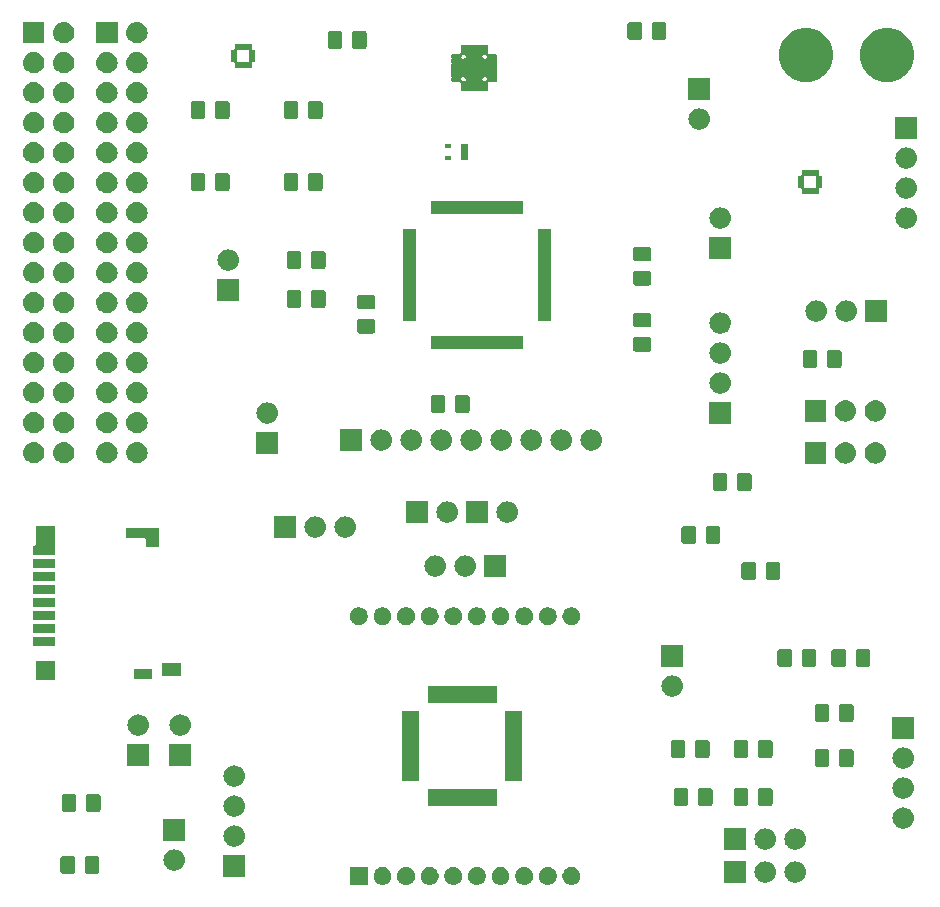
<source format=gbr>
G04 #@! TF.GenerationSoftware,KiCad,Pcbnew,(5.0.1-3-g963ef8bb5)*
G04 #@! TF.CreationDate,2020-02-17T18:14:17-05:00*
G04 #@! TF.ProjectId,v2SLI,7632534C492E6B696361645F70636200,rev?*
G04 #@! TF.SameCoordinates,Original*
G04 #@! TF.FileFunction,Soldermask,Top*
G04 #@! TF.FilePolarity,Negative*
%FSLAX46Y46*%
G04 Gerber Fmt 4.6, Leading zero omitted, Abs format (unit mm)*
G04 Created by KiCad (PCBNEW (5.0.1-3-g963ef8bb5)) date Monday, February 17, 2020 at 06:14:17 PM*
%MOMM*%
%LPD*%
G01*
G04 APERTURE LIST*
%ADD10C,0.100000*%
G04 APERTURE END LIST*
D10*
G36*
X171942004Y-105510544D02*
X172029059Y-105527860D01*
X172165732Y-105584472D01*
X172165733Y-105584473D01*
X172288738Y-105666662D01*
X172393338Y-105771262D01*
X172393340Y-105771265D01*
X172475528Y-105894268D01*
X172532140Y-106030941D01*
X172561000Y-106176033D01*
X172561000Y-106323967D01*
X172532140Y-106469059D01*
X172475528Y-106605732D01*
X172432065Y-106670779D01*
X172393338Y-106728738D01*
X172288738Y-106833338D01*
X172288735Y-106833340D01*
X172165732Y-106915528D01*
X172029059Y-106972140D01*
X171942004Y-106989456D01*
X171883969Y-107001000D01*
X171736031Y-107001000D01*
X171677996Y-106989456D01*
X171590941Y-106972140D01*
X171454268Y-106915528D01*
X171331265Y-106833340D01*
X171331262Y-106833338D01*
X171226662Y-106728738D01*
X171187935Y-106670779D01*
X171144472Y-106605732D01*
X171087860Y-106469059D01*
X171059000Y-106323967D01*
X171059000Y-106176033D01*
X171087860Y-106030941D01*
X171144472Y-105894268D01*
X171226660Y-105771265D01*
X171226662Y-105771262D01*
X171331262Y-105666662D01*
X171454267Y-105584473D01*
X171454268Y-105584472D01*
X171590941Y-105527860D01*
X171677996Y-105510544D01*
X171736031Y-105499000D01*
X171883969Y-105499000D01*
X171942004Y-105510544D01*
X171942004Y-105510544D01*
G37*
G36*
X169942004Y-105510544D02*
X170029059Y-105527860D01*
X170165732Y-105584472D01*
X170165733Y-105584473D01*
X170288738Y-105666662D01*
X170393338Y-105771262D01*
X170393340Y-105771265D01*
X170475528Y-105894268D01*
X170532140Y-106030941D01*
X170561000Y-106176033D01*
X170561000Y-106323967D01*
X170532140Y-106469059D01*
X170475528Y-106605732D01*
X170432065Y-106670779D01*
X170393338Y-106728738D01*
X170288738Y-106833338D01*
X170288735Y-106833340D01*
X170165732Y-106915528D01*
X170029059Y-106972140D01*
X169942004Y-106989456D01*
X169883969Y-107001000D01*
X169736031Y-107001000D01*
X169677996Y-106989456D01*
X169590941Y-106972140D01*
X169454268Y-106915528D01*
X169331265Y-106833340D01*
X169331262Y-106833338D01*
X169226662Y-106728738D01*
X169187935Y-106670779D01*
X169144472Y-106605732D01*
X169087860Y-106469059D01*
X169059000Y-106323967D01*
X169059000Y-106176033D01*
X169087860Y-106030941D01*
X169144472Y-105894268D01*
X169226660Y-105771265D01*
X169226662Y-105771262D01*
X169331262Y-105666662D01*
X169454267Y-105584473D01*
X169454268Y-105584472D01*
X169590941Y-105527860D01*
X169677996Y-105510544D01*
X169736031Y-105499000D01*
X169883969Y-105499000D01*
X169942004Y-105510544D01*
X169942004Y-105510544D01*
G37*
G36*
X167942004Y-105510544D02*
X168029059Y-105527860D01*
X168165732Y-105584472D01*
X168165733Y-105584473D01*
X168288738Y-105666662D01*
X168393338Y-105771262D01*
X168393340Y-105771265D01*
X168475528Y-105894268D01*
X168532140Y-106030941D01*
X168561000Y-106176033D01*
X168561000Y-106323967D01*
X168532140Y-106469059D01*
X168475528Y-106605732D01*
X168432065Y-106670779D01*
X168393338Y-106728738D01*
X168288738Y-106833338D01*
X168288735Y-106833340D01*
X168165732Y-106915528D01*
X168029059Y-106972140D01*
X167942004Y-106989456D01*
X167883969Y-107001000D01*
X167736031Y-107001000D01*
X167677996Y-106989456D01*
X167590941Y-106972140D01*
X167454268Y-106915528D01*
X167331265Y-106833340D01*
X167331262Y-106833338D01*
X167226662Y-106728738D01*
X167187935Y-106670779D01*
X167144472Y-106605732D01*
X167087860Y-106469059D01*
X167059000Y-106323967D01*
X167059000Y-106176033D01*
X167087860Y-106030941D01*
X167144472Y-105894268D01*
X167226660Y-105771265D01*
X167226662Y-105771262D01*
X167331262Y-105666662D01*
X167454267Y-105584473D01*
X167454268Y-105584472D01*
X167590941Y-105527860D01*
X167677996Y-105510544D01*
X167736031Y-105499000D01*
X167883969Y-105499000D01*
X167942004Y-105510544D01*
X167942004Y-105510544D01*
G37*
G36*
X165942004Y-105510544D02*
X166029059Y-105527860D01*
X166165732Y-105584472D01*
X166165733Y-105584473D01*
X166288738Y-105666662D01*
X166393338Y-105771262D01*
X166393340Y-105771265D01*
X166475528Y-105894268D01*
X166532140Y-106030941D01*
X166561000Y-106176033D01*
X166561000Y-106323967D01*
X166532140Y-106469059D01*
X166475528Y-106605732D01*
X166432065Y-106670779D01*
X166393338Y-106728738D01*
X166288738Y-106833338D01*
X166288735Y-106833340D01*
X166165732Y-106915528D01*
X166029059Y-106972140D01*
X165942004Y-106989456D01*
X165883969Y-107001000D01*
X165736031Y-107001000D01*
X165677996Y-106989456D01*
X165590941Y-106972140D01*
X165454268Y-106915528D01*
X165331265Y-106833340D01*
X165331262Y-106833338D01*
X165226662Y-106728738D01*
X165187935Y-106670779D01*
X165144472Y-106605732D01*
X165087860Y-106469059D01*
X165059000Y-106323967D01*
X165059000Y-106176033D01*
X165087860Y-106030941D01*
X165144472Y-105894268D01*
X165226660Y-105771265D01*
X165226662Y-105771262D01*
X165331262Y-105666662D01*
X165454267Y-105584473D01*
X165454268Y-105584472D01*
X165590941Y-105527860D01*
X165677996Y-105510544D01*
X165736031Y-105499000D01*
X165883969Y-105499000D01*
X165942004Y-105510544D01*
X165942004Y-105510544D01*
G37*
G36*
X163942004Y-105510544D02*
X164029059Y-105527860D01*
X164165732Y-105584472D01*
X164165733Y-105584473D01*
X164288738Y-105666662D01*
X164393338Y-105771262D01*
X164393340Y-105771265D01*
X164475528Y-105894268D01*
X164532140Y-106030941D01*
X164561000Y-106176033D01*
X164561000Y-106323967D01*
X164532140Y-106469059D01*
X164475528Y-106605732D01*
X164432065Y-106670779D01*
X164393338Y-106728738D01*
X164288738Y-106833338D01*
X164288735Y-106833340D01*
X164165732Y-106915528D01*
X164029059Y-106972140D01*
X163942004Y-106989456D01*
X163883969Y-107001000D01*
X163736031Y-107001000D01*
X163677996Y-106989456D01*
X163590941Y-106972140D01*
X163454268Y-106915528D01*
X163331265Y-106833340D01*
X163331262Y-106833338D01*
X163226662Y-106728738D01*
X163187935Y-106670779D01*
X163144472Y-106605732D01*
X163087860Y-106469059D01*
X163059000Y-106323967D01*
X163059000Y-106176033D01*
X163087860Y-106030941D01*
X163144472Y-105894268D01*
X163226660Y-105771265D01*
X163226662Y-105771262D01*
X163331262Y-105666662D01*
X163454267Y-105584473D01*
X163454268Y-105584472D01*
X163590941Y-105527860D01*
X163677996Y-105510544D01*
X163736031Y-105499000D01*
X163883969Y-105499000D01*
X163942004Y-105510544D01*
X163942004Y-105510544D01*
G37*
G36*
X161942004Y-105510544D02*
X162029059Y-105527860D01*
X162165732Y-105584472D01*
X162165733Y-105584473D01*
X162288738Y-105666662D01*
X162393338Y-105771262D01*
X162393340Y-105771265D01*
X162475528Y-105894268D01*
X162532140Y-106030941D01*
X162561000Y-106176033D01*
X162561000Y-106323967D01*
X162532140Y-106469059D01*
X162475528Y-106605732D01*
X162432065Y-106670779D01*
X162393338Y-106728738D01*
X162288738Y-106833338D01*
X162288735Y-106833340D01*
X162165732Y-106915528D01*
X162029059Y-106972140D01*
X161942004Y-106989456D01*
X161883969Y-107001000D01*
X161736031Y-107001000D01*
X161677996Y-106989456D01*
X161590941Y-106972140D01*
X161454268Y-106915528D01*
X161331265Y-106833340D01*
X161331262Y-106833338D01*
X161226662Y-106728738D01*
X161187935Y-106670779D01*
X161144472Y-106605732D01*
X161087860Y-106469059D01*
X161059000Y-106323967D01*
X161059000Y-106176033D01*
X161087860Y-106030941D01*
X161144472Y-105894268D01*
X161226660Y-105771265D01*
X161226662Y-105771262D01*
X161331262Y-105666662D01*
X161454267Y-105584473D01*
X161454268Y-105584472D01*
X161590941Y-105527860D01*
X161677996Y-105510544D01*
X161736031Y-105499000D01*
X161883969Y-105499000D01*
X161942004Y-105510544D01*
X161942004Y-105510544D01*
G37*
G36*
X159942004Y-105510544D02*
X160029059Y-105527860D01*
X160165732Y-105584472D01*
X160165733Y-105584473D01*
X160288738Y-105666662D01*
X160393338Y-105771262D01*
X160393340Y-105771265D01*
X160475528Y-105894268D01*
X160532140Y-106030941D01*
X160561000Y-106176033D01*
X160561000Y-106323967D01*
X160532140Y-106469059D01*
X160475528Y-106605732D01*
X160432065Y-106670779D01*
X160393338Y-106728738D01*
X160288738Y-106833338D01*
X160288735Y-106833340D01*
X160165732Y-106915528D01*
X160029059Y-106972140D01*
X159942004Y-106989456D01*
X159883969Y-107001000D01*
X159736031Y-107001000D01*
X159677996Y-106989456D01*
X159590941Y-106972140D01*
X159454268Y-106915528D01*
X159331265Y-106833340D01*
X159331262Y-106833338D01*
X159226662Y-106728738D01*
X159187935Y-106670779D01*
X159144472Y-106605732D01*
X159087860Y-106469059D01*
X159059000Y-106323967D01*
X159059000Y-106176033D01*
X159087860Y-106030941D01*
X159144472Y-105894268D01*
X159226660Y-105771265D01*
X159226662Y-105771262D01*
X159331262Y-105666662D01*
X159454267Y-105584473D01*
X159454268Y-105584472D01*
X159590941Y-105527860D01*
X159677996Y-105510544D01*
X159736031Y-105499000D01*
X159883969Y-105499000D01*
X159942004Y-105510544D01*
X159942004Y-105510544D01*
G37*
G36*
X157942004Y-105510544D02*
X158029059Y-105527860D01*
X158165732Y-105584472D01*
X158165733Y-105584473D01*
X158288738Y-105666662D01*
X158393338Y-105771262D01*
X158393340Y-105771265D01*
X158475528Y-105894268D01*
X158532140Y-106030941D01*
X158561000Y-106176033D01*
X158561000Y-106323967D01*
X158532140Y-106469059D01*
X158475528Y-106605732D01*
X158432065Y-106670779D01*
X158393338Y-106728738D01*
X158288738Y-106833338D01*
X158288735Y-106833340D01*
X158165732Y-106915528D01*
X158029059Y-106972140D01*
X157942004Y-106989456D01*
X157883969Y-107001000D01*
X157736031Y-107001000D01*
X157677996Y-106989456D01*
X157590941Y-106972140D01*
X157454268Y-106915528D01*
X157331265Y-106833340D01*
X157331262Y-106833338D01*
X157226662Y-106728738D01*
X157187935Y-106670779D01*
X157144472Y-106605732D01*
X157087860Y-106469059D01*
X157059000Y-106323967D01*
X157059000Y-106176033D01*
X157087860Y-106030941D01*
X157144472Y-105894268D01*
X157226660Y-105771265D01*
X157226662Y-105771262D01*
X157331262Y-105666662D01*
X157454267Y-105584473D01*
X157454268Y-105584472D01*
X157590941Y-105527860D01*
X157677996Y-105510544D01*
X157736031Y-105499000D01*
X157883969Y-105499000D01*
X157942004Y-105510544D01*
X157942004Y-105510544D01*
G37*
G36*
X155942004Y-105510544D02*
X156029059Y-105527860D01*
X156165732Y-105584472D01*
X156165733Y-105584473D01*
X156288738Y-105666662D01*
X156393338Y-105771262D01*
X156393340Y-105771265D01*
X156475528Y-105894268D01*
X156532140Y-106030941D01*
X156561000Y-106176033D01*
X156561000Y-106323967D01*
X156532140Y-106469059D01*
X156475528Y-106605732D01*
X156432065Y-106670779D01*
X156393338Y-106728738D01*
X156288738Y-106833338D01*
X156288735Y-106833340D01*
X156165732Y-106915528D01*
X156029059Y-106972140D01*
X155942004Y-106989456D01*
X155883969Y-107001000D01*
X155736031Y-107001000D01*
X155677996Y-106989456D01*
X155590941Y-106972140D01*
X155454268Y-106915528D01*
X155331265Y-106833340D01*
X155331262Y-106833338D01*
X155226662Y-106728738D01*
X155187935Y-106670779D01*
X155144472Y-106605732D01*
X155087860Y-106469059D01*
X155059000Y-106323967D01*
X155059000Y-106176033D01*
X155087860Y-106030941D01*
X155144472Y-105894268D01*
X155226660Y-105771265D01*
X155226662Y-105771262D01*
X155331262Y-105666662D01*
X155454267Y-105584473D01*
X155454268Y-105584472D01*
X155590941Y-105527860D01*
X155677996Y-105510544D01*
X155736031Y-105499000D01*
X155883969Y-105499000D01*
X155942004Y-105510544D01*
X155942004Y-105510544D01*
G37*
G36*
X154561000Y-107001000D02*
X153059000Y-107001000D01*
X153059000Y-105499000D01*
X154561000Y-105499000D01*
X154561000Y-107001000D01*
X154561000Y-107001000D01*
G37*
G36*
X186575000Y-106819000D02*
X184773000Y-106819000D01*
X184773000Y-105017000D01*
X186575000Y-105017000D01*
X186575000Y-106819000D01*
X186575000Y-106819000D01*
G37*
G36*
X188324443Y-105023519D02*
X188390627Y-105030037D01*
X188503853Y-105064384D01*
X188560467Y-105081557D01*
X188699087Y-105155652D01*
X188716991Y-105165222D01*
X188752729Y-105194552D01*
X188854186Y-105277814D01*
X188937448Y-105379271D01*
X188966778Y-105415009D01*
X188966779Y-105415011D01*
X189050443Y-105571533D01*
X189050443Y-105571534D01*
X189101963Y-105741373D01*
X189119359Y-105918000D01*
X189101963Y-106094627D01*
X189077269Y-106176031D01*
X189050443Y-106264467D01*
X189025570Y-106311000D01*
X188966778Y-106420991D01*
X188937448Y-106456729D01*
X188854186Y-106558186D01*
X188752729Y-106641448D01*
X188716991Y-106670778D01*
X188716989Y-106670779D01*
X188560467Y-106754443D01*
X188503853Y-106771616D01*
X188390627Y-106805963D01*
X188324443Y-106812481D01*
X188258260Y-106819000D01*
X188169740Y-106819000D01*
X188103557Y-106812481D01*
X188037373Y-106805963D01*
X187924147Y-106771616D01*
X187867533Y-106754443D01*
X187711011Y-106670779D01*
X187711009Y-106670778D01*
X187675271Y-106641448D01*
X187573814Y-106558186D01*
X187490552Y-106456729D01*
X187461222Y-106420991D01*
X187402430Y-106311000D01*
X187377557Y-106264467D01*
X187350731Y-106176031D01*
X187326037Y-106094627D01*
X187308641Y-105918000D01*
X187326037Y-105741373D01*
X187377557Y-105571534D01*
X187377557Y-105571533D01*
X187461221Y-105415011D01*
X187461222Y-105415009D01*
X187490552Y-105379271D01*
X187573814Y-105277814D01*
X187675271Y-105194552D01*
X187711009Y-105165222D01*
X187728913Y-105155652D01*
X187867533Y-105081557D01*
X187924147Y-105064384D01*
X188037373Y-105030037D01*
X188103557Y-105023519D01*
X188169740Y-105017000D01*
X188258260Y-105017000D01*
X188324443Y-105023519D01*
X188324443Y-105023519D01*
G37*
G36*
X190864443Y-105023519D02*
X190930627Y-105030037D01*
X191043853Y-105064384D01*
X191100467Y-105081557D01*
X191239087Y-105155652D01*
X191256991Y-105165222D01*
X191292729Y-105194552D01*
X191394186Y-105277814D01*
X191477448Y-105379271D01*
X191506778Y-105415009D01*
X191506779Y-105415011D01*
X191590443Y-105571533D01*
X191590443Y-105571534D01*
X191641963Y-105741373D01*
X191659359Y-105918000D01*
X191641963Y-106094627D01*
X191617269Y-106176031D01*
X191590443Y-106264467D01*
X191565570Y-106311000D01*
X191506778Y-106420991D01*
X191477448Y-106456729D01*
X191394186Y-106558186D01*
X191292729Y-106641448D01*
X191256991Y-106670778D01*
X191256989Y-106670779D01*
X191100467Y-106754443D01*
X191043853Y-106771616D01*
X190930627Y-106805963D01*
X190864443Y-106812481D01*
X190798260Y-106819000D01*
X190709740Y-106819000D01*
X190643557Y-106812481D01*
X190577373Y-106805963D01*
X190464147Y-106771616D01*
X190407533Y-106754443D01*
X190251011Y-106670779D01*
X190251009Y-106670778D01*
X190215271Y-106641448D01*
X190113814Y-106558186D01*
X190030552Y-106456729D01*
X190001222Y-106420991D01*
X189942430Y-106311000D01*
X189917557Y-106264467D01*
X189890731Y-106176031D01*
X189866037Y-106094627D01*
X189848641Y-105918000D01*
X189866037Y-105741373D01*
X189917557Y-105571534D01*
X189917557Y-105571533D01*
X190001221Y-105415011D01*
X190001222Y-105415009D01*
X190030552Y-105379271D01*
X190113814Y-105277814D01*
X190215271Y-105194552D01*
X190251009Y-105165222D01*
X190268913Y-105155652D01*
X190407533Y-105081557D01*
X190464147Y-105064384D01*
X190577373Y-105030037D01*
X190643557Y-105023519D01*
X190709740Y-105017000D01*
X190798260Y-105017000D01*
X190864443Y-105023519D01*
X190864443Y-105023519D01*
G37*
G36*
X144157000Y-106311000D02*
X142355000Y-106311000D01*
X142355000Y-104509000D01*
X144157000Y-104509000D01*
X144157000Y-106311000D01*
X144157000Y-106311000D01*
G37*
G36*
X129642936Y-104565724D02*
X129680623Y-104577157D01*
X129715362Y-104595725D01*
X129745807Y-104620711D01*
X129770793Y-104651156D01*
X129789361Y-104685895D01*
X129800794Y-104723582D01*
X129805259Y-104768920D01*
X129805259Y-105855598D01*
X129800794Y-105900936D01*
X129789361Y-105938623D01*
X129770793Y-105973362D01*
X129745807Y-106003807D01*
X129715362Y-106028793D01*
X129680623Y-106047361D01*
X129642936Y-106058794D01*
X129597598Y-106063259D01*
X128760920Y-106063259D01*
X128715582Y-106058794D01*
X128677895Y-106047361D01*
X128643156Y-106028793D01*
X128612711Y-106003807D01*
X128587725Y-105973362D01*
X128569157Y-105938623D01*
X128557724Y-105900936D01*
X128553259Y-105855598D01*
X128553259Y-104768920D01*
X128557724Y-104723582D01*
X128569157Y-104685895D01*
X128587725Y-104651156D01*
X128612711Y-104620711D01*
X128643156Y-104595725D01*
X128677895Y-104577157D01*
X128715582Y-104565724D01*
X128760920Y-104561259D01*
X129597598Y-104561259D01*
X129642936Y-104565724D01*
X129642936Y-104565724D01*
G37*
G36*
X131692936Y-104565724D02*
X131730623Y-104577157D01*
X131765362Y-104595725D01*
X131795807Y-104620711D01*
X131820793Y-104651156D01*
X131839361Y-104685895D01*
X131850794Y-104723582D01*
X131855259Y-104768920D01*
X131855259Y-105855598D01*
X131850794Y-105900936D01*
X131839361Y-105938623D01*
X131820793Y-105973362D01*
X131795807Y-106003807D01*
X131765362Y-106028793D01*
X131730623Y-106047361D01*
X131692936Y-106058794D01*
X131647598Y-106063259D01*
X130810920Y-106063259D01*
X130765582Y-106058794D01*
X130727895Y-106047361D01*
X130693156Y-106028793D01*
X130662711Y-106003807D01*
X130637725Y-105973362D01*
X130619157Y-105938623D01*
X130607724Y-105900936D01*
X130603259Y-105855598D01*
X130603259Y-104768920D01*
X130607724Y-104723582D01*
X130619157Y-104685895D01*
X130637725Y-104651156D01*
X130662711Y-104620711D01*
X130693156Y-104595725D01*
X130727895Y-104577157D01*
X130765582Y-104565724D01*
X130810920Y-104561259D01*
X131647598Y-104561259D01*
X131692936Y-104565724D01*
X131692936Y-104565724D01*
G37*
G36*
X138286443Y-104007519D02*
X138352627Y-104014037D01*
X138465853Y-104048384D01*
X138522467Y-104065557D01*
X138661087Y-104139652D01*
X138678991Y-104149222D01*
X138714729Y-104178552D01*
X138816186Y-104261814D01*
X138899448Y-104363271D01*
X138928778Y-104399009D01*
X138928779Y-104399011D01*
X139012443Y-104555533D01*
X139024635Y-104595725D01*
X139063963Y-104725373D01*
X139081359Y-104902000D01*
X139063963Y-105078627D01*
X139063074Y-105081557D01*
X139012443Y-105248467D01*
X138996756Y-105277814D01*
X138928778Y-105404991D01*
X138899448Y-105440729D01*
X138816186Y-105542186D01*
X138714729Y-105625448D01*
X138678991Y-105654778D01*
X138678989Y-105654779D01*
X138522467Y-105738443D01*
X138465853Y-105755616D01*
X138352627Y-105789963D01*
X138286442Y-105796482D01*
X138220260Y-105803000D01*
X138131740Y-105803000D01*
X138065558Y-105796482D01*
X137999373Y-105789963D01*
X137886147Y-105755616D01*
X137829533Y-105738443D01*
X137673011Y-105654779D01*
X137673009Y-105654778D01*
X137637271Y-105625448D01*
X137535814Y-105542186D01*
X137452552Y-105440729D01*
X137423222Y-105404991D01*
X137355244Y-105277814D01*
X137339557Y-105248467D01*
X137288926Y-105081557D01*
X137288037Y-105078627D01*
X137270641Y-104902000D01*
X137288037Y-104725373D01*
X137327365Y-104595725D01*
X137339557Y-104555533D01*
X137423221Y-104399011D01*
X137423222Y-104399009D01*
X137452552Y-104363271D01*
X137535814Y-104261814D01*
X137637271Y-104178552D01*
X137673009Y-104149222D01*
X137690913Y-104139652D01*
X137829533Y-104065557D01*
X137886147Y-104048384D01*
X137999373Y-104014037D01*
X138065558Y-104007518D01*
X138131740Y-104001000D01*
X138220260Y-104001000D01*
X138286443Y-104007519D01*
X138286443Y-104007519D01*
G37*
G36*
X186575000Y-104025000D02*
X184773000Y-104025000D01*
X184773000Y-102223000D01*
X186575000Y-102223000D01*
X186575000Y-104025000D01*
X186575000Y-104025000D01*
G37*
G36*
X188324443Y-102229519D02*
X188390627Y-102236037D01*
X188503853Y-102270384D01*
X188560467Y-102287557D01*
X188699087Y-102361652D01*
X188716991Y-102371222D01*
X188752729Y-102400552D01*
X188854186Y-102483814D01*
X188937448Y-102585271D01*
X188966778Y-102621009D01*
X188966779Y-102621011D01*
X189050443Y-102777533D01*
X189050443Y-102777534D01*
X189101963Y-102947373D01*
X189119359Y-103124000D01*
X189101963Y-103300627D01*
X189067616Y-103413853D01*
X189050443Y-103470467D01*
X189029213Y-103510185D01*
X188966778Y-103626991D01*
X188937448Y-103662729D01*
X188854186Y-103764186D01*
X188752729Y-103847448D01*
X188716991Y-103876778D01*
X188716989Y-103876779D01*
X188560467Y-103960443D01*
X188503853Y-103977616D01*
X188390627Y-104011963D01*
X188324443Y-104018481D01*
X188258260Y-104025000D01*
X188169740Y-104025000D01*
X188103557Y-104018481D01*
X188037373Y-104011963D01*
X187924147Y-103977616D01*
X187867533Y-103960443D01*
X187711011Y-103876779D01*
X187711009Y-103876778D01*
X187675271Y-103847448D01*
X187573814Y-103764186D01*
X187490552Y-103662729D01*
X187461222Y-103626991D01*
X187398787Y-103510185D01*
X187377557Y-103470467D01*
X187360384Y-103413853D01*
X187326037Y-103300627D01*
X187308641Y-103124000D01*
X187326037Y-102947373D01*
X187377557Y-102777534D01*
X187377557Y-102777533D01*
X187461221Y-102621011D01*
X187461222Y-102621009D01*
X187490552Y-102585271D01*
X187573814Y-102483814D01*
X187675271Y-102400552D01*
X187711009Y-102371222D01*
X187728913Y-102361652D01*
X187867533Y-102287557D01*
X187924147Y-102270384D01*
X188037373Y-102236037D01*
X188103557Y-102229519D01*
X188169740Y-102223000D01*
X188258260Y-102223000D01*
X188324443Y-102229519D01*
X188324443Y-102229519D01*
G37*
G36*
X190864443Y-102229519D02*
X190930627Y-102236037D01*
X191043853Y-102270384D01*
X191100467Y-102287557D01*
X191239087Y-102361652D01*
X191256991Y-102371222D01*
X191292729Y-102400552D01*
X191394186Y-102483814D01*
X191477448Y-102585271D01*
X191506778Y-102621009D01*
X191506779Y-102621011D01*
X191590443Y-102777533D01*
X191590443Y-102777534D01*
X191641963Y-102947373D01*
X191659359Y-103124000D01*
X191641963Y-103300627D01*
X191607616Y-103413853D01*
X191590443Y-103470467D01*
X191569213Y-103510185D01*
X191506778Y-103626991D01*
X191477448Y-103662729D01*
X191394186Y-103764186D01*
X191292729Y-103847448D01*
X191256991Y-103876778D01*
X191256989Y-103876779D01*
X191100467Y-103960443D01*
X191043853Y-103977616D01*
X190930627Y-104011963D01*
X190864443Y-104018481D01*
X190798260Y-104025000D01*
X190709740Y-104025000D01*
X190643557Y-104018481D01*
X190577373Y-104011963D01*
X190464147Y-103977616D01*
X190407533Y-103960443D01*
X190251011Y-103876779D01*
X190251009Y-103876778D01*
X190215271Y-103847448D01*
X190113814Y-103764186D01*
X190030552Y-103662729D01*
X190001222Y-103626991D01*
X189938787Y-103510185D01*
X189917557Y-103470467D01*
X189900384Y-103413853D01*
X189866037Y-103300627D01*
X189848641Y-103124000D01*
X189866037Y-102947373D01*
X189917557Y-102777534D01*
X189917557Y-102777533D01*
X190001221Y-102621011D01*
X190001222Y-102621009D01*
X190030552Y-102585271D01*
X190113814Y-102483814D01*
X190215271Y-102400552D01*
X190251009Y-102371222D01*
X190268913Y-102361652D01*
X190407533Y-102287557D01*
X190464147Y-102270384D01*
X190577373Y-102236037D01*
X190643557Y-102229519D01*
X190709740Y-102223000D01*
X190798260Y-102223000D01*
X190864443Y-102229519D01*
X190864443Y-102229519D01*
G37*
G36*
X143366442Y-101975518D02*
X143432627Y-101982037D01*
X143545853Y-102016384D01*
X143602467Y-102033557D01*
X143724485Y-102098778D01*
X143758991Y-102117222D01*
X143794729Y-102146552D01*
X143896186Y-102229814D01*
X143979448Y-102331271D01*
X144008778Y-102367009D01*
X144008779Y-102367011D01*
X144092443Y-102523533D01*
X144092443Y-102523534D01*
X144143963Y-102693373D01*
X144161359Y-102870000D01*
X144143963Y-103046627D01*
X144120492Y-103124000D01*
X144092443Y-103216467D01*
X144067570Y-103263000D01*
X144008778Y-103372991D01*
X143979448Y-103408729D01*
X143896186Y-103510186D01*
X143794729Y-103593448D01*
X143758991Y-103622778D01*
X143758989Y-103622779D01*
X143602467Y-103706443D01*
X143545853Y-103723616D01*
X143432627Y-103757963D01*
X143369453Y-103764185D01*
X143300260Y-103771000D01*
X143211740Y-103771000D01*
X143142547Y-103764185D01*
X143079373Y-103757963D01*
X142966147Y-103723616D01*
X142909533Y-103706443D01*
X142753011Y-103622779D01*
X142753009Y-103622778D01*
X142717271Y-103593448D01*
X142615814Y-103510186D01*
X142532552Y-103408729D01*
X142503222Y-103372991D01*
X142444430Y-103263000D01*
X142419557Y-103216467D01*
X142391508Y-103124000D01*
X142368037Y-103046627D01*
X142350641Y-102870000D01*
X142368037Y-102693373D01*
X142419557Y-102523534D01*
X142419557Y-102523533D01*
X142503221Y-102367011D01*
X142503222Y-102367009D01*
X142532552Y-102331271D01*
X142615814Y-102229814D01*
X142717271Y-102146552D01*
X142753009Y-102117222D01*
X142787515Y-102098778D01*
X142909533Y-102033557D01*
X142966147Y-102016384D01*
X143079373Y-101982037D01*
X143145558Y-101975518D01*
X143211740Y-101969000D01*
X143300260Y-101969000D01*
X143366442Y-101975518D01*
X143366442Y-101975518D01*
G37*
G36*
X139077000Y-103263000D02*
X137275000Y-103263000D01*
X137275000Y-101461000D01*
X139077000Y-101461000D01*
X139077000Y-103263000D01*
X139077000Y-103263000D01*
G37*
G36*
X200008443Y-100451519D02*
X200074627Y-100458037D01*
X200187853Y-100492384D01*
X200244467Y-100509557D01*
X200329160Y-100554827D01*
X200400991Y-100593222D01*
X200432814Y-100619339D01*
X200538186Y-100705814D01*
X200599996Y-100781131D01*
X200650778Y-100843009D01*
X200650779Y-100843011D01*
X200734443Y-100999533D01*
X200734443Y-100999534D01*
X200785963Y-101169373D01*
X200803359Y-101346000D01*
X200785963Y-101522627D01*
X200751616Y-101635853D01*
X200734443Y-101692467D01*
X200660348Y-101831087D01*
X200650778Y-101848991D01*
X200621448Y-101884729D01*
X200538186Y-101986186D01*
X200436729Y-102069448D01*
X200400991Y-102098778D01*
X200400989Y-102098779D01*
X200244467Y-102182443D01*
X200187853Y-102199616D01*
X200074627Y-102233963D01*
X200008443Y-102240481D01*
X199942260Y-102247000D01*
X199853740Y-102247000D01*
X199787557Y-102240481D01*
X199721373Y-102233963D01*
X199608147Y-102199616D01*
X199551533Y-102182443D01*
X199395011Y-102098779D01*
X199395009Y-102098778D01*
X199359271Y-102069448D01*
X199257814Y-101986186D01*
X199174552Y-101884729D01*
X199145222Y-101848991D01*
X199135652Y-101831087D01*
X199061557Y-101692467D01*
X199044384Y-101635853D01*
X199010037Y-101522627D01*
X198992641Y-101346000D01*
X199010037Y-101169373D01*
X199061557Y-100999534D01*
X199061557Y-100999533D01*
X199145221Y-100843011D01*
X199145222Y-100843009D01*
X199196004Y-100781131D01*
X199257814Y-100705814D01*
X199363186Y-100619339D01*
X199395009Y-100593222D01*
X199466840Y-100554827D01*
X199551533Y-100509557D01*
X199608147Y-100492384D01*
X199721373Y-100458037D01*
X199787557Y-100451519D01*
X199853740Y-100445000D01*
X199942260Y-100445000D01*
X200008443Y-100451519D01*
X200008443Y-100451519D01*
G37*
G36*
X143366443Y-99435519D02*
X143432627Y-99442037D01*
X143545853Y-99476384D01*
X143602467Y-99493557D01*
X143675624Y-99532661D01*
X143758991Y-99577222D01*
X143783301Y-99597173D01*
X143896186Y-99689814D01*
X143979448Y-99791271D01*
X144008778Y-99827009D01*
X144008779Y-99827011D01*
X144092443Y-99983533D01*
X144092443Y-99983534D01*
X144143963Y-100153373D01*
X144161359Y-100330000D01*
X144143963Y-100506627D01*
X144117695Y-100593221D01*
X144092443Y-100676467D01*
X144060032Y-100737103D01*
X144008778Y-100832991D01*
X143979448Y-100868729D01*
X143896186Y-100970186D01*
X143794729Y-101053448D01*
X143758991Y-101082778D01*
X143758989Y-101082779D01*
X143602467Y-101166443D01*
X143545853Y-101183616D01*
X143432627Y-101217963D01*
X143366443Y-101224481D01*
X143300260Y-101231000D01*
X143211740Y-101231000D01*
X143145558Y-101224482D01*
X143079373Y-101217963D01*
X142966147Y-101183616D01*
X142909533Y-101166443D01*
X142753011Y-101082779D01*
X142753009Y-101082778D01*
X142717271Y-101053448D01*
X142615814Y-100970186D01*
X142532552Y-100868729D01*
X142503222Y-100832991D01*
X142451968Y-100737103D01*
X142419557Y-100676467D01*
X142394305Y-100593221D01*
X142368037Y-100506627D01*
X142350641Y-100330000D01*
X142368037Y-100153373D01*
X142419557Y-99983534D01*
X142419557Y-99983533D01*
X142503221Y-99827011D01*
X142503222Y-99827009D01*
X142532552Y-99791271D01*
X142615814Y-99689814D01*
X142728699Y-99597173D01*
X142753009Y-99577222D01*
X142836376Y-99532661D01*
X142909533Y-99493557D01*
X142966147Y-99476384D01*
X143079373Y-99442037D01*
X143145558Y-99435518D01*
X143211740Y-99429000D01*
X143300260Y-99429000D01*
X143366443Y-99435519D01*
X143366443Y-99435519D01*
G37*
G36*
X129740677Y-99329465D02*
X129778364Y-99340898D01*
X129813103Y-99359466D01*
X129843548Y-99384452D01*
X129868534Y-99414897D01*
X129887102Y-99449636D01*
X129898535Y-99487323D01*
X129903000Y-99532661D01*
X129903000Y-100619339D01*
X129898535Y-100664677D01*
X129887102Y-100702364D01*
X129868534Y-100737103D01*
X129843548Y-100767548D01*
X129813103Y-100792534D01*
X129778364Y-100811102D01*
X129740677Y-100822535D01*
X129695339Y-100827000D01*
X128858661Y-100827000D01*
X128813323Y-100822535D01*
X128775636Y-100811102D01*
X128740897Y-100792534D01*
X128710452Y-100767548D01*
X128685466Y-100737103D01*
X128666898Y-100702364D01*
X128655465Y-100664677D01*
X128651000Y-100619339D01*
X128651000Y-99532661D01*
X128655465Y-99487323D01*
X128666898Y-99449636D01*
X128685466Y-99414897D01*
X128710452Y-99384452D01*
X128740897Y-99359466D01*
X128775636Y-99340898D01*
X128813323Y-99329465D01*
X128858661Y-99325000D01*
X129695339Y-99325000D01*
X129740677Y-99329465D01*
X129740677Y-99329465D01*
G37*
G36*
X131790677Y-99329465D02*
X131828364Y-99340898D01*
X131863103Y-99359466D01*
X131893548Y-99384452D01*
X131918534Y-99414897D01*
X131937102Y-99449636D01*
X131948535Y-99487323D01*
X131953000Y-99532661D01*
X131953000Y-100619339D01*
X131948535Y-100664677D01*
X131937102Y-100702364D01*
X131918534Y-100737103D01*
X131893548Y-100767548D01*
X131863103Y-100792534D01*
X131828364Y-100811102D01*
X131790677Y-100822535D01*
X131745339Y-100827000D01*
X130908661Y-100827000D01*
X130863323Y-100822535D01*
X130825636Y-100811102D01*
X130790897Y-100792534D01*
X130760452Y-100767548D01*
X130735466Y-100737103D01*
X130716898Y-100702364D01*
X130705465Y-100664677D01*
X130701000Y-100619339D01*
X130701000Y-99532661D01*
X130705465Y-99487323D01*
X130716898Y-99449636D01*
X130735466Y-99414897D01*
X130760452Y-99384452D01*
X130790897Y-99359466D01*
X130825636Y-99340898D01*
X130863323Y-99329465D01*
X130908661Y-99325000D01*
X131745339Y-99325000D01*
X131790677Y-99329465D01*
X131790677Y-99329465D01*
G37*
G36*
X181556677Y-98821465D02*
X181594364Y-98832898D01*
X181629103Y-98851466D01*
X181659548Y-98876452D01*
X181684534Y-98906897D01*
X181703102Y-98941636D01*
X181714535Y-98979323D01*
X181719000Y-99024661D01*
X181719000Y-100111339D01*
X181714535Y-100156677D01*
X181703102Y-100194364D01*
X181684534Y-100229103D01*
X181659548Y-100259548D01*
X181629103Y-100284534D01*
X181594364Y-100303102D01*
X181556677Y-100314535D01*
X181511339Y-100319000D01*
X180674661Y-100319000D01*
X180629323Y-100314535D01*
X180591636Y-100303102D01*
X180556897Y-100284534D01*
X180526452Y-100259548D01*
X180501466Y-100229103D01*
X180482898Y-100194364D01*
X180471465Y-100156677D01*
X180467000Y-100111339D01*
X180467000Y-99024661D01*
X180471465Y-98979323D01*
X180482898Y-98941636D01*
X180501466Y-98906897D01*
X180526452Y-98876452D01*
X180556897Y-98851466D01*
X180591636Y-98832898D01*
X180629323Y-98821465D01*
X180674661Y-98817000D01*
X181511339Y-98817000D01*
X181556677Y-98821465D01*
X181556677Y-98821465D01*
G37*
G36*
X183606677Y-98821465D02*
X183644364Y-98832898D01*
X183679103Y-98851466D01*
X183709548Y-98876452D01*
X183734534Y-98906897D01*
X183753102Y-98941636D01*
X183764535Y-98979323D01*
X183769000Y-99024661D01*
X183769000Y-100111339D01*
X183764535Y-100156677D01*
X183753102Y-100194364D01*
X183734534Y-100229103D01*
X183709548Y-100259548D01*
X183679103Y-100284534D01*
X183644364Y-100303102D01*
X183606677Y-100314535D01*
X183561339Y-100319000D01*
X182724661Y-100319000D01*
X182679323Y-100314535D01*
X182641636Y-100303102D01*
X182606897Y-100284534D01*
X182576452Y-100259548D01*
X182551466Y-100229103D01*
X182532898Y-100194364D01*
X182521465Y-100156677D01*
X182517000Y-100111339D01*
X182517000Y-99024661D01*
X182521465Y-98979323D01*
X182532898Y-98941636D01*
X182551466Y-98906897D01*
X182576452Y-98876452D01*
X182606897Y-98851466D01*
X182641636Y-98832898D01*
X182679323Y-98821465D01*
X182724661Y-98817000D01*
X183561339Y-98817000D01*
X183606677Y-98821465D01*
X183606677Y-98821465D01*
G37*
G36*
X188686677Y-98821465D02*
X188724364Y-98832898D01*
X188759103Y-98851466D01*
X188789548Y-98876452D01*
X188814534Y-98906897D01*
X188833102Y-98941636D01*
X188844535Y-98979323D01*
X188849000Y-99024661D01*
X188849000Y-100111339D01*
X188844535Y-100156677D01*
X188833102Y-100194364D01*
X188814534Y-100229103D01*
X188789548Y-100259548D01*
X188759103Y-100284534D01*
X188724364Y-100303102D01*
X188686677Y-100314535D01*
X188641339Y-100319000D01*
X187804661Y-100319000D01*
X187759323Y-100314535D01*
X187721636Y-100303102D01*
X187686897Y-100284534D01*
X187656452Y-100259548D01*
X187631466Y-100229103D01*
X187612898Y-100194364D01*
X187601465Y-100156677D01*
X187597000Y-100111339D01*
X187597000Y-99024661D01*
X187601465Y-98979323D01*
X187612898Y-98941636D01*
X187631466Y-98906897D01*
X187656452Y-98876452D01*
X187686897Y-98851466D01*
X187721636Y-98832898D01*
X187759323Y-98821465D01*
X187804661Y-98817000D01*
X188641339Y-98817000D01*
X188686677Y-98821465D01*
X188686677Y-98821465D01*
G37*
G36*
X186636677Y-98821465D02*
X186674364Y-98832898D01*
X186709103Y-98851466D01*
X186739548Y-98876452D01*
X186764534Y-98906897D01*
X186783102Y-98941636D01*
X186794535Y-98979323D01*
X186799000Y-99024661D01*
X186799000Y-100111339D01*
X186794535Y-100156677D01*
X186783102Y-100194364D01*
X186764534Y-100229103D01*
X186739548Y-100259548D01*
X186709103Y-100284534D01*
X186674364Y-100303102D01*
X186636677Y-100314535D01*
X186591339Y-100319000D01*
X185754661Y-100319000D01*
X185709323Y-100314535D01*
X185671636Y-100303102D01*
X185636897Y-100284534D01*
X185606452Y-100259548D01*
X185581466Y-100229103D01*
X185562898Y-100194364D01*
X185551465Y-100156677D01*
X185547000Y-100111339D01*
X185547000Y-99024661D01*
X185551465Y-98979323D01*
X185562898Y-98941636D01*
X185581466Y-98906897D01*
X185606452Y-98876452D01*
X185636897Y-98851466D01*
X185671636Y-98832898D01*
X185709323Y-98821465D01*
X185754661Y-98817000D01*
X186591339Y-98817000D01*
X186636677Y-98821465D01*
X186636677Y-98821465D01*
G37*
G36*
X165486000Y-100301000D02*
X159634000Y-100301000D01*
X159634000Y-98899000D01*
X165486000Y-98899000D01*
X165486000Y-100301000D01*
X165486000Y-100301000D01*
G37*
G36*
X200008442Y-97911518D02*
X200074627Y-97918037D01*
X200187853Y-97952384D01*
X200244467Y-97969557D01*
X200383087Y-98043652D01*
X200400991Y-98053222D01*
X200436729Y-98082552D01*
X200538186Y-98165814D01*
X200621448Y-98267271D01*
X200650778Y-98303009D01*
X200650779Y-98303011D01*
X200734443Y-98459533D01*
X200734443Y-98459534D01*
X200785963Y-98629373D01*
X200803359Y-98806000D01*
X200785963Y-98982627D01*
X200753643Y-99089173D01*
X200734443Y-99152467D01*
X200660348Y-99291087D01*
X200650778Y-99308991D01*
X200633975Y-99329465D01*
X200538186Y-99446186D01*
X200436729Y-99529448D01*
X200400991Y-99558778D01*
X200400989Y-99558779D01*
X200244467Y-99642443D01*
X200187853Y-99659616D01*
X200074627Y-99693963D01*
X200008442Y-99700482D01*
X199942260Y-99707000D01*
X199853740Y-99707000D01*
X199787558Y-99700482D01*
X199721373Y-99693963D01*
X199608147Y-99659616D01*
X199551533Y-99642443D01*
X199395011Y-99558779D01*
X199395009Y-99558778D01*
X199359271Y-99529448D01*
X199257814Y-99446186D01*
X199162025Y-99329465D01*
X199145222Y-99308991D01*
X199135652Y-99291087D01*
X199061557Y-99152467D01*
X199042357Y-99089173D01*
X199010037Y-98982627D01*
X198992641Y-98806000D01*
X199010037Y-98629373D01*
X199061557Y-98459534D01*
X199061557Y-98459533D01*
X199145221Y-98303011D01*
X199145222Y-98303009D01*
X199174552Y-98267271D01*
X199257814Y-98165814D01*
X199359271Y-98082552D01*
X199395009Y-98053222D01*
X199412913Y-98043652D01*
X199551533Y-97969557D01*
X199608147Y-97952384D01*
X199721373Y-97918037D01*
X199787558Y-97911518D01*
X199853740Y-97905000D01*
X199942260Y-97905000D01*
X200008442Y-97911518D01*
X200008442Y-97911518D01*
G37*
G36*
X143366442Y-96895518D02*
X143432627Y-96902037D01*
X143545853Y-96936384D01*
X143602467Y-96953557D01*
X143691416Y-97001102D01*
X143758991Y-97037222D01*
X143794729Y-97066552D01*
X143896186Y-97149814D01*
X143979448Y-97251271D01*
X144008778Y-97287009D01*
X144008779Y-97287011D01*
X144092443Y-97443533D01*
X144092443Y-97443534D01*
X144143963Y-97613373D01*
X144161359Y-97790000D01*
X144143963Y-97966627D01*
X144143074Y-97969557D01*
X144092443Y-98136467D01*
X144018348Y-98275087D01*
X144008778Y-98292991D01*
X143979448Y-98328729D01*
X143896186Y-98430186D01*
X143794729Y-98513448D01*
X143758991Y-98542778D01*
X143758989Y-98542779D01*
X143602467Y-98626443D01*
X143545853Y-98643616D01*
X143432627Y-98677963D01*
X143366442Y-98684482D01*
X143300260Y-98691000D01*
X143211740Y-98691000D01*
X143145558Y-98684482D01*
X143079373Y-98677963D01*
X142966147Y-98643616D01*
X142909533Y-98626443D01*
X142753011Y-98542779D01*
X142753009Y-98542778D01*
X142717271Y-98513448D01*
X142615814Y-98430186D01*
X142532552Y-98328729D01*
X142503222Y-98292991D01*
X142493652Y-98275087D01*
X142419557Y-98136467D01*
X142368926Y-97969557D01*
X142368037Y-97966627D01*
X142350641Y-97790000D01*
X142368037Y-97613373D01*
X142419557Y-97443534D01*
X142419557Y-97443533D01*
X142503221Y-97287011D01*
X142503222Y-97287009D01*
X142532552Y-97251271D01*
X142615814Y-97149814D01*
X142717271Y-97066552D01*
X142753009Y-97037222D01*
X142820584Y-97001102D01*
X142909533Y-96953557D01*
X142966147Y-96936384D01*
X143079373Y-96902037D01*
X143145558Y-96895518D01*
X143211740Y-96889000D01*
X143300260Y-96889000D01*
X143366442Y-96895518D01*
X143366442Y-96895518D01*
G37*
G36*
X167611000Y-98176000D02*
X166209000Y-98176000D01*
X166209000Y-92324000D01*
X167611000Y-92324000D01*
X167611000Y-98176000D01*
X167611000Y-98176000D01*
G37*
G36*
X158911000Y-98176000D02*
X157509000Y-98176000D01*
X157509000Y-92324000D01*
X158911000Y-92324000D01*
X158911000Y-98176000D01*
X158911000Y-98176000D01*
G37*
G36*
X200008443Y-95371519D02*
X200074627Y-95378037D01*
X200187853Y-95412384D01*
X200244467Y-95429557D01*
X200383087Y-95503652D01*
X200400991Y-95513222D01*
X200409530Y-95520230D01*
X200538186Y-95625814D01*
X200617665Y-95722661D01*
X200650778Y-95763009D01*
X200650779Y-95763011D01*
X200734443Y-95919533D01*
X200734443Y-95919534D01*
X200785963Y-96089373D01*
X200803359Y-96266000D01*
X200785963Y-96442627D01*
X200751616Y-96555853D01*
X200734443Y-96612467D01*
X200700483Y-96676000D01*
X200650778Y-96768991D01*
X200627032Y-96797925D01*
X200538186Y-96906186D01*
X200459049Y-96971131D01*
X200400991Y-97018778D01*
X200400989Y-97018779D01*
X200244467Y-97102443D01*
X200187853Y-97119616D01*
X200074627Y-97153963D01*
X200008443Y-97160481D01*
X199942260Y-97167000D01*
X199853740Y-97167000D01*
X199787557Y-97160481D01*
X199721373Y-97153963D01*
X199608147Y-97119616D01*
X199551533Y-97102443D01*
X199395011Y-97018779D01*
X199395009Y-97018778D01*
X199336951Y-96971131D01*
X199257814Y-96906186D01*
X199168968Y-96797925D01*
X199145222Y-96768991D01*
X199095517Y-96676000D01*
X199061557Y-96612467D01*
X199044384Y-96555853D01*
X199010037Y-96442627D01*
X198992641Y-96266000D01*
X199010037Y-96089373D01*
X199061557Y-95919534D01*
X199061557Y-95919533D01*
X199145221Y-95763011D01*
X199145222Y-95763009D01*
X199178335Y-95722661D01*
X199257814Y-95625814D01*
X199386470Y-95520230D01*
X199395009Y-95513222D01*
X199412913Y-95503652D01*
X199551533Y-95429557D01*
X199608147Y-95412384D01*
X199721373Y-95378037D01*
X199787557Y-95371519D01*
X199853740Y-95365000D01*
X199942260Y-95365000D01*
X200008443Y-95371519D01*
X200008443Y-95371519D01*
G37*
G36*
X195544677Y-95519465D02*
X195582364Y-95530898D01*
X195617103Y-95549466D01*
X195647548Y-95574452D01*
X195672534Y-95604897D01*
X195691102Y-95639636D01*
X195702535Y-95677323D01*
X195707000Y-95722661D01*
X195707000Y-96809339D01*
X195702535Y-96854677D01*
X195691102Y-96892364D01*
X195672534Y-96927103D01*
X195647548Y-96957548D01*
X195617103Y-96982534D01*
X195582364Y-97001102D01*
X195544677Y-97012535D01*
X195499339Y-97017000D01*
X194662661Y-97017000D01*
X194617323Y-97012535D01*
X194579636Y-97001102D01*
X194544897Y-96982534D01*
X194514452Y-96957548D01*
X194489466Y-96927103D01*
X194470898Y-96892364D01*
X194459465Y-96854677D01*
X194455000Y-96809339D01*
X194455000Y-95722661D01*
X194459465Y-95677323D01*
X194470898Y-95639636D01*
X194489466Y-95604897D01*
X194514452Y-95574452D01*
X194544897Y-95549466D01*
X194579636Y-95530898D01*
X194617323Y-95519465D01*
X194662661Y-95515000D01*
X195499339Y-95515000D01*
X195544677Y-95519465D01*
X195544677Y-95519465D01*
G37*
G36*
X193494677Y-95519465D02*
X193532364Y-95530898D01*
X193567103Y-95549466D01*
X193597548Y-95574452D01*
X193622534Y-95604897D01*
X193641102Y-95639636D01*
X193652535Y-95677323D01*
X193657000Y-95722661D01*
X193657000Y-96809339D01*
X193652535Y-96854677D01*
X193641102Y-96892364D01*
X193622534Y-96927103D01*
X193597548Y-96957548D01*
X193567103Y-96982534D01*
X193532364Y-97001102D01*
X193494677Y-97012535D01*
X193449339Y-97017000D01*
X192612661Y-97017000D01*
X192567323Y-97012535D01*
X192529636Y-97001102D01*
X192494897Y-96982534D01*
X192464452Y-96957548D01*
X192439466Y-96927103D01*
X192420898Y-96892364D01*
X192409465Y-96854677D01*
X192405000Y-96809339D01*
X192405000Y-95722661D01*
X192409465Y-95677323D01*
X192420898Y-95639636D01*
X192439466Y-95604897D01*
X192464452Y-95574452D01*
X192494897Y-95549466D01*
X192529636Y-95530898D01*
X192567323Y-95519465D01*
X192612661Y-95515000D01*
X193449339Y-95515000D01*
X193494677Y-95519465D01*
X193494677Y-95519465D01*
G37*
G36*
X139585000Y-96913000D02*
X137783000Y-96913000D01*
X137783000Y-95111000D01*
X139585000Y-95111000D01*
X139585000Y-96913000D01*
X139585000Y-96913000D01*
G37*
G36*
X136029000Y-96913000D02*
X134227000Y-96913000D01*
X134227000Y-95111000D01*
X136029000Y-95111000D01*
X136029000Y-96913000D01*
X136029000Y-96913000D01*
G37*
G36*
X188686677Y-94757465D02*
X188724364Y-94768898D01*
X188759103Y-94787466D01*
X188789548Y-94812452D01*
X188814534Y-94842897D01*
X188833102Y-94877636D01*
X188844535Y-94915323D01*
X188849000Y-94960661D01*
X188849000Y-96047339D01*
X188844535Y-96092677D01*
X188833102Y-96130364D01*
X188814534Y-96165103D01*
X188789548Y-96195548D01*
X188759103Y-96220534D01*
X188724364Y-96239102D01*
X188686677Y-96250535D01*
X188641339Y-96255000D01*
X187804661Y-96255000D01*
X187759323Y-96250535D01*
X187721636Y-96239102D01*
X187686897Y-96220534D01*
X187656452Y-96195548D01*
X187631466Y-96165103D01*
X187612898Y-96130364D01*
X187601465Y-96092677D01*
X187597000Y-96047339D01*
X187597000Y-94960661D01*
X187601465Y-94915323D01*
X187612898Y-94877636D01*
X187631466Y-94842897D01*
X187656452Y-94812452D01*
X187686897Y-94787466D01*
X187721636Y-94768898D01*
X187759323Y-94757465D01*
X187804661Y-94753000D01*
X188641339Y-94753000D01*
X188686677Y-94757465D01*
X188686677Y-94757465D01*
G37*
G36*
X181302677Y-94757465D02*
X181340364Y-94768898D01*
X181375103Y-94787466D01*
X181405548Y-94812452D01*
X181430534Y-94842897D01*
X181449102Y-94877636D01*
X181460535Y-94915323D01*
X181465000Y-94960661D01*
X181465000Y-96047339D01*
X181460535Y-96092677D01*
X181449102Y-96130364D01*
X181430534Y-96165103D01*
X181405548Y-96195548D01*
X181375103Y-96220534D01*
X181340364Y-96239102D01*
X181302677Y-96250535D01*
X181257339Y-96255000D01*
X180420661Y-96255000D01*
X180375323Y-96250535D01*
X180337636Y-96239102D01*
X180302897Y-96220534D01*
X180272452Y-96195548D01*
X180247466Y-96165103D01*
X180228898Y-96130364D01*
X180217465Y-96092677D01*
X180213000Y-96047339D01*
X180213000Y-94960661D01*
X180217465Y-94915323D01*
X180228898Y-94877636D01*
X180247466Y-94842897D01*
X180272452Y-94812452D01*
X180302897Y-94787466D01*
X180337636Y-94768898D01*
X180375323Y-94757465D01*
X180420661Y-94753000D01*
X181257339Y-94753000D01*
X181302677Y-94757465D01*
X181302677Y-94757465D01*
G37*
G36*
X186636677Y-94757465D02*
X186674364Y-94768898D01*
X186709103Y-94787466D01*
X186739548Y-94812452D01*
X186764534Y-94842897D01*
X186783102Y-94877636D01*
X186794535Y-94915323D01*
X186799000Y-94960661D01*
X186799000Y-96047339D01*
X186794535Y-96092677D01*
X186783102Y-96130364D01*
X186764534Y-96165103D01*
X186739548Y-96195548D01*
X186709103Y-96220534D01*
X186674364Y-96239102D01*
X186636677Y-96250535D01*
X186591339Y-96255000D01*
X185754661Y-96255000D01*
X185709323Y-96250535D01*
X185671636Y-96239102D01*
X185636897Y-96220534D01*
X185606452Y-96195548D01*
X185581466Y-96165103D01*
X185562898Y-96130364D01*
X185551465Y-96092677D01*
X185547000Y-96047339D01*
X185547000Y-94960661D01*
X185551465Y-94915323D01*
X185562898Y-94877636D01*
X185581466Y-94842897D01*
X185606452Y-94812452D01*
X185636897Y-94787466D01*
X185671636Y-94768898D01*
X185709323Y-94757465D01*
X185754661Y-94753000D01*
X186591339Y-94753000D01*
X186636677Y-94757465D01*
X186636677Y-94757465D01*
G37*
G36*
X183352677Y-94757465D02*
X183390364Y-94768898D01*
X183425103Y-94787466D01*
X183455548Y-94812452D01*
X183480534Y-94842897D01*
X183499102Y-94877636D01*
X183510535Y-94915323D01*
X183515000Y-94960661D01*
X183515000Y-96047339D01*
X183510535Y-96092677D01*
X183499102Y-96130364D01*
X183480534Y-96165103D01*
X183455548Y-96195548D01*
X183425103Y-96220534D01*
X183390364Y-96239102D01*
X183352677Y-96250535D01*
X183307339Y-96255000D01*
X182470661Y-96255000D01*
X182425323Y-96250535D01*
X182387636Y-96239102D01*
X182352897Y-96220534D01*
X182322452Y-96195548D01*
X182297466Y-96165103D01*
X182278898Y-96130364D01*
X182267465Y-96092677D01*
X182263000Y-96047339D01*
X182263000Y-94960661D01*
X182267465Y-94915323D01*
X182278898Y-94877636D01*
X182297466Y-94842897D01*
X182322452Y-94812452D01*
X182352897Y-94787466D01*
X182387636Y-94768898D01*
X182425323Y-94757465D01*
X182470661Y-94753000D01*
X183307339Y-94753000D01*
X183352677Y-94757465D01*
X183352677Y-94757465D01*
G37*
G36*
X200799000Y-94627000D02*
X198997000Y-94627000D01*
X198997000Y-92825000D01*
X200799000Y-92825000D01*
X200799000Y-94627000D01*
X200799000Y-94627000D01*
G37*
G36*
X138794443Y-92577519D02*
X138860627Y-92584037D01*
X138973853Y-92618384D01*
X139030467Y-92635557D01*
X139106129Y-92676000D01*
X139186991Y-92719222D01*
X139222729Y-92748552D01*
X139324186Y-92831814D01*
X139407448Y-92933271D01*
X139436778Y-92969009D01*
X139436779Y-92969011D01*
X139520443Y-93125533D01*
X139527121Y-93147548D01*
X139571963Y-93295373D01*
X139589359Y-93472000D01*
X139571963Y-93648627D01*
X139537616Y-93761853D01*
X139520443Y-93818467D01*
X139446348Y-93957087D01*
X139436778Y-93974991D01*
X139407448Y-94010729D01*
X139324186Y-94112186D01*
X139246427Y-94176000D01*
X139186991Y-94224778D01*
X139186989Y-94224779D01*
X139030467Y-94308443D01*
X138979181Y-94324000D01*
X138860627Y-94359963D01*
X138794443Y-94366481D01*
X138728260Y-94373000D01*
X138639740Y-94373000D01*
X138573557Y-94366481D01*
X138507373Y-94359963D01*
X138388819Y-94324000D01*
X138337533Y-94308443D01*
X138181011Y-94224779D01*
X138181009Y-94224778D01*
X138121573Y-94176000D01*
X138043814Y-94112186D01*
X137960552Y-94010729D01*
X137931222Y-93974991D01*
X137921652Y-93957087D01*
X137847557Y-93818467D01*
X137830384Y-93761853D01*
X137796037Y-93648627D01*
X137778641Y-93472000D01*
X137796037Y-93295373D01*
X137840879Y-93147548D01*
X137847557Y-93125533D01*
X137931221Y-92969011D01*
X137931222Y-92969009D01*
X137960552Y-92933271D01*
X138043814Y-92831814D01*
X138145271Y-92748552D01*
X138181009Y-92719222D01*
X138261871Y-92676000D01*
X138337533Y-92635557D01*
X138394147Y-92618384D01*
X138507373Y-92584037D01*
X138573558Y-92577518D01*
X138639740Y-92571000D01*
X138728260Y-92571000D01*
X138794443Y-92577519D01*
X138794443Y-92577519D01*
G37*
G36*
X135238443Y-92577519D02*
X135304627Y-92584037D01*
X135417853Y-92618384D01*
X135474467Y-92635557D01*
X135550129Y-92676000D01*
X135630991Y-92719222D01*
X135666729Y-92748552D01*
X135768186Y-92831814D01*
X135851448Y-92933271D01*
X135880778Y-92969009D01*
X135880779Y-92969011D01*
X135964443Y-93125533D01*
X135971121Y-93147548D01*
X136015963Y-93295373D01*
X136033359Y-93472000D01*
X136015963Y-93648627D01*
X135981616Y-93761853D01*
X135964443Y-93818467D01*
X135890348Y-93957087D01*
X135880778Y-93974991D01*
X135851448Y-94010729D01*
X135768186Y-94112186D01*
X135690427Y-94176000D01*
X135630991Y-94224778D01*
X135630989Y-94224779D01*
X135474467Y-94308443D01*
X135423181Y-94324000D01*
X135304627Y-94359963D01*
X135238443Y-94366481D01*
X135172260Y-94373000D01*
X135083740Y-94373000D01*
X135017557Y-94366481D01*
X134951373Y-94359963D01*
X134832819Y-94324000D01*
X134781533Y-94308443D01*
X134625011Y-94224779D01*
X134625009Y-94224778D01*
X134565573Y-94176000D01*
X134487814Y-94112186D01*
X134404552Y-94010729D01*
X134375222Y-93974991D01*
X134365652Y-93957087D01*
X134291557Y-93818467D01*
X134274384Y-93761853D01*
X134240037Y-93648627D01*
X134222641Y-93472000D01*
X134240037Y-93295373D01*
X134284879Y-93147548D01*
X134291557Y-93125533D01*
X134375221Y-92969011D01*
X134375222Y-92969009D01*
X134404552Y-92933271D01*
X134487814Y-92831814D01*
X134589271Y-92748552D01*
X134625009Y-92719222D01*
X134705871Y-92676000D01*
X134781533Y-92635557D01*
X134838147Y-92618384D01*
X134951373Y-92584037D01*
X135017558Y-92577518D01*
X135083740Y-92571000D01*
X135172260Y-92571000D01*
X135238443Y-92577519D01*
X135238443Y-92577519D01*
G37*
G36*
X195544677Y-91709465D02*
X195582364Y-91720898D01*
X195617103Y-91739466D01*
X195647548Y-91764452D01*
X195672534Y-91794897D01*
X195691102Y-91829636D01*
X195702535Y-91867323D01*
X195707000Y-91912661D01*
X195707000Y-92999339D01*
X195702535Y-93044677D01*
X195691102Y-93082364D01*
X195672534Y-93117103D01*
X195647548Y-93147548D01*
X195617103Y-93172534D01*
X195582364Y-93191102D01*
X195544677Y-93202535D01*
X195499339Y-93207000D01*
X194662661Y-93207000D01*
X194617323Y-93202535D01*
X194579636Y-93191102D01*
X194544897Y-93172534D01*
X194514452Y-93147548D01*
X194489466Y-93117103D01*
X194470898Y-93082364D01*
X194459465Y-93044677D01*
X194455000Y-92999339D01*
X194455000Y-91912661D01*
X194459465Y-91867323D01*
X194470898Y-91829636D01*
X194489466Y-91794897D01*
X194514452Y-91764452D01*
X194544897Y-91739466D01*
X194579636Y-91720898D01*
X194617323Y-91709465D01*
X194662661Y-91705000D01*
X195499339Y-91705000D01*
X195544677Y-91709465D01*
X195544677Y-91709465D01*
G37*
G36*
X193494677Y-91709465D02*
X193532364Y-91720898D01*
X193567103Y-91739466D01*
X193597548Y-91764452D01*
X193622534Y-91794897D01*
X193641102Y-91829636D01*
X193652535Y-91867323D01*
X193657000Y-91912661D01*
X193657000Y-92999339D01*
X193652535Y-93044677D01*
X193641102Y-93082364D01*
X193622534Y-93117103D01*
X193597548Y-93147548D01*
X193567103Y-93172534D01*
X193532364Y-93191102D01*
X193494677Y-93202535D01*
X193449339Y-93207000D01*
X192612661Y-93207000D01*
X192567323Y-93202535D01*
X192529636Y-93191102D01*
X192494897Y-93172534D01*
X192464452Y-93147548D01*
X192439466Y-93117103D01*
X192420898Y-93082364D01*
X192409465Y-93044677D01*
X192405000Y-92999339D01*
X192405000Y-91912661D01*
X192409465Y-91867323D01*
X192420898Y-91829636D01*
X192439466Y-91794897D01*
X192464452Y-91764452D01*
X192494897Y-91739466D01*
X192529636Y-91720898D01*
X192567323Y-91709465D01*
X192612661Y-91705000D01*
X193449339Y-91705000D01*
X193494677Y-91709465D01*
X193494677Y-91709465D01*
G37*
G36*
X165486000Y-91601000D02*
X159634000Y-91601000D01*
X159634000Y-90199000D01*
X165486000Y-90199000D01*
X165486000Y-91601000D01*
X165486000Y-91601000D01*
G37*
G36*
X180450443Y-89275519D02*
X180516627Y-89282037D01*
X180629853Y-89316384D01*
X180686467Y-89333557D01*
X180825087Y-89407652D01*
X180842991Y-89417222D01*
X180878729Y-89446552D01*
X180980186Y-89529814D01*
X181051886Y-89617182D01*
X181092778Y-89667009D01*
X181092779Y-89667011D01*
X181176443Y-89823533D01*
X181176443Y-89823534D01*
X181227963Y-89993373D01*
X181245359Y-90170000D01*
X181227963Y-90346627D01*
X181193616Y-90459853D01*
X181176443Y-90516467D01*
X181102348Y-90655087D01*
X181092778Y-90672991D01*
X181063448Y-90708729D01*
X180980186Y-90810186D01*
X180878729Y-90893448D01*
X180842991Y-90922778D01*
X180842989Y-90922779D01*
X180686467Y-91006443D01*
X180629853Y-91023616D01*
X180516627Y-91057963D01*
X180450442Y-91064482D01*
X180384260Y-91071000D01*
X180295740Y-91071000D01*
X180229558Y-91064482D01*
X180163373Y-91057963D01*
X180050147Y-91023616D01*
X179993533Y-91006443D01*
X179837011Y-90922779D01*
X179837009Y-90922778D01*
X179801271Y-90893448D01*
X179699814Y-90810186D01*
X179616552Y-90708729D01*
X179587222Y-90672991D01*
X179577652Y-90655087D01*
X179503557Y-90516467D01*
X179486384Y-90459853D01*
X179452037Y-90346627D01*
X179434641Y-90170000D01*
X179452037Y-89993373D01*
X179503557Y-89823534D01*
X179503557Y-89823533D01*
X179587221Y-89667011D01*
X179587222Y-89667009D01*
X179628114Y-89617182D01*
X179699814Y-89529814D01*
X179801271Y-89446552D01*
X179837009Y-89417222D01*
X179854913Y-89407652D01*
X179993533Y-89333557D01*
X180050147Y-89316384D01*
X180163373Y-89282037D01*
X180229557Y-89275519D01*
X180295740Y-89269000D01*
X180384260Y-89269000D01*
X180450443Y-89275519D01*
X180450443Y-89275519D01*
G37*
G36*
X128064900Y-89642900D02*
X126461100Y-89642900D01*
X126461100Y-88039100D01*
X128064900Y-88039100D01*
X128064900Y-89642900D01*
X128064900Y-89642900D01*
G37*
G36*
X136264320Y-89617182D02*
X134761680Y-89617182D01*
X134761680Y-88714818D01*
X136264320Y-88714818D01*
X136264320Y-89617182D01*
X136264320Y-89617182D01*
G37*
G36*
X138764965Y-89317645D02*
X137161035Y-89317645D01*
X137161035Y-88214355D01*
X138764965Y-88214355D01*
X138764965Y-89317645D01*
X138764965Y-89317645D01*
G37*
G36*
X192398936Y-87039724D02*
X192436623Y-87051157D01*
X192471362Y-87069725D01*
X192501807Y-87094711D01*
X192526793Y-87125156D01*
X192545361Y-87159895D01*
X192556794Y-87197582D01*
X192561259Y-87242920D01*
X192561259Y-88329598D01*
X192556794Y-88374936D01*
X192545361Y-88412623D01*
X192526793Y-88447362D01*
X192501807Y-88477807D01*
X192471362Y-88502793D01*
X192436623Y-88521361D01*
X192398936Y-88532794D01*
X192353598Y-88537259D01*
X191516920Y-88537259D01*
X191471582Y-88532794D01*
X191433895Y-88521361D01*
X191399156Y-88502793D01*
X191368711Y-88477807D01*
X191343725Y-88447362D01*
X191325157Y-88412623D01*
X191313724Y-88374936D01*
X191309259Y-88329598D01*
X191309259Y-87242920D01*
X191313724Y-87197582D01*
X191325157Y-87159895D01*
X191343725Y-87125156D01*
X191368711Y-87094711D01*
X191399156Y-87069725D01*
X191433895Y-87051157D01*
X191471582Y-87039724D01*
X191516920Y-87035259D01*
X192353598Y-87035259D01*
X192398936Y-87039724D01*
X192398936Y-87039724D01*
G37*
G36*
X190348936Y-87039724D02*
X190386623Y-87051157D01*
X190421362Y-87069725D01*
X190451807Y-87094711D01*
X190476793Y-87125156D01*
X190495361Y-87159895D01*
X190506794Y-87197582D01*
X190511259Y-87242920D01*
X190511259Y-88329598D01*
X190506794Y-88374936D01*
X190495361Y-88412623D01*
X190476793Y-88447362D01*
X190451807Y-88477807D01*
X190421362Y-88502793D01*
X190386623Y-88521361D01*
X190348936Y-88532794D01*
X190303598Y-88537259D01*
X189466920Y-88537259D01*
X189421582Y-88532794D01*
X189383895Y-88521361D01*
X189349156Y-88502793D01*
X189318711Y-88477807D01*
X189293725Y-88447362D01*
X189275157Y-88412623D01*
X189263724Y-88374936D01*
X189259259Y-88329598D01*
X189259259Y-87242920D01*
X189263724Y-87197582D01*
X189275157Y-87159895D01*
X189293725Y-87125156D01*
X189318711Y-87094711D01*
X189349156Y-87069725D01*
X189383895Y-87051157D01*
X189421582Y-87039724D01*
X189466920Y-87035259D01*
X190303598Y-87035259D01*
X190348936Y-87039724D01*
X190348936Y-87039724D01*
G37*
G36*
X194920936Y-87039724D02*
X194958623Y-87051157D01*
X194993362Y-87069725D01*
X195023807Y-87094711D01*
X195048793Y-87125156D01*
X195067361Y-87159895D01*
X195078794Y-87197582D01*
X195083259Y-87242920D01*
X195083259Y-88329598D01*
X195078794Y-88374936D01*
X195067361Y-88412623D01*
X195048793Y-88447362D01*
X195023807Y-88477807D01*
X194993362Y-88502793D01*
X194958623Y-88521361D01*
X194920936Y-88532794D01*
X194875598Y-88537259D01*
X194038920Y-88537259D01*
X193993582Y-88532794D01*
X193955895Y-88521361D01*
X193921156Y-88502793D01*
X193890711Y-88477807D01*
X193865725Y-88447362D01*
X193847157Y-88412623D01*
X193835724Y-88374936D01*
X193831259Y-88329598D01*
X193831259Y-87242920D01*
X193835724Y-87197582D01*
X193847157Y-87159895D01*
X193865725Y-87125156D01*
X193890711Y-87094711D01*
X193921156Y-87069725D01*
X193955895Y-87051157D01*
X193993582Y-87039724D01*
X194038920Y-87035259D01*
X194875598Y-87035259D01*
X194920936Y-87039724D01*
X194920936Y-87039724D01*
G37*
G36*
X196970936Y-87039724D02*
X197008623Y-87051157D01*
X197043362Y-87069725D01*
X197073807Y-87094711D01*
X197098793Y-87125156D01*
X197117361Y-87159895D01*
X197128794Y-87197582D01*
X197133259Y-87242920D01*
X197133259Y-88329598D01*
X197128794Y-88374936D01*
X197117361Y-88412623D01*
X197098793Y-88447362D01*
X197073807Y-88477807D01*
X197043362Y-88502793D01*
X197008623Y-88521361D01*
X196970936Y-88532794D01*
X196925598Y-88537259D01*
X196088920Y-88537259D01*
X196043582Y-88532794D01*
X196005895Y-88521361D01*
X195971156Y-88502793D01*
X195940711Y-88477807D01*
X195915725Y-88447362D01*
X195897157Y-88412623D01*
X195885724Y-88374936D01*
X195881259Y-88329598D01*
X195881259Y-87242920D01*
X195885724Y-87197582D01*
X195897157Y-87159895D01*
X195915725Y-87125156D01*
X195940711Y-87094711D01*
X195971156Y-87069725D01*
X196005895Y-87051157D01*
X196043582Y-87039724D01*
X196088920Y-87035259D01*
X196925598Y-87035259D01*
X196970936Y-87039724D01*
X196970936Y-87039724D01*
G37*
G36*
X181241000Y-88531000D02*
X179439000Y-88531000D01*
X179439000Y-86729000D01*
X181241000Y-86729000D01*
X181241000Y-88531000D01*
X181241000Y-88531000D01*
G37*
G36*
X128064220Y-86792088D02*
X126211780Y-86792088D01*
X126211780Y-85989912D01*
X128064220Y-85989912D01*
X128064220Y-86792088D01*
X128064220Y-86792088D01*
G37*
G36*
X128065490Y-85692595D02*
X126210510Y-85692595D01*
X126210510Y-84889405D01*
X128065490Y-84889405D01*
X128065490Y-85692595D01*
X128065490Y-85692595D01*
G37*
G36*
X163942004Y-83510544D02*
X164029059Y-83527860D01*
X164165732Y-83584472D01*
X164165733Y-83584473D01*
X164288738Y-83666662D01*
X164393338Y-83771262D01*
X164393340Y-83771265D01*
X164475528Y-83894268D01*
X164532140Y-84030941D01*
X164561000Y-84176033D01*
X164561000Y-84323967D01*
X164532140Y-84469059D01*
X164475528Y-84605732D01*
X164475527Y-84605733D01*
X164393338Y-84728738D01*
X164288738Y-84833338D01*
X164288735Y-84833340D01*
X164165732Y-84915528D01*
X164029059Y-84972140D01*
X163942004Y-84989456D01*
X163883969Y-85001000D01*
X163736031Y-85001000D01*
X163677996Y-84989456D01*
X163590941Y-84972140D01*
X163454268Y-84915528D01*
X163331265Y-84833340D01*
X163331262Y-84833338D01*
X163226662Y-84728738D01*
X163144473Y-84605733D01*
X163144472Y-84605732D01*
X163087860Y-84469059D01*
X163059000Y-84323967D01*
X163059000Y-84176033D01*
X163087860Y-84030941D01*
X163144472Y-83894268D01*
X163226660Y-83771265D01*
X163226662Y-83771262D01*
X163331262Y-83666662D01*
X163454267Y-83584473D01*
X163454268Y-83584472D01*
X163590941Y-83527860D01*
X163677996Y-83510544D01*
X163736031Y-83499000D01*
X163883969Y-83499000D01*
X163942004Y-83510544D01*
X163942004Y-83510544D01*
G37*
G36*
X165942004Y-83510544D02*
X166029059Y-83527860D01*
X166165732Y-83584472D01*
X166165733Y-83584473D01*
X166288738Y-83666662D01*
X166393338Y-83771262D01*
X166393340Y-83771265D01*
X166475528Y-83894268D01*
X166532140Y-84030941D01*
X166561000Y-84176033D01*
X166561000Y-84323967D01*
X166532140Y-84469059D01*
X166475528Y-84605732D01*
X166475527Y-84605733D01*
X166393338Y-84728738D01*
X166288738Y-84833338D01*
X166288735Y-84833340D01*
X166165732Y-84915528D01*
X166029059Y-84972140D01*
X165942004Y-84989456D01*
X165883969Y-85001000D01*
X165736031Y-85001000D01*
X165677996Y-84989456D01*
X165590941Y-84972140D01*
X165454268Y-84915528D01*
X165331265Y-84833340D01*
X165331262Y-84833338D01*
X165226662Y-84728738D01*
X165144473Y-84605733D01*
X165144472Y-84605732D01*
X165087860Y-84469059D01*
X165059000Y-84323967D01*
X165059000Y-84176033D01*
X165087860Y-84030941D01*
X165144472Y-83894268D01*
X165226660Y-83771265D01*
X165226662Y-83771262D01*
X165331262Y-83666662D01*
X165454267Y-83584473D01*
X165454268Y-83584472D01*
X165590941Y-83527860D01*
X165677996Y-83510544D01*
X165736031Y-83499000D01*
X165883969Y-83499000D01*
X165942004Y-83510544D01*
X165942004Y-83510544D01*
G37*
G36*
X161942004Y-83510544D02*
X162029059Y-83527860D01*
X162165732Y-83584472D01*
X162165733Y-83584473D01*
X162288738Y-83666662D01*
X162393338Y-83771262D01*
X162393340Y-83771265D01*
X162475528Y-83894268D01*
X162532140Y-84030941D01*
X162561000Y-84176033D01*
X162561000Y-84323967D01*
X162532140Y-84469059D01*
X162475528Y-84605732D01*
X162475527Y-84605733D01*
X162393338Y-84728738D01*
X162288738Y-84833338D01*
X162288735Y-84833340D01*
X162165732Y-84915528D01*
X162029059Y-84972140D01*
X161942004Y-84989456D01*
X161883969Y-85001000D01*
X161736031Y-85001000D01*
X161677996Y-84989456D01*
X161590941Y-84972140D01*
X161454268Y-84915528D01*
X161331265Y-84833340D01*
X161331262Y-84833338D01*
X161226662Y-84728738D01*
X161144473Y-84605733D01*
X161144472Y-84605732D01*
X161087860Y-84469059D01*
X161059000Y-84323967D01*
X161059000Y-84176033D01*
X161087860Y-84030941D01*
X161144472Y-83894268D01*
X161226660Y-83771265D01*
X161226662Y-83771262D01*
X161331262Y-83666662D01*
X161454267Y-83584473D01*
X161454268Y-83584472D01*
X161590941Y-83527860D01*
X161677996Y-83510544D01*
X161736031Y-83499000D01*
X161883969Y-83499000D01*
X161942004Y-83510544D01*
X161942004Y-83510544D01*
G37*
G36*
X159942004Y-83510544D02*
X160029059Y-83527860D01*
X160165732Y-83584472D01*
X160165733Y-83584473D01*
X160288738Y-83666662D01*
X160393338Y-83771262D01*
X160393340Y-83771265D01*
X160475528Y-83894268D01*
X160532140Y-84030941D01*
X160561000Y-84176033D01*
X160561000Y-84323967D01*
X160532140Y-84469059D01*
X160475528Y-84605732D01*
X160475527Y-84605733D01*
X160393338Y-84728738D01*
X160288738Y-84833338D01*
X160288735Y-84833340D01*
X160165732Y-84915528D01*
X160029059Y-84972140D01*
X159942004Y-84989456D01*
X159883969Y-85001000D01*
X159736031Y-85001000D01*
X159677996Y-84989456D01*
X159590941Y-84972140D01*
X159454268Y-84915528D01*
X159331265Y-84833340D01*
X159331262Y-84833338D01*
X159226662Y-84728738D01*
X159144473Y-84605733D01*
X159144472Y-84605732D01*
X159087860Y-84469059D01*
X159059000Y-84323967D01*
X159059000Y-84176033D01*
X159087860Y-84030941D01*
X159144472Y-83894268D01*
X159226660Y-83771265D01*
X159226662Y-83771262D01*
X159331262Y-83666662D01*
X159454267Y-83584473D01*
X159454268Y-83584472D01*
X159590941Y-83527860D01*
X159677996Y-83510544D01*
X159736031Y-83499000D01*
X159883969Y-83499000D01*
X159942004Y-83510544D01*
X159942004Y-83510544D01*
G37*
G36*
X167942004Y-83510544D02*
X168029059Y-83527860D01*
X168165732Y-83584472D01*
X168165733Y-83584473D01*
X168288738Y-83666662D01*
X168393338Y-83771262D01*
X168393340Y-83771265D01*
X168475528Y-83894268D01*
X168532140Y-84030941D01*
X168561000Y-84176033D01*
X168561000Y-84323967D01*
X168532140Y-84469059D01*
X168475528Y-84605732D01*
X168475527Y-84605733D01*
X168393338Y-84728738D01*
X168288738Y-84833338D01*
X168288735Y-84833340D01*
X168165732Y-84915528D01*
X168029059Y-84972140D01*
X167942004Y-84989456D01*
X167883969Y-85001000D01*
X167736031Y-85001000D01*
X167677996Y-84989456D01*
X167590941Y-84972140D01*
X167454268Y-84915528D01*
X167331265Y-84833340D01*
X167331262Y-84833338D01*
X167226662Y-84728738D01*
X167144473Y-84605733D01*
X167144472Y-84605732D01*
X167087860Y-84469059D01*
X167059000Y-84323967D01*
X167059000Y-84176033D01*
X167087860Y-84030941D01*
X167144472Y-83894268D01*
X167226660Y-83771265D01*
X167226662Y-83771262D01*
X167331262Y-83666662D01*
X167454267Y-83584473D01*
X167454268Y-83584472D01*
X167590941Y-83527860D01*
X167677996Y-83510544D01*
X167736031Y-83499000D01*
X167883969Y-83499000D01*
X167942004Y-83510544D01*
X167942004Y-83510544D01*
G37*
G36*
X169942004Y-83510544D02*
X170029059Y-83527860D01*
X170165732Y-83584472D01*
X170165733Y-83584473D01*
X170288738Y-83666662D01*
X170393338Y-83771262D01*
X170393340Y-83771265D01*
X170475528Y-83894268D01*
X170532140Y-84030941D01*
X170561000Y-84176033D01*
X170561000Y-84323967D01*
X170532140Y-84469059D01*
X170475528Y-84605732D01*
X170475527Y-84605733D01*
X170393338Y-84728738D01*
X170288738Y-84833338D01*
X170288735Y-84833340D01*
X170165732Y-84915528D01*
X170029059Y-84972140D01*
X169942004Y-84989456D01*
X169883969Y-85001000D01*
X169736031Y-85001000D01*
X169677996Y-84989456D01*
X169590941Y-84972140D01*
X169454268Y-84915528D01*
X169331265Y-84833340D01*
X169331262Y-84833338D01*
X169226662Y-84728738D01*
X169144473Y-84605733D01*
X169144472Y-84605732D01*
X169087860Y-84469059D01*
X169059000Y-84323967D01*
X169059000Y-84176033D01*
X169087860Y-84030941D01*
X169144472Y-83894268D01*
X169226660Y-83771265D01*
X169226662Y-83771262D01*
X169331262Y-83666662D01*
X169454267Y-83584473D01*
X169454268Y-83584472D01*
X169590941Y-83527860D01*
X169677996Y-83510544D01*
X169736031Y-83499000D01*
X169883969Y-83499000D01*
X169942004Y-83510544D01*
X169942004Y-83510544D01*
G37*
G36*
X171942004Y-83510544D02*
X172029059Y-83527860D01*
X172165732Y-83584472D01*
X172165733Y-83584473D01*
X172288738Y-83666662D01*
X172393338Y-83771262D01*
X172393340Y-83771265D01*
X172475528Y-83894268D01*
X172532140Y-84030941D01*
X172561000Y-84176033D01*
X172561000Y-84323967D01*
X172532140Y-84469059D01*
X172475528Y-84605732D01*
X172475527Y-84605733D01*
X172393338Y-84728738D01*
X172288738Y-84833338D01*
X172288735Y-84833340D01*
X172165732Y-84915528D01*
X172029059Y-84972140D01*
X171942004Y-84989456D01*
X171883969Y-85001000D01*
X171736031Y-85001000D01*
X171677996Y-84989456D01*
X171590941Y-84972140D01*
X171454268Y-84915528D01*
X171331265Y-84833340D01*
X171331262Y-84833338D01*
X171226662Y-84728738D01*
X171144473Y-84605733D01*
X171144472Y-84605732D01*
X171087860Y-84469059D01*
X171059000Y-84323967D01*
X171059000Y-84176033D01*
X171087860Y-84030941D01*
X171144472Y-83894268D01*
X171226660Y-83771265D01*
X171226662Y-83771262D01*
X171331262Y-83666662D01*
X171454267Y-83584473D01*
X171454268Y-83584472D01*
X171590941Y-83527860D01*
X171677996Y-83510544D01*
X171736031Y-83499000D01*
X171883969Y-83499000D01*
X171942004Y-83510544D01*
X171942004Y-83510544D01*
G37*
G36*
X157942004Y-83510544D02*
X158029059Y-83527860D01*
X158165732Y-83584472D01*
X158165733Y-83584473D01*
X158288738Y-83666662D01*
X158393338Y-83771262D01*
X158393340Y-83771265D01*
X158475528Y-83894268D01*
X158532140Y-84030941D01*
X158561000Y-84176033D01*
X158561000Y-84323967D01*
X158532140Y-84469059D01*
X158475528Y-84605732D01*
X158475527Y-84605733D01*
X158393338Y-84728738D01*
X158288738Y-84833338D01*
X158288735Y-84833340D01*
X158165732Y-84915528D01*
X158029059Y-84972140D01*
X157942004Y-84989456D01*
X157883969Y-85001000D01*
X157736031Y-85001000D01*
X157677996Y-84989456D01*
X157590941Y-84972140D01*
X157454268Y-84915528D01*
X157331265Y-84833340D01*
X157331262Y-84833338D01*
X157226662Y-84728738D01*
X157144473Y-84605733D01*
X157144472Y-84605732D01*
X157087860Y-84469059D01*
X157059000Y-84323967D01*
X157059000Y-84176033D01*
X157087860Y-84030941D01*
X157144472Y-83894268D01*
X157226660Y-83771265D01*
X157226662Y-83771262D01*
X157331262Y-83666662D01*
X157454267Y-83584473D01*
X157454268Y-83584472D01*
X157590941Y-83527860D01*
X157677996Y-83510544D01*
X157736031Y-83499000D01*
X157883969Y-83499000D01*
X157942004Y-83510544D01*
X157942004Y-83510544D01*
G37*
G36*
X155942004Y-83510544D02*
X156029059Y-83527860D01*
X156165732Y-83584472D01*
X156165733Y-83584473D01*
X156288738Y-83666662D01*
X156393338Y-83771262D01*
X156393340Y-83771265D01*
X156475528Y-83894268D01*
X156532140Y-84030941D01*
X156561000Y-84176033D01*
X156561000Y-84323967D01*
X156532140Y-84469059D01*
X156475528Y-84605732D01*
X156475527Y-84605733D01*
X156393338Y-84728738D01*
X156288738Y-84833338D01*
X156288735Y-84833340D01*
X156165732Y-84915528D01*
X156029059Y-84972140D01*
X155942004Y-84989456D01*
X155883969Y-85001000D01*
X155736031Y-85001000D01*
X155677996Y-84989456D01*
X155590941Y-84972140D01*
X155454268Y-84915528D01*
X155331265Y-84833340D01*
X155331262Y-84833338D01*
X155226662Y-84728738D01*
X155144473Y-84605733D01*
X155144472Y-84605732D01*
X155087860Y-84469059D01*
X155059000Y-84323967D01*
X155059000Y-84176033D01*
X155087860Y-84030941D01*
X155144472Y-83894268D01*
X155226660Y-83771265D01*
X155226662Y-83771262D01*
X155331262Y-83666662D01*
X155454267Y-83584473D01*
X155454268Y-83584472D01*
X155590941Y-83527860D01*
X155677996Y-83510544D01*
X155736031Y-83499000D01*
X155883969Y-83499000D01*
X155942004Y-83510544D01*
X155942004Y-83510544D01*
G37*
G36*
X153942004Y-83510544D02*
X154029059Y-83527860D01*
X154165732Y-83584472D01*
X154165733Y-83584473D01*
X154288738Y-83666662D01*
X154393338Y-83771262D01*
X154393340Y-83771265D01*
X154475528Y-83894268D01*
X154532140Y-84030941D01*
X154561000Y-84176033D01*
X154561000Y-84323967D01*
X154532140Y-84469059D01*
X154475528Y-84605732D01*
X154475527Y-84605733D01*
X154393338Y-84728738D01*
X154288738Y-84833338D01*
X154288735Y-84833340D01*
X154165732Y-84915528D01*
X154029059Y-84972140D01*
X153942004Y-84989456D01*
X153883969Y-85001000D01*
X153736031Y-85001000D01*
X153677996Y-84989456D01*
X153590941Y-84972140D01*
X153454268Y-84915528D01*
X153331265Y-84833340D01*
X153331262Y-84833338D01*
X153226662Y-84728738D01*
X153144473Y-84605733D01*
X153144472Y-84605732D01*
X153087860Y-84469059D01*
X153059000Y-84323967D01*
X153059000Y-84176033D01*
X153087860Y-84030941D01*
X153144472Y-83894268D01*
X153226660Y-83771265D01*
X153226662Y-83771262D01*
X153331262Y-83666662D01*
X153454267Y-83584473D01*
X153454268Y-83584472D01*
X153590941Y-83527860D01*
X153677996Y-83510544D01*
X153736031Y-83499000D01*
X153883969Y-83499000D01*
X153942004Y-83510544D01*
X153942004Y-83510544D01*
G37*
G36*
X128064805Y-84592321D02*
X126211195Y-84592321D01*
X126211195Y-83789679D01*
X128064805Y-83789679D01*
X128064805Y-84592321D01*
X128064805Y-84592321D01*
G37*
G36*
X128065090Y-83492435D02*
X126210910Y-83492435D01*
X126210910Y-82689565D01*
X128065090Y-82689565D01*
X128065090Y-83492435D01*
X128065090Y-83492435D01*
G37*
G36*
X128065230Y-82392491D02*
X126210770Y-82392491D01*
X126210770Y-81589509D01*
X128065230Y-81589509D01*
X128065230Y-82392491D01*
X128065230Y-82392491D01*
G37*
G36*
X128064215Y-81292087D02*
X126211785Y-81292087D01*
X126211785Y-80489913D01*
X128064215Y-80489913D01*
X128064215Y-81292087D01*
X128064215Y-81292087D01*
G37*
G36*
X189350936Y-79673724D02*
X189388623Y-79685157D01*
X189423362Y-79703725D01*
X189453807Y-79728711D01*
X189478793Y-79759156D01*
X189497361Y-79793895D01*
X189508794Y-79831582D01*
X189513259Y-79876920D01*
X189513259Y-80963598D01*
X189508794Y-81008936D01*
X189497361Y-81046623D01*
X189478793Y-81081362D01*
X189453807Y-81111807D01*
X189423362Y-81136793D01*
X189388623Y-81155361D01*
X189350936Y-81166794D01*
X189305598Y-81171259D01*
X188468920Y-81171259D01*
X188423582Y-81166794D01*
X188385895Y-81155361D01*
X188351156Y-81136793D01*
X188320711Y-81111807D01*
X188295725Y-81081362D01*
X188277157Y-81046623D01*
X188265724Y-81008936D01*
X188261259Y-80963598D01*
X188261259Y-79876920D01*
X188265724Y-79831582D01*
X188277157Y-79793895D01*
X188295725Y-79759156D01*
X188320711Y-79728711D01*
X188351156Y-79703725D01*
X188385895Y-79685157D01*
X188423582Y-79673724D01*
X188468920Y-79669259D01*
X189305598Y-79669259D01*
X189350936Y-79673724D01*
X189350936Y-79673724D01*
G37*
G36*
X187300936Y-79673724D02*
X187338623Y-79685157D01*
X187373362Y-79703725D01*
X187403807Y-79728711D01*
X187428793Y-79759156D01*
X187447361Y-79793895D01*
X187458794Y-79831582D01*
X187463259Y-79876920D01*
X187463259Y-80963598D01*
X187458794Y-81008936D01*
X187447361Y-81046623D01*
X187428793Y-81081362D01*
X187403807Y-81111807D01*
X187373362Y-81136793D01*
X187338623Y-81155361D01*
X187300936Y-81166794D01*
X187255598Y-81171259D01*
X186418920Y-81171259D01*
X186373582Y-81166794D01*
X186335895Y-81155361D01*
X186301156Y-81136793D01*
X186270711Y-81111807D01*
X186245725Y-81081362D01*
X186227157Y-81046623D01*
X186215724Y-81008936D01*
X186211259Y-80963598D01*
X186211259Y-79876920D01*
X186215724Y-79831582D01*
X186227157Y-79793895D01*
X186245725Y-79759156D01*
X186270711Y-79728711D01*
X186301156Y-79703725D01*
X186335895Y-79685157D01*
X186373582Y-79673724D01*
X186418920Y-79669259D01*
X187255598Y-79669259D01*
X187300936Y-79673724D01*
X187300936Y-79673724D01*
G37*
G36*
X166255000Y-80911000D02*
X164453000Y-80911000D01*
X164453000Y-79109000D01*
X166255000Y-79109000D01*
X166255000Y-80911000D01*
X166255000Y-80911000D01*
G37*
G36*
X162924443Y-79115519D02*
X162990627Y-79122037D01*
X163103853Y-79156384D01*
X163160467Y-79173557D01*
X163299087Y-79247652D01*
X163316991Y-79257222D01*
X163352729Y-79286552D01*
X163454186Y-79369814D01*
X163537448Y-79471271D01*
X163566778Y-79507009D01*
X163566779Y-79507011D01*
X163650443Y-79663533D01*
X163662635Y-79703725D01*
X163701963Y-79833373D01*
X163719359Y-80010000D01*
X163701963Y-80186627D01*
X163700225Y-80192355D01*
X163650443Y-80356467D01*
X163579114Y-80489913D01*
X163566778Y-80512991D01*
X163537448Y-80548729D01*
X163454186Y-80650186D01*
X163352729Y-80733448D01*
X163316991Y-80762778D01*
X163316989Y-80762779D01*
X163160467Y-80846443D01*
X163103853Y-80863616D01*
X162990627Y-80897963D01*
X162924442Y-80904482D01*
X162858260Y-80911000D01*
X162769740Y-80911000D01*
X162703558Y-80904482D01*
X162637373Y-80897963D01*
X162524147Y-80863616D01*
X162467533Y-80846443D01*
X162311011Y-80762779D01*
X162311009Y-80762778D01*
X162275271Y-80733448D01*
X162173814Y-80650186D01*
X162090552Y-80548729D01*
X162061222Y-80512991D01*
X162048886Y-80489913D01*
X161977557Y-80356467D01*
X161927775Y-80192355D01*
X161926037Y-80186627D01*
X161908641Y-80010000D01*
X161926037Y-79833373D01*
X161965365Y-79703725D01*
X161977557Y-79663533D01*
X162061221Y-79507011D01*
X162061222Y-79507009D01*
X162090552Y-79471271D01*
X162173814Y-79369814D01*
X162275271Y-79286552D01*
X162311009Y-79257222D01*
X162328913Y-79247652D01*
X162467533Y-79173557D01*
X162524147Y-79156384D01*
X162637373Y-79122037D01*
X162703557Y-79115519D01*
X162769740Y-79109000D01*
X162858260Y-79109000D01*
X162924443Y-79115519D01*
X162924443Y-79115519D01*
G37*
G36*
X160384443Y-79115519D02*
X160450627Y-79122037D01*
X160563853Y-79156384D01*
X160620467Y-79173557D01*
X160759087Y-79247652D01*
X160776991Y-79257222D01*
X160812729Y-79286552D01*
X160914186Y-79369814D01*
X160997448Y-79471271D01*
X161026778Y-79507009D01*
X161026779Y-79507011D01*
X161110443Y-79663533D01*
X161122635Y-79703725D01*
X161161963Y-79833373D01*
X161179359Y-80010000D01*
X161161963Y-80186627D01*
X161160225Y-80192355D01*
X161110443Y-80356467D01*
X161039114Y-80489913D01*
X161026778Y-80512991D01*
X160997448Y-80548729D01*
X160914186Y-80650186D01*
X160812729Y-80733448D01*
X160776991Y-80762778D01*
X160776989Y-80762779D01*
X160620467Y-80846443D01*
X160563853Y-80863616D01*
X160450627Y-80897963D01*
X160384442Y-80904482D01*
X160318260Y-80911000D01*
X160229740Y-80911000D01*
X160163558Y-80904482D01*
X160097373Y-80897963D01*
X159984147Y-80863616D01*
X159927533Y-80846443D01*
X159771011Y-80762779D01*
X159771009Y-80762778D01*
X159735271Y-80733448D01*
X159633814Y-80650186D01*
X159550552Y-80548729D01*
X159521222Y-80512991D01*
X159508886Y-80489913D01*
X159437557Y-80356467D01*
X159387775Y-80192355D01*
X159386037Y-80186627D01*
X159368641Y-80010000D01*
X159386037Y-79833373D01*
X159425365Y-79703725D01*
X159437557Y-79663533D01*
X159521221Y-79507011D01*
X159521222Y-79507009D01*
X159550552Y-79471271D01*
X159633814Y-79369814D01*
X159735271Y-79286552D01*
X159771009Y-79257222D01*
X159788913Y-79247652D01*
X159927533Y-79173557D01*
X159984147Y-79156384D01*
X160097373Y-79122037D01*
X160163557Y-79115519D01*
X160229740Y-79109000D01*
X160318260Y-79109000D01*
X160384443Y-79115519D01*
X160384443Y-79115519D01*
G37*
G36*
X128064885Y-80192355D02*
X126211115Y-80192355D01*
X126211115Y-79389645D01*
X128064885Y-79389645D01*
X128064885Y-80192355D01*
X128064885Y-80192355D01*
G37*
G36*
X128064460Y-78164473D02*
X128065320Y-78173204D01*
X128065320Y-79092527D01*
X126210680Y-79092527D01*
X126210680Y-78289473D01*
X126336540Y-78289473D01*
X126360926Y-78287071D01*
X126384375Y-78279958D01*
X126405986Y-78268407D01*
X126424928Y-78252861D01*
X126440474Y-78233919D01*
X126452025Y-78212308D01*
X126459138Y-78188859D01*
X126461540Y-78164473D01*
X126461540Y-76589540D01*
X128064460Y-76589540D01*
X128064460Y-78164473D01*
X128064460Y-78164473D01*
G37*
G36*
X135765164Y-76767593D02*
X135789550Y-76769995D01*
X136914005Y-76769995D01*
X136914005Y-78372005D01*
X135811995Y-78372005D01*
X135811995Y-77792292D01*
X135809593Y-77767906D01*
X135802480Y-77744457D01*
X135790929Y-77722846D01*
X135775383Y-77703904D01*
X135756441Y-77688358D01*
X135734830Y-77676807D01*
X135711381Y-77669694D01*
X135686995Y-77667292D01*
X134061450Y-77667292D01*
X134061450Y-76764708D01*
X135755653Y-76764708D01*
X135765164Y-76767593D01*
X135765164Y-76767593D01*
G37*
G36*
X184270936Y-76625724D02*
X184308623Y-76637157D01*
X184343362Y-76655725D01*
X184373807Y-76680711D01*
X184398793Y-76711156D01*
X184417361Y-76745895D01*
X184428794Y-76783582D01*
X184433259Y-76828920D01*
X184433259Y-77915598D01*
X184428794Y-77960936D01*
X184417361Y-77998623D01*
X184398793Y-78033362D01*
X184373807Y-78063807D01*
X184343362Y-78088793D01*
X184308623Y-78107361D01*
X184270936Y-78118794D01*
X184225598Y-78123259D01*
X183388920Y-78123259D01*
X183343582Y-78118794D01*
X183305895Y-78107361D01*
X183271156Y-78088793D01*
X183240711Y-78063807D01*
X183215725Y-78033362D01*
X183197157Y-77998623D01*
X183185724Y-77960936D01*
X183181259Y-77915598D01*
X183181259Y-76828920D01*
X183185724Y-76783582D01*
X183197157Y-76745895D01*
X183215725Y-76711156D01*
X183240711Y-76680711D01*
X183271156Y-76655725D01*
X183305895Y-76637157D01*
X183343582Y-76625724D01*
X183388920Y-76621259D01*
X184225598Y-76621259D01*
X184270936Y-76625724D01*
X184270936Y-76625724D01*
G37*
G36*
X182220936Y-76625724D02*
X182258623Y-76637157D01*
X182293362Y-76655725D01*
X182323807Y-76680711D01*
X182348793Y-76711156D01*
X182367361Y-76745895D01*
X182378794Y-76783582D01*
X182383259Y-76828920D01*
X182383259Y-77915598D01*
X182378794Y-77960936D01*
X182367361Y-77998623D01*
X182348793Y-78033362D01*
X182323807Y-78063807D01*
X182293362Y-78088793D01*
X182258623Y-78107361D01*
X182220936Y-78118794D01*
X182175598Y-78123259D01*
X181338920Y-78123259D01*
X181293582Y-78118794D01*
X181255895Y-78107361D01*
X181221156Y-78088793D01*
X181190711Y-78063807D01*
X181165725Y-78033362D01*
X181147157Y-77998623D01*
X181135724Y-77960936D01*
X181131259Y-77915598D01*
X181131259Y-76828920D01*
X181135724Y-76783582D01*
X181147157Y-76745895D01*
X181165725Y-76711156D01*
X181190711Y-76680711D01*
X181221156Y-76655725D01*
X181255895Y-76637157D01*
X181293582Y-76625724D01*
X181338920Y-76621259D01*
X182175598Y-76621259D01*
X182220936Y-76625724D01*
X182220936Y-76625724D01*
G37*
G36*
X152764442Y-75813518D02*
X152830627Y-75820037D01*
X152943853Y-75854384D01*
X153000467Y-75871557D01*
X153130363Y-75940989D01*
X153156991Y-75955222D01*
X153192729Y-75984552D01*
X153294186Y-76067814D01*
X153377448Y-76169271D01*
X153406778Y-76205009D01*
X153406779Y-76205011D01*
X153490443Y-76361533D01*
X153490443Y-76361534D01*
X153541963Y-76531373D01*
X153559359Y-76708000D01*
X153541963Y-76884627D01*
X153507616Y-76997853D01*
X153490443Y-77054467D01*
X153416348Y-77193087D01*
X153406778Y-77210991D01*
X153377448Y-77246729D01*
X153294186Y-77348186D01*
X153192729Y-77431448D01*
X153156991Y-77460778D01*
X153156989Y-77460779D01*
X153000467Y-77544443D01*
X152943853Y-77561616D01*
X152830627Y-77595963D01*
X152764443Y-77602481D01*
X152698260Y-77609000D01*
X152609740Y-77609000D01*
X152543557Y-77602481D01*
X152477373Y-77595963D01*
X152364147Y-77561616D01*
X152307533Y-77544443D01*
X152151011Y-77460779D01*
X152151009Y-77460778D01*
X152115271Y-77431448D01*
X152013814Y-77348186D01*
X151930552Y-77246729D01*
X151901222Y-77210991D01*
X151891652Y-77193087D01*
X151817557Y-77054467D01*
X151800384Y-76997853D01*
X151766037Y-76884627D01*
X151748641Y-76708000D01*
X151766037Y-76531373D01*
X151817557Y-76361534D01*
X151817557Y-76361533D01*
X151901221Y-76205011D01*
X151901222Y-76205009D01*
X151930552Y-76169271D01*
X152013814Y-76067814D01*
X152115271Y-75984552D01*
X152151009Y-75955222D01*
X152177637Y-75940989D01*
X152307533Y-75871557D01*
X152364147Y-75854384D01*
X152477373Y-75820037D01*
X152543558Y-75813518D01*
X152609740Y-75807000D01*
X152698260Y-75807000D01*
X152764442Y-75813518D01*
X152764442Y-75813518D01*
G37*
G36*
X150224442Y-75813518D02*
X150290627Y-75820037D01*
X150403853Y-75854384D01*
X150460467Y-75871557D01*
X150590363Y-75940989D01*
X150616991Y-75955222D01*
X150652729Y-75984552D01*
X150754186Y-76067814D01*
X150837448Y-76169271D01*
X150866778Y-76205009D01*
X150866779Y-76205011D01*
X150950443Y-76361533D01*
X150950443Y-76361534D01*
X151001963Y-76531373D01*
X151019359Y-76708000D01*
X151001963Y-76884627D01*
X150967616Y-76997853D01*
X150950443Y-77054467D01*
X150876348Y-77193087D01*
X150866778Y-77210991D01*
X150837448Y-77246729D01*
X150754186Y-77348186D01*
X150652729Y-77431448D01*
X150616991Y-77460778D01*
X150616989Y-77460779D01*
X150460467Y-77544443D01*
X150403853Y-77561616D01*
X150290627Y-77595963D01*
X150224443Y-77602481D01*
X150158260Y-77609000D01*
X150069740Y-77609000D01*
X150003557Y-77602481D01*
X149937373Y-77595963D01*
X149824147Y-77561616D01*
X149767533Y-77544443D01*
X149611011Y-77460779D01*
X149611009Y-77460778D01*
X149575271Y-77431448D01*
X149473814Y-77348186D01*
X149390552Y-77246729D01*
X149361222Y-77210991D01*
X149351652Y-77193087D01*
X149277557Y-77054467D01*
X149260384Y-76997853D01*
X149226037Y-76884627D01*
X149208641Y-76708000D01*
X149226037Y-76531373D01*
X149277557Y-76361534D01*
X149277557Y-76361533D01*
X149361221Y-76205011D01*
X149361222Y-76205009D01*
X149390552Y-76169271D01*
X149473814Y-76067814D01*
X149575271Y-75984552D01*
X149611009Y-75955222D01*
X149637637Y-75940989D01*
X149767533Y-75871557D01*
X149824147Y-75854384D01*
X149937373Y-75820037D01*
X150003558Y-75813518D01*
X150069740Y-75807000D01*
X150158260Y-75807000D01*
X150224442Y-75813518D01*
X150224442Y-75813518D01*
G37*
G36*
X148475000Y-77609000D02*
X146673000Y-77609000D01*
X146673000Y-75807000D01*
X148475000Y-75807000D01*
X148475000Y-77609000D01*
X148475000Y-77609000D01*
G37*
G36*
X164731000Y-76339000D02*
X162929000Y-76339000D01*
X162929000Y-74537000D01*
X164731000Y-74537000D01*
X164731000Y-76339000D01*
X164731000Y-76339000D01*
G37*
G36*
X159651000Y-76339000D02*
X157849000Y-76339000D01*
X157849000Y-74537000D01*
X159651000Y-74537000D01*
X159651000Y-76339000D01*
X159651000Y-76339000D01*
G37*
G36*
X166480443Y-74543519D02*
X166546627Y-74550037D01*
X166659853Y-74584384D01*
X166716467Y-74601557D01*
X166855087Y-74675652D01*
X166872991Y-74685222D01*
X166908729Y-74714552D01*
X167010186Y-74797814D01*
X167093448Y-74899271D01*
X167122778Y-74935009D01*
X167122779Y-74935011D01*
X167206443Y-75091533D01*
X167206443Y-75091534D01*
X167257963Y-75261373D01*
X167275359Y-75438000D01*
X167257963Y-75614627D01*
X167223616Y-75727853D01*
X167206443Y-75784467D01*
X167187430Y-75820037D01*
X167122778Y-75940991D01*
X167093448Y-75976729D01*
X167010186Y-76078186D01*
X166908729Y-76161448D01*
X166872991Y-76190778D01*
X166872989Y-76190779D01*
X166716467Y-76274443D01*
X166659853Y-76291616D01*
X166546627Y-76325963D01*
X166480442Y-76332482D01*
X166414260Y-76339000D01*
X166325740Y-76339000D01*
X166259558Y-76332482D01*
X166193373Y-76325963D01*
X166080147Y-76291616D01*
X166023533Y-76274443D01*
X165867011Y-76190779D01*
X165867009Y-76190778D01*
X165831271Y-76161448D01*
X165729814Y-76078186D01*
X165646552Y-75976729D01*
X165617222Y-75940991D01*
X165552570Y-75820037D01*
X165533557Y-75784467D01*
X165516384Y-75727853D01*
X165482037Y-75614627D01*
X165464641Y-75438000D01*
X165482037Y-75261373D01*
X165533557Y-75091534D01*
X165533557Y-75091533D01*
X165617221Y-74935011D01*
X165617222Y-74935009D01*
X165646552Y-74899271D01*
X165729814Y-74797814D01*
X165831271Y-74714552D01*
X165867009Y-74685222D01*
X165884913Y-74675652D01*
X166023533Y-74601557D01*
X166080147Y-74584384D01*
X166193373Y-74550037D01*
X166259557Y-74543519D01*
X166325740Y-74537000D01*
X166414260Y-74537000D01*
X166480443Y-74543519D01*
X166480443Y-74543519D01*
G37*
G36*
X161400443Y-74543519D02*
X161466627Y-74550037D01*
X161579853Y-74584384D01*
X161636467Y-74601557D01*
X161775087Y-74675652D01*
X161792991Y-74685222D01*
X161828729Y-74714552D01*
X161930186Y-74797814D01*
X162013448Y-74899271D01*
X162042778Y-74935009D01*
X162042779Y-74935011D01*
X162126443Y-75091533D01*
X162126443Y-75091534D01*
X162177963Y-75261373D01*
X162195359Y-75438000D01*
X162177963Y-75614627D01*
X162143616Y-75727853D01*
X162126443Y-75784467D01*
X162107430Y-75820037D01*
X162042778Y-75940991D01*
X162013448Y-75976729D01*
X161930186Y-76078186D01*
X161828729Y-76161448D01*
X161792991Y-76190778D01*
X161792989Y-76190779D01*
X161636467Y-76274443D01*
X161579853Y-76291616D01*
X161466627Y-76325963D01*
X161400442Y-76332482D01*
X161334260Y-76339000D01*
X161245740Y-76339000D01*
X161179558Y-76332482D01*
X161113373Y-76325963D01*
X161000147Y-76291616D01*
X160943533Y-76274443D01*
X160787011Y-76190779D01*
X160787009Y-76190778D01*
X160751271Y-76161448D01*
X160649814Y-76078186D01*
X160566552Y-75976729D01*
X160537222Y-75940991D01*
X160472570Y-75820037D01*
X160453557Y-75784467D01*
X160436384Y-75727853D01*
X160402037Y-75614627D01*
X160384641Y-75438000D01*
X160402037Y-75261373D01*
X160453557Y-75091534D01*
X160453557Y-75091533D01*
X160537221Y-74935011D01*
X160537222Y-74935009D01*
X160566552Y-74899271D01*
X160649814Y-74797814D01*
X160751271Y-74714552D01*
X160787009Y-74685222D01*
X160804913Y-74675652D01*
X160943533Y-74601557D01*
X161000147Y-74584384D01*
X161113373Y-74550037D01*
X161179557Y-74543519D01*
X161245740Y-74537000D01*
X161334260Y-74537000D01*
X161400443Y-74543519D01*
X161400443Y-74543519D01*
G37*
G36*
X186908677Y-72151465D02*
X186946364Y-72162898D01*
X186981103Y-72181466D01*
X187011548Y-72206452D01*
X187036534Y-72236897D01*
X187055102Y-72271636D01*
X187066535Y-72309323D01*
X187071000Y-72354661D01*
X187071000Y-73441339D01*
X187066535Y-73486677D01*
X187055102Y-73524364D01*
X187036534Y-73559103D01*
X187011548Y-73589548D01*
X186981103Y-73614534D01*
X186946364Y-73633102D01*
X186908677Y-73644535D01*
X186863339Y-73649000D01*
X186026661Y-73649000D01*
X185981323Y-73644535D01*
X185943636Y-73633102D01*
X185908897Y-73614534D01*
X185878452Y-73589548D01*
X185853466Y-73559103D01*
X185834898Y-73524364D01*
X185823465Y-73486677D01*
X185819000Y-73441339D01*
X185819000Y-72354661D01*
X185823465Y-72309323D01*
X185834898Y-72271636D01*
X185853466Y-72236897D01*
X185878452Y-72206452D01*
X185908897Y-72181466D01*
X185943636Y-72162898D01*
X185981323Y-72151465D01*
X186026661Y-72147000D01*
X186863339Y-72147000D01*
X186908677Y-72151465D01*
X186908677Y-72151465D01*
G37*
G36*
X184858677Y-72151465D02*
X184896364Y-72162898D01*
X184931103Y-72181466D01*
X184961548Y-72206452D01*
X184986534Y-72236897D01*
X185005102Y-72271636D01*
X185016535Y-72309323D01*
X185021000Y-72354661D01*
X185021000Y-73441339D01*
X185016535Y-73486677D01*
X185005102Y-73524364D01*
X184986534Y-73559103D01*
X184961548Y-73589548D01*
X184931103Y-73614534D01*
X184896364Y-73633102D01*
X184858677Y-73644535D01*
X184813339Y-73649000D01*
X183976661Y-73649000D01*
X183931323Y-73644535D01*
X183893636Y-73633102D01*
X183858897Y-73614534D01*
X183828452Y-73589548D01*
X183803466Y-73559103D01*
X183784898Y-73524364D01*
X183773465Y-73486677D01*
X183769000Y-73441339D01*
X183769000Y-72354661D01*
X183773465Y-72309323D01*
X183784898Y-72271636D01*
X183803466Y-72236897D01*
X183828452Y-72206452D01*
X183858897Y-72181466D01*
X183893636Y-72162898D01*
X183931323Y-72151465D01*
X183976661Y-72147000D01*
X184813339Y-72147000D01*
X184858677Y-72151465D01*
X184858677Y-72151465D01*
G37*
G36*
X197648031Y-69537509D02*
X197714215Y-69544027D01*
X197827441Y-69578374D01*
X197884055Y-69595547D01*
X197990085Y-69652222D01*
X198040579Y-69679212D01*
X198051856Y-69688467D01*
X198177774Y-69791804D01*
X198261036Y-69893261D01*
X198290366Y-69928999D01*
X198290367Y-69929001D01*
X198374031Y-70085523D01*
X198391204Y-70142137D01*
X198425551Y-70255363D01*
X198442947Y-70431990D01*
X198425551Y-70608617D01*
X198391204Y-70721843D01*
X198374031Y-70778457D01*
X198304793Y-70907990D01*
X198290366Y-70934981D01*
X198261036Y-70970719D01*
X198177774Y-71072176D01*
X198076317Y-71155438D01*
X198040579Y-71184768D01*
X198040577Y-71184769D01*
X197884055Y-71268433D01*
X197827441Y-71285606D01*
X197714215Y-71319953D01*
X197648031Y-71326471D01*
X197581848Y-71332990D01*
X197493328Y-71332990D01*
X197427145Y-71326471D01*
X197360961Y-71319953D01*
X197247735Y-71285606D01*
X197191121Y-71268433D01*
X197034599Y-71184769D01*
X197034597Y-71184768D01*
X196998859Y-71155438D01*
X196897402Y-71072176D01*
X196814140Y-70970719D01*
X196784810Y-70934981D01*
X196770383Y-70907990D01*
X196701145Y-70778457D01*
X196683972Y-70721843D01*
X196649625Y-70608617D01*
X196632229Y-70431990D01*
X196649625Y-70255363D01*
X196683972Y-70142137D01*
X196701145Y-70085523D01*
X196784809Y-69929001D01*
X196784810Y-69928999D01*
X196814140Y-69893261D01*
X196897402Y-69791804D01*
X197023320Y-69688467D01*
X197034597Y-69679212D01*
X197085091Y-69652222D01*
X197191121Y-69595547D01*
X197247735Y-69578374D01*
X197360961Y-69544027D01*
X197427145Y-69537509D01*
X197493328Y-69530990D01*
X197581848Y-69530990D01*
X197648031Y-69537509D01*
X197648031Y-69537509D01*
G37*
G36*
X195108031Y-69537509D02*
X195174215Y-69544027D01*
X195287441Y-69578374D01*
X195344055Y-69595547D01*
X195450085Y-69652222D01*
X195500579Y-69679212D01*
X195511856Y-69688467D01*
X195637774Y-69791804D01*
X195721036Y-69893261D01*
X195750366Y-69928999D01*
X195750367Y-69929001D01*
X195834031Y-70085523D01*
X195851204Y-70142137D01*
X195885551Y-70255363D01*
X195902947Y-70431990D01*
X195885551Y-70608617D01*
X195851204Y-70721843D01*
X195834031Y-70778457D01*
X195764793Y-70907990D01*
X195750366Y-70934981D01*
X195721036Y-70970719D01*
X195637774Y-71072176D01*
X195536317Y-71155438D01*
X195500579Y-71184768D01*
X195500577Y-71184769D01*
X195344055Y-71268433D01*
X195287441Y-71285606D01*
X195174215Y-71319953D01*
X195108031Y-71326471D01*
X195041848Y-71332990D01*
X194953328Y-71332990D01*
X194887145Y-71326471D01*
X194820961Y-71319953D01*
X194707735Y-71285606D01*
X194651121Y-71268433D01*
X194494599Y-71184769D01*
X194494597Y-71184768D01*
X194458859Y-71155438D01*
X194357402Y-71072176D01*
X194274140Y-70970719D01*
X194244810Y-70934981D01*
X194230383Y-70907990D01*
X194161145Y-70778457D01*
X194143972Y-70721843D01*
X194109625Y-70608617D01*
X194092229Y-70431990D01*
X194109625Y-70255363D01*
X194143972Y-70142137D01*
X194161145Y-70085523D01*
X194244809Y-69929001D01*
X194244810Y-69928999D01*
X194274140Y-69893261D01*
X194357402Y-69791804D01*
X194483320Y-69688467D01*
X194494597Y-69679212D01*
X194545091Y-69652222D01*
X194651121Y-69595547D01*
X194707735Y-69578374D01*
X194820961Y-69544027D01*
X194887145Y-69537509D01*
X194953328Y-69530990D01*
X195041848Y-69530990D01*
X195108031Y-69537509D01*
X195108031Y-69537509D01*
G37*
G36*
X193358588Y-71332990D02*
X191556588Y-71332990D01*
X191556588Y-69530990D01*
X193358588Y-69530990D01*
X193358588Y-71332990D01*
X193358588Y-71332990D01*
G37*
G36*
X135135443Y-69510519D02*
X135201628Y-69517038D01*
X135290599Y-69544027D01*
X135371468Y-69568558D01*
X135510088Y-69642653D01*
X135527992Y-69652223D01*
X135560877Y-69679211D01*
X135665187Y-69764815D01*
X135748449Y-69866272D01*
X135777779Y-69902010D01*
X135777780Y-69902012D01*
X135861444Y-70058534D01*
X135878617Y-70115148D01*
X135912964Y-70228374D01*
X135930360Y-70405001D01*
X135912964Y-70581628D01*
X135904777Y-70608617D01*
X135861444Y-70751468D01*
X135787349Y-70890088D01*
X135777779Y-70907992D01*
X135748449Y-70943730D01*
X135665187Y-71045187D01*
X135563730Y-71128449D01*
X135527992Y-71157779D01*
X135527990Y-71157780D01*
X135371468Y-71241444D01*
X135314854Y-71258617D01*
X135201628Y-71292964D01*
X135135444Y-71299482D01*
X135069261Y-71306001D01*
X134980741Y-71306001D01*
X134914558Y-71299482D01*
X134848374Y-71292964D01*
X134735148Y-71258617D01*
X134678534Y-71241444D01*
X134522012Y-71157780D01*
X134522010Y-71157779D01*
X134486272Y-71128449D01*
X134384815Y-71045187D01*
X134301553Y-70943730D01*
X134272223Y-70907992D01*
X134262653Y-70890088D01*
X134188558Y-70751468D01*
X134145225Y-70608617D01*
X134137038Y-70581628D01*
X134119642Y-70405001D01*
X134137038Y-70228374D01*
X134171385Y-70115148D01*
X134188558Y-70058534D01*
X134272222Y-69902012D01*
X134272223Y-69902010D01*
X134301553Y-69866272D01*
X134384815Y-69764815D01*
X134489125Y-69679211D01*
X134522010Y-69652223D01*
X134539914Y-69642653D01*
X134678534Y-69568558D01*
X134759403Y-69544027D01*
X134848374Y-69517038D01*
X134914559Y-69510519D01*
X134980741Y-69504001D01*
X135069261Y-69504001D01*
X135135443Y-69510519D01*
X135135443Y-69510519D01*
G37*
G36*
X132595443Y-69510519D02*
X132661628Y-69517038D01*
X132750599Y-69544027D01*
X132831468Y-69568558D01*
X132970088Y-69642653D01*
X132987992Y-69652223D01*
X133020877Y-69679211D01*
X133125187Y-69764815D01*
X133208449Y-69866272D01*
X133237779Y-69902010D01*
X133237780Y-69902012D01*
X133321444Y-70058534D01*
X133338617Y-70115148D01*
X133372964Y-70228374D01*
X133390360Y-70405001D01*
X133372964Y-70581628D01*
X133364777Y-70608617D01*
X133321444Y-70751468D01*
X133247349Y-70890088D01*
X133237779Y-70907992D01*
X133208449Y-70943730D01*
X133125187Y-71045187D01*
X133023730Y-71128449D01*
X132987992Y-71157779D01*
X132987990Y-71157780D01*
X132831468Y-71241444D01*
X132774854Y-71258617D01*
X132661628Y-71292964D01*
X132595444Y-71299482D01*
X132529261Y-71306001D01*
X132440741Y-71306001D01*
X132374558Y-71299482D01*
X132308374Y-71292964D01*
X132195148Y-71258617D01*
X132138534Y-71241444D01*
X131982012Y-71157780D01*
X131982010Y-71157779D01*
X131946272Y-71128449D01*
X131844815Y-71045187D01*
X131761553Y-70943730D01*
X131732223Y-70907992D01*
X131722653Y-70890088D01*
X131648558Y-70751468D01*
X131605225Y-70608617D01*
X131597038Y-70581628D01*
X131579642Y-70405001D01*
X131597038Y-70228374D01*
X131631385Y-70115148D01*
X131648558Y-70058534D01*
X131732222Y-69902012D01*
X131732223Y-69902010D01*
X131761553Y-69866272D01*
X131844815Y-69764815D01*
X131949125Y-69679211D01*
X131982010Y-69652223D01*
X131999914Y-69642653D01*
X132138534Y-69568558D01*
X132219403Y-69544027D01*
X132308374Y-69517038D01*
X132374559Y-69510519D01*
X132440741Y-69504001D01*
X132529261Y-69504001D01*
X132595443Y-69510519D01*
X132595443Y-69510519D01*
G37*
G36*
X128935443Y-69510519D02*
X129001628Y-69517038D01*
X129090599Y-69544027D01*
X129171468Y-69568558D01*
X129310088Y-69642653D01*
X129327992Y-69652223D01*
X129360877Y-69679211D01*
X129465187Y-69764815D01*
X129548449Y-69866272D01*
X129577779Y-69902010D01*
X129577780Y-69902012D01*
X129661444Y-70058534D01*
X129678617Y-70115148D01*
X129712964Y-70228374D01*
X129730360Y-70405001D01*
X129712964Y-70581628D01*
X129704777Y-70608617D01*
X129661444Y-70751468D01*
X129587349Y-70890088D01*
X129577779Y-70907992D01*
X129548449Y-70943730D01*
X129465187Y-71045187D01*
X129363730Y-71128449D01*
X129327992Y-71157779D01*
X129327990Y-71157780D01*
X129171468Y-71241444D01*
X129114854Y-71258617D01*
X129001628Y-71292964D01*
X128935444Y-71299482D01*
X128869261Y-71306001D01*
X128780741Y-71306001D01*
X128714558Y-71299482D01*
X128648374Y-71292964D01*
X128535148Y-71258617D01*
X128478534Y-71241444D01*
X128322012Y-71157780D01*
X128322010Y-71157779D01*
X128286272Y-71128449D01*
X128184815Y-71045187D01*
X128101553Y-70943730D01*
X128072223Y-70907992D01*
X128062653Y-70890088D01*
X127988558Y-70751468D01*
X127945225Y-70608617D01*
X127937038Y-70581628D01*
X127919642Y-70405001D01*
X127937038Y-70228374D01*
X127971385Y-70115148D01*
X127988558Y-70058534D01*
X128072222Y-69902012D01*
X128072223Y-69902010D01*
X128101553Y-69866272D01*
X128184815Y-69764815D01*
X128289125Y-69679211D01*
X128322010Y-69652223D01*
X128339914Y-69642653D01*
X128478534Y-69568558D01*
X128559403Y-69544027D01*
X128648374Y-69517038D01*
X128714559Y-69510519D01*
X128780741Y-69504001D01*
X128869261Y-69504001D01*
X128935443Y-69510519D01*
X128935443Y-69510519D01*
G37*
G36*
X126395443Y-69510519D02*
X126461628Y-69517038D01*
X126550599Y-69544027D01*
X126631468Y-69568558D01*
X126770088Y-69642653D01*
X126787992Y-69652223D01*
X126820877Y-69679211D01*
X126925187Y-69764815D01*
X127008449Y-69866272D01*
X127037779Y-69902010D01*
X127037780Y-69902012D01*
X127121444Y-70058534D01*
X127138617Y-70115148D01*
X127172964Y-70228374D01*
X127190360Y-70405001D01*
X127172964Y-70581628D01*
X127164777Y-70608617D01*
X127121444Y-70751468D01*
X127047349Y-70890088D01*
X127037779Y-70907992D01*
X127008449Y-70943730D01*
X126925187Y-71045187D01*
X126823730Y-71128449D01*
X126787992Y-71157779D01*
X126787990Y-71157780D01*
X126631468Y-71241444D01*
X126574854Y-71258617D01*
X126461628Y-71292964D01*
X126395444Y-71299482D01*
X126329261Y-71306001D01*
X126240741Y-71306001D01*
X126174558Y-71299482D01*
X126108374Y-71292964D01*
X125995148Y-71258617D01*
X125938534Y-71241444D01*
X125782012Y-71157780D01*
X125782010Y-71157779D01*
X125746272Y-71128449D01*
X125644815Y-71045187D01*
X125561553Y-70943730D01*
X125532223Y-70907992D01*
X125522653Y-70890088D01*
X125448558Y-70751468D01*
X125405225Y-70608617D01*
X125397038Y-70581628D01*
X125379642Y-70405001D01*
X125397038Y-70228374D01*
X125431385Y-70115148D01*
X125448558Y-70058534D01*
X125532222Y-69902012D01*
X125532223Y-69902010D01*
X125561553Y-69866272D01*
X125644815Y-69764815D01*
X125749125Y-69679211D01*
X125782010Y-69652223D01*
X125799914Y-69642653D01*
X125938534Y-69568558D01*
X126019403Y-69544027D01*
X126108374Y-69517038D01*
X126174559Y-69510519D01*
X126240741Y-69504001D01*
X126329261Y-69504001D01*
X126395443Y-69510519D01*
X126395443Y-69510519D01*
G37*
G36*
X146951000Y-70497000D02*
X145149000Y-70497000D01*
X145149000Y-68695000D01*
X146951000Y-68695000D01*
X146951000Y-70497000D01*
X146951000Y-70497000D01*
G37*
G36*
X158352442Y-68447518D02*
X158418627Y-68454037D01*
X158531853Y-68488384D01*
X158588467Y-68505557D01*
X158727087Y-68579652D01*
X158744991Y-68589222D01*
X158779788Y-68617779D01*
X158882186Y-68701814D01*
X158965448Y-68803271D01*
X158994778Y-68839009D01*
X158994779Y-68839011D01*
X159078443Y-68995533D01*
X159078443Y-68995534D01*
X159129963Y-69165373D01*
X159147359Y-69342000D01*
X159129963Y-69518627D01*
X159095616Y-69631853D01*
X159078443Y-69688467D01*
X159037633Y-69764816D01*
X158994778Y-69844991D01*
X158965448Y-69880729D01*
X158882186Y-69982186D01*
X158789154Y-70058534D01*
X158744991Y-70094778D01*
X158744989Y-70094779D01*
X158588467Y-70178443D01*
X158531853Y-70195616D01*
X158418627Y-70229963D01*
X158352442Y-70236482D01*
X158286260Y-70243000D01*
X158197740Y-70243000D01*
X158131558Y-70236482D01*
X158065373Y-70229963D01*
X157952147Y-70195616D01*
X157895533Y-70178443D01*
X157739011Y-70094779D01*
X157739009Y-70094778D01*
X157694846Y-70058534D01*
X157601814Y-69982186D01*
X157518552Y-69880729D01*
X157489222Y-69844991D01*
X157446367Y-69764816D01*
X157405557Y-69688467D01*
X157388384Y-69631853D01*
X157354037Y-69518627D01*
X157336641Y-69342000D01*
X157354037Y-69165373D01*
X157405557Y-68995534D01*
X157405557Y-68995533D01*
X157489221Y-68839011D01*
X157489222Y-68839009D01*
X157518552Y-68803271D01*
X157601814Y-68701814D01*
X157704212Y-68617779D01*
X157739009Y-68589222D01*
X157756913Y-68579652D01*
X157895533Y-68505557D01*
X157952147Y-68488384D01*
X158065373Y-68454037D01*
X158131558Y-68447518D01*
X158197740Y-68441000D01*
X158286260Y-68441000D01*
X158352442Y-68447518D01*
X158352442Y-68447518D01*
G37*
G36*
X155812442Y-68447518D02*
X155878627Y-68454037D01*
X155991853Y-68488384D01*
X156048467Y-68505557D01*
X156187087Y-68579652D01*
X156204991Y-68589222D01*
X156239788Y-68617779D01*
X156342186Y-68701814D01*
X156425448Y-68803271D01*
X156454778Y-68839009D01*
X156454779Y-68839011D01*
X156538443Y-68995533D01*
X156538443Y-68995534D01*
X156589963Y-69165373D01*
X156607359Y-69342000D01*
X156589963Y-69518627D01*
X156555616Y-69631853D01*
X156538443Y-69688467D01*
X156497633Y-69764816D01*
X156454778Y-69844991D01*
X156425448Y-69880729D01*
X156342186Y-69982186D01*
X156249154Y-70058534D01*
X156204991Y-70094778D01*
X156204989Y-70094779D01*
X156048467Y-70178443D01*
X155991853Y-70195616D01*
X155878627Y-70229963D01*
X155812442Y-70236482D01*
X155746260Y-70243000D01*
X155657740Y-70243000D01*
X155591558Y-70236482D01*
X155525373Y-70229963D01*
X155412147Y-70195616D01*
X155355533Y-70178443D01*
X155199011Y-70094779D01*
X155199009Y-70094778D01*
X155154846Y-70058534D01*
X155061814Y-69982186D01*
X154978552Y-69880729D01*
X154949222Y-69844991D01*
X154906367Y-69764816D01*
X154865557Y-69688467D01*
X154848384Y-69631853D01*
X154814037Y-69518627D01*
X154796641Y-69342000D01*
X154814037Y-69165373D01*
X154865557Y-68995534D01*
X154865557Y-68995533D01*
X154949221Y-68839011D01*
X154949222Y-68839009D01*
X154978552Y-68803271D01*
X155061814Y-68701814D01*
X155164212Y-68617779D01*
X155199009Y-68589222D01*
X155216913Y-68579652D01*
X155355533Y-68505557D01*
X155412147Y-68488384D01*
X155525373Y-68454037D01*
X155591558Y-68447518D01*
X155657740Y-68441000D01*
X155746260Y-68441000D01*
X155812442Y-68447518D01*
X155812442Y-68447518D01*
G37*
G36*
X154063000Y-70243000D02*
X152261000Y-70243000D01*
X152261000Y-68441000D01*
X154063000Y-68441000D01*
X154063000Y-70243000D01*
X154063000Y-70243000D01*
G37*
G36*
X160892442Y-68447518D02*
X160958627Y-68454037D01*
X161071853Y-68488384D01*
X161128467Y-68505557D01*
X161267087Y-68579652D01*
X161284991Y-68589222D01*
X161319788Y-68617779D01*
X161422186Y-68701814D01*
X161505448Y-68803271D01*
X161534778Y-68839009D01*
X161534779Y-68839011D01*
X161618443Y-68995533D01*
X161618443Y-68995534D01*
X161669963Y-69165373D01*
X161687359Y-69342000D01*
X161669963Y-69518627D01*
X161635616Y-69631853D01*
X161618443Y-69688467D01*
X161577633Y-69764816D01*
X161534778Y-69844991D01*
X161505448Y-69880729D01*
X161422186Y-69982186D01*
X161329154Y-70058534D01*
X161284991Y-70094778D01*
X161284989Y-70094779D01*
X161128467Y-70178443D01*
X161071853Y-70195616D01*
X160958627Y-70229963D01*
X160892442Y-70236482D01*
X160826260Y-70243000D01*
X160737740Y-70243000D01*
X160671558Y-70236482D01*
X160605373Y-70229963D01*
X160492147Y-70195616D01*
X160435533Y-70178443D01*
X160279011Y-70094779D01*
X160279009Y-70094778D01*
X160234846Y-70058534D01*
X160141814Y-69982186D01*
X160058552Y-69880729D01*
X160029222Y-69844991D01*
X159986367Y-69764816D01*
X159945557Y-69688467D01*
X159928384Y-69631853D01*
X159894037Y-69518627D01*
X159876641Y-69342000D01*
X159894037Y-69165373D01*
X159945557Y-68995534D01*
X159945557Y-68995533D01*
X160029221Y-68839011D01*
X160029222Y-68839009D01*
X160058552Y-68803271D01*
X160141814Y-68701814D01*
X160244212Y-68617779D01*
X160279009Y-68589222D01*
X160296913Y-68579652D01*
X160435533Y-68505557D01*
X160492147Y-68488384D01*
X160605373Y-68454037D01*
X160671558Y-68447518D01*
X160737740Y-68441000D01*
X160826260Y-68441000D01*
X160892442Y-68447518D01*
X160892442Y-68447518D01*
G37*
G36*
X163432442Y-68447518D02*
X163498627Y-68454037D01*
X163611853Y-68488384D01*
X163668467Y-68505557D01*
X163807087Y-68579652D01*
X163824991Y-68589222D01*
X163859788Y-68617779D01*
X163962186Y-68701814D01*
X164045448Y-68803271D01*
X164074778Y-68839009D01*
X164074779Y-68839011D01*
X164158443Y-68995533D01*
X164158443Y-68995534D01*
X164209963Y-69165373D01*
X164227359Y-69342000D01*
X164209963Y-69518627D01*
X164175616Y-69631853D01*
X164158443Y-69688467D01*
X164117633Y-69764816D01*
X164074778Y-69844991D01*
X164045448Y-69880729D01*
X163962186Y-69982186D01*
X163869154Y-70058534D01*
X163824991Y-70094778D01*
X163824989Y-70094779D01*
X163668467Y-70178443D01*
X163611853Y-70195616D01*
X163498627Y-70229963D01*
X163432442Y-70236482D01*
X163366260Y-70243000D01*
X163277740Y-70243000D01*
X163211558Y-70236482D01*
X163145373Y-70229963D01*
X163032147Y-70195616D01*
X162975533Y-70178443D01*
X162819011Y-70094779D01*
X162819009Y-70094778D01*
X162774846Y-70058534D01*
X162681814Y-69982186D01*
X162598552Y-69880729D01*
X162569222Y-69844991D01*
X162526367Y-69764816D01*
X162485557Y-69688467D01*
X162468384Y-69631853D01*
X162434037Y-69518627D01*
X162416641Y-69342000D01*
X162434037Y-69165373D01*
X162485557Y-68995534D01*
X162485557Y-68995533D01*
X162569221Y-68839011D01*
X162569222Y-68839009D01*
X162598552Y-68803271D01*
X162681814Y-68701814D01*
X162784212Y-68617779D01*
X162819009Y-68589222D01*
X162836913Y-68579652D01*
X162975533Y-68505557D01*
X163032147Y-68488384D01*
X163145373Y-68454037D01*
X163211558Y-68447518D01*
X163277740Y-68441000D01*
X163366260Y-68441000D01*
X163432442Y-68447518D01*
X163432442Y-68447518D01*
G37*
G36*
X173592442Y-68447518D02*
X173658627Y-68454037D01*
X173771853Y-68488384D01*
X173828467Y-68505557D01*
X173967087Y-68579652D01*
X173984991Y-68589222D01*
X174019788Y-68617779D01*
X174122186Y-68701814D01*
X174205448Y-68803271D01*
X174234778Y-68839009D01*
X174234779Y-68839011D01*
X174318443Y-68995533D01*
X174318443Y-68995534D01*
X174369963Y-69165373D01*
X174387359Y-69342000D01*
X174369963Y-69518627D01*
X174335616Y-69631853D01*
X174318443Y-69688467D01*
X174277633Y-69764816D01*
X174234778Y-69844991D01*
X174205448Y-69880729D01*
X174122186Y-69982186D01*
X174029154Y-70058534D01*
X173984991Y-70094778D01*
X173984989Y-70094779D01*
X173828467Y-70178443D01*
X173771853Y-70195616D01*
X173658627Y-70229963D01*
X173592442Y-70236482D01*
X173526260Y-70243000D01*
X173437740Y-70243000D01*
X173371558Y-70236482D01*
X173305373Y-70229963D01*
X173192147Y-70195616D01*
X173135533Y-70178443D01*
X172979011Y-70094779D01*
X172979009Y-70094778D01*
X172934846Y-70058534D01*
X172841814Y-69982186D01*
X172758552Y-69880729D01*
X172729222Y-69844991D01*
X172686367Y-69764816D01*
X172645557Y-69688467D01*
X172628384Y-69631853D01*
X172594037Y-69518627D01*
X172576641Y-69342000D01*
X172594037Y-69165373D01*
X172645557Y-68995534D01*
X172645557Y-68995533D01*
X172729221Y-68839011D01*
X172729222Y-68839009D01*
X172758552Y-68803271D01*
X172841814Y-68701814D01*
X172944212Y-68617779D01*
X172979009Y-68589222D01*
X172996913Y-68579652D01*
X173135533Y-68505557D01*
X173192147Y-68488384D01*
X173305373Y-68454037D01*
X173371558Y-68447518D01*
X173437740Y-68441000D01*
X173526260Y-68441000D01*
X173592442Y-68447518D01*
X173592442Y-68447518D01*
G37*
G36*
X171052442Y-68447518D02*
X171118627Y-68454037D01*
X171231853Y-68488384D01*
X171288467Y-68505557D01*
X171427087Y-68579652D01*
X171444991Y-68589222D01*
X171479788Y-68617779D01*
X171582186Y-68701814D01*
X171665448Y-68803271D01*
X171694778Y-68839009D01*
X171694779Y-68839011D01*
X171778443Y-68995533D01*
X171778443Y-68995534D01*
X171829963Y-69165373D01*
X171847359Y-69342000D01*
X171829963Y-69518627D01*
X171795616Y-69631853D01*
X171778443Y-69688467D01*
X171737633Y-69764816D01*
X171694778Y-69844991D01*
X171665448Y-69880729D01*
X171582186Y-69982186D01*
X171489154Y-70058534D01*
X171444991Y-70094778D01*
X171444989Y-70094779D01*
X171288467Y-70178443D01*
X171231853Y-70195616D01*
X171118627Y-70229963D01*
X171052442Y-70236482D01*
X170986260Y-70243000D01*
X170897740Y-70243000D01*
X170831558Y-70236482D01*
X170765373Y-70229963D01*
X170652147Y-70195616D01*
X170595533Y-70178443D01*
X170439011Y-70094779D01*
X170439009Y-70094778D01*
X170394846Y-70058534D01*
X170301814Y-69982186D01*
X170218552Y-69880729D01*
X170189222Y-69844991D01*
X170146367Y-69764816D01*
X170105557Y-69688467D01*
X170088384Y-69631853D01*
X170054037Y-69518627D01*
X170036641Y-69342000D01*
X170054037Y-69165373D01*
X170105557Y-68995534D01*
X170105557Y-68995533D01*
X170189221Y-68839011D01*
X170189222Y-68839009D01*
X170218552Y-68803271D01*
X170301814Y-68701814D01*
X170404212Y-68617779D01*
X170439009Y-68589222D01*
X170456913Y-68579652D01*
X170595533Y-68505557D01*
X170652147Y-68488384D01*
X170765373Y-68454037D01*
X170831558Y-68447518D01*
X170897740Y-68441000D01*
X170986260Y-68441000D01*
X171052442Y-68447518D01*
X171052442Y-68447518D01*
G37*
G36*
X168512442Y-68447518D02*
X168578627Y-68454037D01*
X168691853Y-68488384D01*
X168748467Y-68505557D01*
X168887087Y-68579652D01*
X168904991Y-68589222D01*
X168939788Y-68617779D01*
X169042186Y-68701814D01*
X169125448Y-68803271D01*
X169154778Y-68839009D01*
X169154779Y-68839011D01*
X169238443Y-68995533D01*
X169238443Y-68995534D01*
X169289963Y-69165373D01*
X169307359Y-69342000D01*
X169289963Y-69518627D01*
X169255616Y-69631853D01*
X169238443Y-69688467D01*
X169197633Y-69764816D01*
X169154778Y-69844991D01*
X169125448Y-69880729D01*
X169042186Y-69982186D01*
X168949154Y-70058534D01*
X168904991Y-70094778D01*
X168904989Y-70094779D01*
X168748467Y-70178443D01*
X168691853Y-70195616D01*
X168578627Y-70229963D01*
X168512442Y-70236482D01*
X168446260Y-70243000D01*
X168357740Y-70243000D01*
X168291558Y-70236482D01*
X168225373Y-70229963D01*
X168112147Y-70195616D01*
X168055533Y-70178443D01*
X167899011Y-70094779D01*
X167899009Y-70094778D01*
X167854846Y-70058534D01*
X167761814Y-69982186D01*
X167678552Y-69880729D01*
X167649222Y-69844991D01*
X167606367Y-69764816D01*
X167565557Y-69688467D01*
X167548384Y-69631853D01*
X167514037Y-69518627D01*
X167496641Y-69342000D01*
X167514037Y-69165373D01*
X167565557Y-68995534D01*
X167565557Y-68995533D01*
X167649221Y-68839011D01*
X167649222Y-68839009D01*
X167678552Y-68803271D01*
X167761814Y-68701814D01*
X167864212Y-68617779D01*
X167899009Y-68589222D01*
X167916913Y-68579652D01*
X168055533Y-68505557D01*
X168112147Y-68488384D01*
X168225373Y-68454037D01*
X168291558Y-68447518D01*
X168357740Y-68441000D01*
X168446260Y-68441000D01*
X168512442Y-68447518D01*
X168512442Y-68447518D01*
G37*
G36*
X165972442Y-68447518D02*
X166038627Y-68454037D01*
X166151853Y-68488384D01*
X166208467Y-68505557D01*
X166347087Y-68579652D01*
X166364991Y-68589222D01*
X166399788Y-68617779D01*
X166502186Y-68701814D01*
X166585448Y-68803271D01*
X166614778Y-68839009D01*
X166614779Y-68839011D01*
X166698443Y-68995533D01*
X166698443Y-68995534D01*
X166749963Y-69165373D01*
X166767359Y-69342000D01*
X166749963Y-69518627D01*
X166715616Y-69631853D01*
X166698443Y-69688467D01*
X166657633Y-69764816D01*
X166614778Y-69844991D01*
X166585448Y-69880729D01*
X166502186Y-69982186D01*
X166409154Y-70058534D01*
X166364991Y-70094778D01*
X166364989Y-70094779D01*
X166208467Y-70178443D01*
X166151853Y-70195616D01*
X166038627Y-70229963D01*
X165972442Y-70236482D01*
X165906260Y-70243000D01*
X165817740Y-70243000D01*
X165751558Y-70236482D01*
X165685373Y-70229963D01*
X165572147Y-70195616D01*
X165515533Y-70178443D01*
X165359011Y-70094779D01*
X165359009Y-70094778D01*
X165314846Y-70058534D01*
X165221814Y-69982186D01*
X165138552Y-69880729D01*
X165109222Y-69844991D01*
X165066367Y-69764816D01*
X165025557Y-69688467D01*
X165008384Y-69631853D01*
X164974037Y-69518627D01*
X164956641Y-69342000D01*
X164974037Y-69165373D01*
X165025557Y-68995534D01*
X165025557Y-68995533D01*
X165109221Y-68839011D01*
X165109222Y-68839009D01*
X165138552Y-68803271D01*
X165221814Y-68701814D01*
X165324212Y-68617779D01*
X165359009Y-68589222D01*
X165376913Y-68579652D01*
X165515533Y-68505557D01*
X165572147Y-68488384D01*
X165685373Y-68454037D01*
X165751558Y-68447518D01*
X165817740Y-68441000D01*
X165906260Y-68441000D01*
X165972442Y-68447518D01*
X165972442Y-68447518D01*
G37*
G36*
X128935444Y-66970520D02*
X129001628Y-66977038D01*
X129112050Y-67010534D01*
X129171468Y-67028558D01*
X129310088Y-67102653D01*
X129327992Y-67112223D01*
X129363730Y-67141553D01*
X129465187Y-67224815D01*
X129548449Y-67326272D01*
X129577779Y-67362010D01*
X129577780Y-67362012D01*
X129661444Y-67518534D01*
X129661444Y-67518535D01*
X129712964Y-67688374D01*
X129730360Y-67865001D01*
X129712964Y-68041628D01*
X129678617Y-68154854D01*
X129661444Y-68211468D01*
X129587349Y-68350088D01*
X129577779Y-68367992D01*
X129548449Y-68403730D01*
X129465187Y-68505187D01*
X129363730Y-68588449D01*
X129327992Y-68617779D01*
X129327990Y-68617780D01*
X129171468Y-68701444D01*
X129114854Y-68718617D01*
X129001628Y-68752964D01*
X128935444Y-68759482D01*
X128869261Y-68766001D01*
X128780741Y-68766001D01*
X128714558Y-68759482D01*
X128648374Y-68752964D01*
X128535148Y-68718617D01*
X128478534Y-68701444D01*
X128322012Y-68617780D01*
X128322010Y-68617779D01*
X128286272Y-68588449D01*
X128184815Y-68505187D01*
X128101553Y-68403730D01*
X128072223Y-68367992D01*
X128062653Y-68350088D01*
X127988558Y-68211468D01*
X127971385Y-68154854D01*
X127937038Y-68041628D01*
X127919642Y-67865001D01*
X127937038Y-67688374D01*
X127988558Y-67518535D01*
X127988558Y-67518534D01*
X128072222Y-67362012D01*
X128072223Y-67362010D01*
X128101553Y-67326272D01*
X128184815Y-67224815D01*
X128286272Y-67141553D01*
X128322010Y-67112223D01*
X128339914Y-67102653D01*
X128478534Y-67028558D01*
X128537952Y-67010534D01*
X128648374Y-66977038D01*
X128714558Y-66970520D01*
X128780741Y-66964001D01*
X128869261Y-66964001D01*
X128935444Y-66970520D01*
X128935444Y-66970520D01*
G37*
G36*
X132595444Y-66970520D02*
X132661628Y-66977038D01*
X132772050Y-67010534D01*
X132831468Y-67028558D01*
X132970088Y-67102653D01*
X132987992Y-67112223D01*
X133023730Y-67141553D01*
X133125187Y-67224815D01*
X133208449Y-67326272D01*
X133237779Y-67362010D01*
X133237780Y-67362012D01*
X133321444Y-67518534D01*
X133321444Y-67518535D01*
X133372964Y-67688374D01*
X133390360Y-67865001D01*
X133372964Y-68041628D01*
X133338617Y-68154854D01*
X133321444Y-68211468D01*
X133247349Y-68350088D01*
X133237779Y-68367992D01*
X133208449Y-68403730D01*
X133125187Y-68505187D01*
X133023730Y-68588449D01*
X132987992Y-68617779D01*
X132987990Y-68617780D01*
X132831468Y-68701444D01*
X132774854Y-68718617D01*
X132661628Y-68752964D01*
X132595444Y-68759482D01*
X132529261Y-68766001D01*
X132440741Y-68766001D01*
X132374558Y-68759482D01*
X132308374Y-68752964D01*
X132195148Y-68718617D01*
X132138534Y-68701444D01*
X131982012Y-68617780D01*
X131982010Y-68617779D01*
X131946272Y-68588449D01*
X131844815Y-68505187D01*
X131761553Y-68403730D01*
X131732223Y-68367992D01*
X131722653Y-68350088D01*
X131648558Y-68211468D01*
X131631385Y-68154854D01*
X131597038Y-68041628D01*
X131579642Y-67865001D01*
X131597038Y-67688374D01*
X131648558Y-67518535D01*
X131648558Y-67518534D01*
X131732222Y-67362012D01*
X131732223Y-67362010D01*
X131761553Y-67326272D01*
X131844815Y-67224815D01*
X131946272Y-67141553D01*
X131982010Y-67112223D01*
X131999914Y-67102653D01*
X132138534Y-67028558D01*
X132197952Y-67010534D01*
X132308374Y-66977038D01*
X132374558Y-66970520D01*
X132440741Y-66964001D01*
X132529261Y-66964001D01*
X132595444Y-66970520D01*
X132595444Y-66970520D01*
G37*
G36*
X135135444Y-66970520D02*
X135201628Y-66977038D01*
X135312050Y-67010534D01*
X135371468Y-67028558D01*
X135510088Y-67102653D01*
X135527992Y-67112223D01*
X135563730Y-67141553D01*
X135665187Y-67224815D01*
X135748449Y-67326272D01*
X135777779Y-67362010D01*
X135777780Y-67362012D01*
X135861444Y-67518534D01*
X135861444Y-67518535D01*
X135912964Y-67688374D01*
X135930360Y-67865001D01*
X135912964Y-68041628D01*
X135878617Y-68154854D01*
X135861444Y-68211468D01*
X135787349Y-68350088D01*
X135777779Y-68367992D01*
X135748449Y-68403730D01*
X135665187Y-68505187D01*
X135563730Y-68588449D01*
X135527992Y-68617779D01*
X135527990Y-68617780D01*
X135371468Y-68701444D01*
X135314854Y-68718617D01*
X135201628Y-68752964D01*
X135135444Y-68759482D01*
X135069261Y-68766001D01*
X134980741Y-68766001D01*
X134914558Y-68759482D01*
X134848374Y-68752964D01*
X134735148Y-68718617D01*
X134678534Y-68701444D01*
X134522012Y-68617780D01*
X134522010Y-68617779D01*
X134486272Y-68588449D01*
X134384815Y-68505187D01*
X134301553Y-68403730D01*
X134272223Y-68367992D01*
X134262653Y-68350088D01*
X134188558Y-68211468D01*
X134171385Y-68154854D01*
X134137038Y-68041628D01*
X134119642Y-67865001D01*
X134137038Y-67688374D01*
X134188558Y-67518535D01*
X134188558Y-67518534D01*
X134272222Y-67362012D01*
X134272223Y-67362010D01*
X134301553Y-67326272D01*
X134384815Y-67224815D01*
X134486272Y-67141553D01*
X134522010Y-67112223D01*
X134539914Y-67102653D01*
X134678534Y-67028558D01*
X134737952Y-67010534D01*
X134848374Y-66977038D01*
X134914558Y-66970520D01*
X134980741Y-66964001D01*
X135069261Y-66964001D01*
X135135444Y-66970520D01*
X135135444Y-66970520D01*
G37*
G36*
X126395444Y-66970520D02*
X126461628Y-66977038D01*
X126572050Y-67010534D01*
X126631468Y-67028558D01*
X126770088Y-67102653D01*
X126787992Y-67112223D01*
X126823730Y-67141553D01*
X126925187Y-67224815D01*
X127008449Y-67326272D01*
X127037779Y-67362010D01*
X127037780Y-67362012D01*
X127121444Y-67518534D01*
X127121444Y-67518535D01*
X127172964Y-67688374D01*
X127190360Y-67865001D01*
X127172964Y-68041628D01*
X127138617Y-68154854D01*
X127121444Y-68211468D01*
X127047349Y-68350088D01*
X127037779Y-68367992D01*
X127008449Y-68403730D01*
X126925187Y-68505187D01*
X126823730Y-68588449D01*
X126787992Y-68617779D01*
X126787990Y-68617780D01*
X126631468Y-68701444D01*
X126574854Y-68718617D01*
X126461628Y-68752964D01*
X126395444Y-68759482D01*
X126329261Y-68766001D01*
X126240741Y-68766001D01*
X126174558Y-68759482D01*
X126108374Y-68752964D01*
X125995148Y-68718617D01*
X125938534Y-68701444D01*
X125782012Y-68617780D01*
X125782010Y-68617779D01*
X125746272Y-68588449D01*
X125644815Y-68505187D01*
X125561553Y-68403730D01*
X125532223Y-68367992D01*
X125522653Y-68350088D01*
X125448558Y-68211468D01*
X125431385Y-68154854D01*
X125397038Y-68041628D01*
X125379642Y-67865001D01*
X125397038Y-67688374D01*
X125448558Y-67518535D01*
X125448558Y-67518534D01*
X125532222Y-67362012D01*
X125532223Y-67362010D01*
X125561553Y-67326272D01*
X125644815Y-67224815D01*
X125746272Y-67141553D01*
X125782010Y-67112223D01*
X125799914Y-67102653D01*
X125938534Y-67028558D01*
X125997952Y-67010534D01*
X126108374Y-66977038D01*
X126174558Y-66970520D01*
X126240741Y-66964001D01*
X126329261Y-66964001D01*
X126395444Y-66970520D01*
X126395444Y-66970520D01*
G37*
G36*
X185305000Y-67957000D02*
X183503000Y-67957000D01*
X183503000Y-66155000D01*
X185305000Y-66155000D01*
X185305000Y-67957000D01*
X185305000Y-67957000D01*
G37*
G36*
X146159686Y-66161444D02*
X146226627Y-66168037D01*
X146339853Y-66202384D01*
X146396467Y-66219557D01*
X146426864Y-66235805D01*
X146552991Y-66303222D01*
X146588729Y-66332552D01*
X146690186Y-66415814D01*
X146773448Y-66517271D01*
X146802778Y-66553009D01*
X146802779Y-66553011D01*
X146886443Y-66709533D01*
X146886443Y-66709534D01*
X146937963Y-66879373D01*
X146955359Y-67056000D01*
X146937963Y-67232627D01*
X146903616Y-67345853D01*
X146886443Y-67402467D01*
X146825664Y-67516175D01*
X146802778Y-67558991D01*
X146773448Y-67594729D01*
X146690186Y-67696186D01*
X146607610Y-67763953D01*
X146552991Y-67808778D01*
X146552989Y-67808779D01*
X146396467Y-67892443D01*
X146339853Y-67909616D01*
X146226627Y-67943963D01*
X146160442Y-67950482D01*
X146094260Y-67957000D01*
X146005740Y-67957000D01*
X145939558Y-67950482D01*
X145873373Y-67943963D01*
X145760147Y-67909616D01*
X145703533Y-67892443D01*
X145547011Y-67808779D01*
X145547009Y-67808778D01*
X145492390Y-67763953D01*
X145409814Y-67696186D01*
X145326552Y-67594729D01*
X145297222Y-67558991D01*
X145274336Y-67516175D01*
X145213557Y-67402467D01*
X145196384Y-67345853D01*
X145162037Y-67232627D01*
X145144641Y-67056000D01*
X145162037Y-66879373D01*
X145213557Y-66709534D01*
X145213557Y-66709533D01*
X145297221Y-66553011D01*
X145297222Y-66553009D01*
X145326552Y-66517271D01*
X145409814Y-66415814D01*
X145511271Y-66332552D01*
X145547009Y-66303222D01*
X145673136Y-66235805D01*
X145703533Y-66219557D01*
X145760147Y-66202384D01*
X145873373Y-66168037D01*
X145940314Y-66161444D01*
X146005740Y-66155000D01*
X146094260Y-66155000D01*
X146159686Y-66161444D01*
X146159686Y-66161444D01*
G37*
G36*
X197648030Y-65981508D02*
X197714215Y-65988027D01*
X197827441Y-66022374D01*
X197884055Y-66039547D01*
X198022675Y-66113642D01*
X198040579Y-66123212D01*
X198076317Y-66152542D01*
X198177774Y-66235804D01*
X198261036Y-66337261D01*
X198290366Y-66372999D01*
X198290367Y-66373001D01*
X198374031Y-66529523D01*
X198374031Y-66529524D01*
X198425551Y-66699363D01*
X198442947Y-66875990D01*
X198425551Y-67052617D01*
X198391204Y-67165843D01*
X198374031Y-67222457D01*
X198299936Y-67361077D01*
X198290366Y-67378981D01*
X198271092Y-67402466D01*
X198177774Y-67516176D01*
X198076317Y-67599438D01*
X198040579Y-67628768D01*
X198040577Y-67628769D01*
X197884055Y-67712433D01*
X197827441Y-67729606D01*
X197714215Y-67763953D01*
X197648030Y-67770472D01*
X197581848Y-67776990D01*
X197493328Y-67776990D01*
X197427146Y-67770472D01*
X197360961Y-67763953D01*
X197247735Y-67729606D01*
X197191121Y-67712433D01*
X197034599Y-67628769D01*
X197034597Y-67628768D01*
X196998859Y-67599438D01*
X196897402Y-67516176D01*
X196804084Y-67402466D01*
X196784810Y-67378981D01*
X196775240Y-67361077D01*
X196701145Y-67222457D01*
X196683972Y-67165843D01*
X196649625Y-67052617D01*
X196632229Y-66875990D01*
X196649625Y-66699363D01*
X196701145Y-66529524D01*
X196701145Y-66529523D01*
X196784809Y-66373001D01*
X196784810Y-66372999D01*
X196814140Y-66337261D01*
X196897402Y-66235804D01*
X196998859Y-66152542D01*
X197034597Y-66123212D01*
X197052501Y-66113642D01*
X197191121Y-66039547D01*
X197247735Y-66022374D01*
X197360961Y-65988027D01*
X197427146Y-65981508D01*
X197493328Y-65974990D01*
X197581848Y-65974990D01*
X197648030Y-65981508D01*
X197648030Y-65981508D01*
G37*
G36*
X193358588Y-67776990D02*
X191556588Y-67776990D01*
X191556588Y-65974990D01*
X193358588Y-65974990D01*
X193358588Y-67776990D01*
X193358588Y-67776990D01*
G37*
G36*
X195108030Y-65981508D02*
X195174215Y-65988027D01*
X195287441Y-66022374D01*
X195344055Y-66039547D01*
X195482675Y-66113642D01*
X195500579Y-66123212D01*
X195536317Y-66152542D01*
X195637774Y-66235804D01*
X195721036Y-66337261D01*
X195750366Y-66372999D01*
X195750367Y-66373001D01*
X195834031Y-66529523D01*
X195834031Y-66529524D01*
X195885551Y-66699363D01*
X195902947Y-66875990D01*
X195885551Y-67052617D01*
X195851204Y-67165843D01*
X195834031Y-67222457D01*
X195759936Y-67361077D01*
X195750366Y-67378981D01*
X195731092Y-67402466D01*
X195637774Y-67516176D01*
X195536317Y-67599438D01*
X195500579Y-67628768D01*
X195500577Y-67628769D01*
X195344055Y-67712433D01*
X195287441Y-67729606D01*
X195174215Y-67763953D01*
X195108030Y-67770472D01*
X195041848Y-67776990D01*
X194953328Y-67776990D01*
X194887146Y-67770472D01*
X194820961Y-67763953D01*
X194707735Y-67729606D01*
X194651121Y-67712433D01*
X194494599Y-67628769D01*
X194494597Y-67628768D01*
X194458859Y-67599438D01*
X194357402Y-67516176D01*
X194264084Y-67402466D01*
X194244810Y-67378981D01*
X194235240Y-67361077D01*
X194161145Y-67222457D01*
X194143972Y-67165843D01*
X194109625Y-67052617D01*
X194092229Y-66875990D01*
X194109625Y-66699363D01*
X194161145Y-66529524D01*
X194161145Y-66529523D01*
X194244809Y-66373001D01*
X194244810Y-66372999D01*
X194274140Y-66337261D01*
X194357402Y-66235804D01*
X194458859Y-66152542D01*
X194494597Y-66123212D01*
X194512501Y-66113642D01*
X194651121Y-66039547D01*
X194707735Y-66022374D01*
X194820961Y-65988027D01*
X194887146Y-65981508D01*
X194953328Y-65974990D01*
X195041848Y-65974990D01*
X195108030Y-65981508D01*
X195108030Y-65981508D01*
G37*
G36*
X160982677Y-65547465D02*
X161020364Y-65558898D01*
X161055103Y-65577466D01*
X161085548Y-65602452D01*
X161110534Y-65632897D01*
X161129102Y-65667636D01*
X161140535Y-65705323D01*
X161145000Y-65750661D01*
X161145000Y-66837339D01*
X161140535Y-66882677D01*
X161129102Y-66920364D01*
X161110534Y-66955103D01*
X161085548Y-66985548D01*
X161055103Y-67010534D01*
X161020364Y-67029102D01*
X160982677Y-67040535D01*
X160937339Y-67045000D01*
X160100661Y-67045000D01*
X160055323Y-67040535D01*
X160017636Y-67029102D01*
X159982897Y-67010534D01*
X159952452Y-66985548D01*
X159927466Y-66955103D01*
X159908898Y-66920364D01*
X159897465Y-66882677D01*
X159893000Y-66837339D01*
X159893000Y-65750661D01*
X159897465Y-65705323D01*
X159908898Y-65667636D01*
X159927466Y-65632897D01*
X159952452Y-65602452D01*
X159982897Y-65577466D01*
X160017636Y-65558898D01*
X160055323Y-65547465D01*
X160100661Y-65543000D01*
X160937339Y-65543000D01*
X160982677Y-65547465D01*
X160982677Y-65547465D01*
G37*
G36*
X163032677Y-65547465D02*
X163070364Y-65558898D01*
X163105103Y-65577466D01*
X163135548Y-65602452D01*
X163160534Y-65632897D01*
X163179102Y-65667636D01*
X163190535Y-65705323D01*
X163195000Y-65750661D01*
X163195000Y-66837339D01*
X163190535Y-66882677D01*
X163179102Y-66920364D01*
X163160534Y-66955103D01*
X163135548Y-66985548D01*
X163105103Y-67010534D01*
X163070364Y-67029102D01*
X163032677Y-67040535D01*
X162987339Y-67045000D01*
X162150661Y-67045000D01*
X162105323Y-67040535D01*
X162067636Y-67029102D01*
X162032897Y-67010534D01*
X162002452Y-66985548D01*
X161977466Y-66955103D01*
X161958898Y-66920364D01*
X161947465Y-66882677D01*
X161943000Y-66837339D01*
X161943000Y-65750661D01*
X161947465Y-65705323D01*
X161958898Y-65667636D01*
X161977466Y-65632897D01*
X162002452Y-65602452D01*
X162032897Y-65577466D01*
X162067636Y-65558898D01*
X162105323Y-65547465D01*
X162150661Y-65543000D01*
X162987339Y-65543000D01*
X163032677Y-65547465D01*
X163032677Y-65547465D01*
G37*
G36*
X132595443Y-64430519D02*
X132661628Y-64437038D01*
X132774854Y-64471385D01*
X132831468Y-64488558D01*
X132970088Y-64562653D01*
X132987992Y-64572223D01*
X133023730Y-64601553D01*
X133125187Y-64684815D01*
X133208449Y-64786272D01*
X133237779Y-64822010D01*
X133237780Y-64822012D01*
X133321444Y-64978534D01*
X133321444Y-64978535D01*
X133372964Y-65148374D01*
X133390360Y-65325001D01*
X133372964Y-65501628D01*
X133358827Y-65548230D01*
X133321444Y-65671468D01*
X133300304Y-65711017D01*
X133237779Y-65827992D01*
X133208449Y-65863730D01*
X133125187Y-65965187D01*
X133023730Y-66048449D01*
X132987992Y-66077779D01*
X132987990Y-66077780D01*
X132831468Y-66161444D01*
X132809733Y-66168037D01*
X132661628Y-66212964D01*
X132595443Y-66219483D01*
X132529261Y-66226001D01*
X132440741Y-66226001D01*
X132374559Y-66219483D01*
X132308374Y-66212964D01*
X132160269Y-66168037D01*
X132138534Y-66161444D01*
X131982012Y-66077780D01*
X131982010Y-66077779D01*
X131946272Y-66048449D01*
X131844815Y-65965187D01*
X131761553Y-65863730D01*
X131732223Y-65827992D01*
X131669698Y-65711017D01*
X131648558Y-65671468D01*
X131611175Y-65548230D01*
X131597038Y-65501628D01*
X131579642Y-65325001D01*
X131597038Y-65148374D01*
X131648558Y-64978535D01*
X131648558Y-64978534D01*
X131732222Y-64822012D01*
X131732223Y-64822010D01*
X131761553Y-64786272D01*
X131844815Y-64684815D01*
X131946272Y-64601553D01*
X131982010Y-64572223D01*
X131999914Y-64562653D01*
X132138534Y-64488558D01*
X132195148Y-64471385D01*
X132308374Y-64437038D01*
X132374559Y-64430519D01*
X132440741Y-64424001D01*
X132529261Y-64424001D01*
X132595443Y-64430519D01*
X132595443Y-64430519D01*
G37*
G36*
X135135443Y-64430519D02*
X135201628Y-64437038D01*
X135314854Y-64471385D01*
X135371468Y-64488558D01*
X135510088Y-64562653D01*
X135527992Y-64572223D01*
X135563730Y-64601553D01*
X135665187Y-64684815D01*
X135748449Y-64786272D01*
X135777779Y-64822010D01*
X135777780Y-64822012D01*
X135861444Y-64978534D01*
X135861444Y-64978535D01*
X135912964Y-65148374D01*
X135930360Y-65325001D01*
X135912964Y-65501628D01*
X135898827Y-65548230D01*
X135861444Y-65671468D01*
X135840304Y-65711017D01*
X135777779Y-65827992D01*
X135748449Y-65863730D01*
X135665187Y-65965187D01*
X135563730Y-66048449D01*
X135527992Y-66077779D01*
X135527990Y-66077780D01*
X135371468Y-66161444D01*
X135349733Y-66168037D01*
X135201628Y-66212964D01*
X135135443Y-66219483D01*
X135069261Y-66226001D01*
X134980741Y-66226001D01*
X134914559Y-66219483D01*
X134848374Y-66212964D01*
X134700269Y-66168037D01*
X134678534Y-66161444D01*
X134522012Y-66077780D01*
X134522010Y-66077779D01*
X134486272Y-66048449D01*
X134384815Y-65965187D01*
X134301553Y-65863730D01*
X134272223Y-65827992D01*
X134209698Y-65711017D01*
X134188558Y-65671468D01*
X134151175Y-65548230D01*
X134137038Y-65501628D01*
X134119642Y-65325001D01*
X134137038Y-65148374D01*
X134188558Y-64978535D01*
X134188558Y-64978534D01*
X134272222Y-64822012D01*
X134272223Y-64822010D01*
X134301553Y-64786272D01*
X134384815Y-64684815D01*
X134486272Y-64601553D01*
X134522010Y-64572223D01*
X134539914Y-64562653D01*
X134678534Y-64488558D01*
X134735148Y-64471385D01*
X134848374Y-64437038D01*
X134914559Y-64430519D01*
X134980741Y-64424001D01*
X135069261Y-64424001D01*
X135135443Y-64430519D01*
X135135443Y-64430519D01*
G37*
G36*
X128935443Y-64430519D02*
X129001628Y-64437038D01*
X129114854Y-64471385D01*
X129171468Y-64488558D01*
X129310088Y-64562653D01*
X129327992Y-64572223D01*
X129363730Y-64601553D01*
X129465187Y-64684815D01*
X129548449Y-64786272D01*
X129577779Y-64822010D01*
X129577780Y-64822012D01*
X129661444Y-64978534D01*
X129661444Y-64978535D01*
X129712964Y-65148374D01*
X129730360Y-65325001D01*
X129712964Y-65501628D01*
X129698827Y-65548230D01*
X129661444Y-65671468D01*
X129640304Y-65711017D01*
X129577779Y-65827992D01*
X129548449Y-65863730D01*
X129465187Y-65965187D01*
X129363730Y-66048449D01*
X129327992Y-66077779D01*
X129327990Y-66077780D01*
X129171468Y-66161444D01*
X129149733Y-66168037D01*
X129001628Y-66212964D01*
X128935443Y-66219483D01*
X128869261Y-66226001D01*
X128780741Y-66226001D01*
X128714559Y-66219483D01*
X128648374Y-66212964D01*
X128500269Y-66168037D01*
X128478534Y-66161444D01*
X128322012Y-66077780D01*
X128322010Y-66077779D01*
X128286272Y-66048449D01*
X128184815Y-65965187D01*
X128101553Y-65863730D01*
X128072223Y-65827992D01*
X128009698Y-65711017D01*
X127988558Y-65671468D01*
X127951175Y-65548230D01*
X127937038Y-65501628D01*
X127919642Y-65325001D01*
X127937038Y-65148374D01*
X127988558Y-64978535D01*
X127988558Y-64978534D01*
X128072222Y-64822012D01*
X128072223Y-64822010D01*
X128101553Y-64786272D01*
X128184815Y-64684815D01*
X128286272Y-64601553D01*
X128322010Y-64572223D01*
X128339914Y-64562653D01*
X128478534Y-64488558D01*
X128535148Y-64471385D01*
X128648374Y-64437038D01*
X128714559Y-64430519D01*
X128780741Y-64424001D01*
X128869261Y-64424001D01*
X128935443Y-64430519D01*
X128935443Y-64430519D01*
G37*
G36*
X126395443Y-64430519D02*
X126461628Y-64437038D01*
X126574854Y-64471385D01*
X126631468Y-64488558D01*
X126770088Y-64562653D01*
X126787992Y-64572223D01*
X126823730Y-64601553D01*
X126925187Y-64684815D01*
X127008449Y-64786272D01*
X127037779Y-64822010D01*
X127037780Y-64822012D01*
X127121444Y-64978534D01*
X127121444Y-64978535D01*
X127172964Y-65148374D01*
X127190360Y-65325001D01*
X127172964Y-65501628D01*
X127158827Y-65548230D01*
X127121444Y-65671468D01*
X127100304Y-65711017D01*
X127037779Y-65827992D01*
X127008449Y-65863730D01*
X126925187Y-65965187D01*
X126823730Y-66048449D01*
X126787992Y-66077779D01*
X126787990Y-66077780D01*
X126631468Y-66161444D01*
X126609733Y-66168037D01*
X126461628Y-66212964D01*
X126395443Y-66219483D01*
X126329261Y-66226001D01*
X126240741Y-66226001D01*
X126174559Y-66219483D01*
X126108374Y-66212964D01*
X125960269Y-66168037D01*
X125938534Y-66161444D01*
X125782012Y-66077780D01*
X125782010Y-66077779D01*
X125746272Y-66048449D01*
X125644815Y-65965187D01*
X125561553Y-65863730D01*
X125532223Y-65827992D01*
X125469698Y-65711017D01*
X125448558Y-65671468D01*
X125411175Y-65548230D01*
X125397038Y-65501628D01*
X125379642Y-65325001D01*
X125397038Y-65148374D01*
X125448558Y-64978535D01*
X125448558Y-64978534D01*
X125532222Y-64822012D01*
X125532223Y-64822010D01*
X125561553Y-64786272D01*
X125644815Y-64684815D01*
X125746272Y-64601553D01*
X125782010Y-64572223D01*
X125799914Y-64562653D01*
X125938534Y-64488558D01*
X125995148Y-64471385D01*
X126108374Y-64437038D01*
X126174559Y-64430519D01*
X126240741Y-64424001D01*
X126329261Y-64424001D01*
X126395443Y-64430519D01*
X126395443Y-64430519D01*
G37*
G36*
X184513686Y-63621444D02*
X184580627Y-63628037D01*
X184693853Y-63662384D01*
X184750467Y-63679557D01*
X184889087Y-63753652D01*
X184906991Y-63763222D01*
X184942729Y-63792552D01*
X185044186Y-63875814D01*
X185127448Y-63977271D01*
X185156778Y-64013009D01*
X185156779Y-64013011D01*
X185240443Y-64169533D01*
X185240443Y-64169534D01*
X185291963Y-64339373D01*
X185309359Y-64516000D01*
X185291963Y-64692627D01*
X185257616Y-64805853D01*
X185240443Y-64862467D01*
X185178403Y-64978534D01*
X185156778Y-65018991D01*
X185127448Y-65054729D01*
X185044186Y-65156186D01*
X184942729Y-65239448D01*
X184906991Y-65268778D01*
X184906989Y-65268779D01*
X184750467Y-65352443D01*
X184693853Y-65369616D01*
X184580627Y-65403963D01*
X184514443Y-65410481D01*
X184448260Y-65417000D01*
X184359740Y-65417000D01*
X184293557Y-65410481D01*
X184227373Y-65403963D01*
X184114147Y-65369616D01*
X184057533Y-65352443D01*
X183901011Y-65268779D01*
X183901009Y-65268778D01*
X183865271Y-65239448D01*
X183763814Y-65156186D01*
X183680552Y-65054729D01*
X183651222Y-65018991D01*
X183629597Y-64978534D01*
X183567557Y-64862467D01*
X183550384Y-64805853D01*
X183516037Y-64692627D01*
X183498641Y-64516000D01*
X183516037Y-64339373D01*
X183567557Y-64169534D01*
X183567557Y-64169533D01*
X183651221Y-64013011D01*
X183651222Y-64013009D01*
X183680552Y-63977271D01*
X183763814Y-63875814D01*
X183865271Y-63792552D01*
X183901009Y-63763222D01*
X183918913Y-63753652D01*
X184057533Y-63679557D01*
X184114147Y-63662384D01*
X184227373Y-63628037D01*
X184294314Y-63621444D01*
X184359740Y-63615000D01*
X184448260Y-63615000D01*
X184513686Y-63621444D01*
X184513686Y-63621444D01*
G37*
G36*
X126395444Y-61890520D02*
X126461628Y-61897038D01*
X126574854Y-61931385D01*
X126631468Y-61948558D01*
X126770088Y-62022653D01*
X126787992Y-62032223D01*
X126823730Y-62061553D01*
X126925187Y-62144815D01*
X127008449Y-62246272D01*
X127037779Y-62282010D01*
X127037780Y-62282012D01*
X127121444Y-62438534D01*
X127121444Y-62438535D01*
X127172964Y-62608374D01*
X127190360Y-62785001D01*
X127172964Y-62961628D01*
X127172600Y-62962827D01*
X127121444Y-63131468D01*
X127108715Y-63155282D01*
X127037779Y-63287992D01*
X127008449Y-63323730D01*
X126925187Y-63425187D01*
X126823730Y-63508449D01*
X126787992Y-63537779D01*
X126787990Y-63537780D01*
X126631468Y-63621444D01*
X126609733Y-63628037D01*
X126461628Y-63672964D01*
X126395444Y-63679482D01*
X126329261Y-63686001D01*
X126240741Y-63686001D01*
X126174558Y-63679482D01*
X126108374Y-63672964D01*
X125960269Y-63628037D01*
X125938534Y-63621444D01*
X125782012Y-63537780D01*
X125782010Y-63537779D01*
X125746272Y-63508449D01*
X125644815Y-63425187D01*
X125561553Y-63323730D01*
X125532223Y-63287992D01*
X125461287Y-63155282D01*
X125448558Y-63131468D01*
X125397402Y-62962827D01*
X125397038Y-62961628D01*
X125379642Y-62785001D01*
X125397038Y-62608374D01*
X125448558Y-62438535D01*
X125448558Y-62438534D01*
X125532222Y-62282012D01*
X125532223Y-62282010D01*
X125561553Y-62246272D01*
X125644815Y-62144815D01*
X125746272Y-62061553D01*
X125782010Y-62032223D01*
X125799914Y-62022653D01*
X125938534Y-61948558D01*
X125995148Y-61931385D01*
X126108374Y-61897038D01*
X126174558Y-61890520D01*
X126240741Y-61884001D01*
X126329261Y-61884001D01*
X126395444Y-61890520D01*
X126395444Y-61890520D01*
G37*
G36*
X128935444Y-61890520D02*
X129001628Y-61897038D01*
X129114854Y-61931385D01*
X129171468Y-61948558D01*
X129310088Y-62022653D01*
X129327992Y-62032223D01*
X129363730Y-62061553D01*
X129465187Y-62144815D01*
X129548449Y-62246272D01*
X129577779Y-62282010D01*
X129577780Y-62282012D01*
X129661444Y-62438534D01*
X129661444Y-62438535D01*
X129712964Y-62608374D01*
X129730360Y-62785001D01*
X129712964Y-62961628D01*
X129712600Y-62962827D01*
X129661444Y-63131468D01*
X129648715Y-63155282D01*
X129577779Y-63287992D01*
X129548449Y-63323730D01*
X129465187Y-63425187D01*
X129363730Y-63508449D01*
X129327992Y-63537779D01*
X129327990Y-63537780D01*
X129171468Y-63621444D01*
X129149733Y-63628037D01*
X129001628Y-63672964D01*
X128935444Y-63679482D01*
X128869261Y-63686001D01*
X128780741Y-63686001D01*
X128714558Y-63679482D01*
X128648374Y-63672964D01*
X128500269Y-63628037D01*
X128478534Y-63621444D01*
X128322012Y-63537780D01*
X128322010Y-63537779D01*
X128286272Y-63508449D01*
X128184815Y-63425187D01*
X128101553Y-63323730D01*
X128072223Y-63287992D01*
X128001287Y-63155282D01*
X127988558Y-63131468D01*
X127937402Y-62962827D01*
X127937038Y-62961628D01*
X127919642Y-62785001D01*
X127937038Y-62608374D01*
X127988558Y-62438535D01*
X127988558Y-62438534D01*
X128072222Y-62282012D01*
X128072223Y-62282010D01*
X128101553Y-62246272D01*
X128184815Y-62144815D01*
X128286272Y-62061553D01*
X128322010Y-62032223D01*
X128339914Y-62022653D01*
X128478534Y-61948558D01*
X128535148Y-61931385D01*
X128648374Y-61897038D01*
X128714558Y-61890520D01*
X128780741Y-61884001D01*
X128869261Y-61884001D01*
X128935444Y-61890520D01*
X128935444Y-61890520D01*
G37*
G36*
X132595444Y-61890520D02*
X132661628Y-61897038D01*
X132774854Y-61931385D01*
X132831468Y-61948558D01*
X132970088Y-62022653D01*
X132987992Y-62032223D01*
X133023730Y-62061553D01*
X133125187Y-62144815D01*
X133208449Y-62246272D01*
X133237779Y-62282010D01*
X133237780Y-62282012D01*
X133321444Y-62438534D01*
X133321444Y-62438535D01*
X133372964Y-62608374D01*
X133390360Y-62785001D01*
X133372964Y-62961628D01*
X133372600Y-62962827D01*
X133321444Y-63131468D01*
X133308715Y-63155282D01*
X133237779Y-63287992D01*
X133208449Y-63323730D01*
X133125187Y-63425187D01*
X133023730Y-63508449D01*
X132987992Y-63537779D01*
X132987990Y-63537780D01*
X132831468Y-63621444D01*
X132809733Y-63628037D01*
X132661628Y-63672964D01*
X132595444Y-63679482D01*
X132529261Y-63686001D01*
X132440741Y-63686001D01*
X132374558Y-63679482D01*
X132308374Y-63672964D01*
X132160269Y-63628037D01*
X132138534Y-63621444D01*
X131982012Y-63537780D01*
X131982010Y-63537779D01*
X131946272Y-63508449D01*
X131844815Y-63425187D01*
X131761553Y-63323730D01*
X131732223Y-63287992D01*
X131661287Y-63155282D01*
X131648558Y-63131468D01*
X131597402Y-62962827D01*
X131597038Y-62961628D01*
X131579642Y-62785001D01*
X131597038Y-62608374D01*
X131648558Y-62438535D01*
X131648558Y-62438534D01*
X131732222Y-62282012D01*
X131732223Y-62282010D01*
X131761553Y-62246272D01*
X131844815Y-62144815D01*
X131946272Y-62061553D01*
X131982010Y-62032223D01*
X131999914Y-62022653D01*
X132138534Y-61948558D01*
X132195148Y-61931385D01*
X132308374Y-61897038D01*
X132374558Y-61890520D01*
X132440741Y-61884001D01*
X132529261Y-61884001D01*
X132595444Y-61890520D01*
X132595444Y-61890520D01*
G37*
G36*
X135135444Y-61890520D02*
X135201628Y-61897038D01*
X135314854Y-61931385D01*
X135371468Y-61948558D01*
X135510088Y-62022653D01*
X135527992Y-62032223D01*
X135563730Y-62061553D01*
X135665187Y-62144815D01*
X135748449Y-62246272D01*
X135777779Y-62282010D01*
X135777780Y-62282012D01*
X135861444Y-62438534D01*
X135861444Y-62438535D01*
X135912964Y-62608374D01*
X135930360Y-62785001D01*
X135912964Y-62961628D01*
X135912600Y-62962827D01*
X135861444Y-63131468D01*
X135848715Y-63155282D01*
X135777779Y-63287992D01*
X135748449Y-63323730D01*
X135665187Y-63425187D01*
X135563730Y-63508449D01*
X135527992Y-63537779D01*
X135527990Y-63537780D01*
X135371468Y-63621444D01*
X135349733Y-63628037D01*
X135201628Y-63672964D01*
X135135444Y-63679482D01*
X135069261Y-63686001D01*
X134980741Y-63686001D01*
X134914558Y-63679482D01*
X134848374Y-63672964D01*
X134700269Y-63628037D01*
X134678534Y-63621444D01*
X134522012Y-63537780D01*
X134522010Y-63537779D01*
X134486272Y-63508449D01*
X134384815Y-63425187D01*
X134301553Y-63323730D01*
X134272223Y-63287992D01*
X134201287Y-63155282D01*
X134188558Y-63131468D01*
X134137402Y-62962827D01*
X134137038Y-62961628D01*
X134119642Y-62785001D01*
X134137038Y-62608374D01*
X134188558Y-62438535D01*
X134188558Y-62438534D01*
X134272222Y-62282012D01*
X134272223Y-62282010D01*
X134301553Y-62246272D01*
X134384815Y-62144815D01*
X134486272Y-62061553D01*
X134522010Y-62032223D01*
X134539914Y-62022653D01*
X134678534Y-61948558D01*
X134735148Y-61931385D01*
X134848374Y-61897038D01*
X134914558Y-61890520D01*
X134980741Y-61884001D01*
X135069261Y-61884001D01*
X135135444Y-61890520D01*
X135135444Y-61890520D01*
G37*
G36*
X194528677Y-61737465D02*
X194566364Y-61748898D01*
X194601103Y-61767466D01*
X194631548Y-61792452D01*
X194656534Y-61822897D01*
X194675102Y-61857636D01*
X194686535Y-61895323D01*
X194691000Y-61940661D01*
X194691000Y-63027339D01*
X194686535Y-63072677D01*
X194675102Y-63110364D01*
X194656534Y-63145103D01*
X194631548Y-63175548D01*
X194601103Y-63200534D01*
X194566364Y-63219102D01*
X194528677Y-63230535D01*
X194483339Y-63235000D01*
X193646661Y-63235000D01*
X193601323Y-63230535D01*
X193563636Y-63219102D01*
X193528897Y-63200534D01*
X193498452Y-63175548D01*
X193473466Y-63145103D01*
X193454898Y-63110364D01*
X193443465Y-63072677D01*
X193439000Y-63027339D01*
X193439000Y-61940661D01*
X193443465Y-61895323D01*
X193454898Y-61857636D01*
X193473466Y-61822897D01*
X193498452Y-61792452D01*
X193528897Y-61767466D01*
X193563636Y-61748898D01*
X193601323Y-61737465D01*
X193646661Y-61733000D01*
X194483339Y-61733000D01*
X194528677Y-61737465D01*
X194528677Y-61737465D01*
G37*
G36*
X192478677Y-61737465D02*
X192516364Y-61748898D01*
X192551103Y-61767466D01*
X192581548Y-61792452D01*
X192606534Y-61822897D01*
X192625102Y-61857636D01*
X192636535Y-61895323D01*
X192641000Y-61940661D01*
X192641000Y-63027339D01*
X192636535Y-63072677D01*
X192625102Y-63110364D01*
X192606534Y-63145103D01*
X192581548Y-63175548D01*
X192551103Y-63200534D01*
X192516364Y-63219102D01*
X192478677Y-63230535D01*
X192433339Y-63235000D01*
X191596661Y-63235000D01*
X191551323Y-63230535D01*
X191513636Y-63219102D01*
X191478897Y-63200534D01*
X191448452Y-63175548D01*
X191423466Y-63145103D01*
X191404898Y-63110364D01*
X191393465Y-63072677D01*
X191389000Y-63027339D01*
X191389000Y-61940661D01*
X191393465Y-61895323D01*
X191404898Y-61857636D01*
X191423466Y-61822897D01*
X191448452Y-61792452D01*
X191478897Y-61767466D01*
X191513636Y-61748898D01*
X191551323Y-61737465D01*
X191596661Y-61733000D01*
X192433339Y-61733000D01*
X192478677Y-61737465D01*
X192478677Y-61737465D01*
G37*
G36*
X184513686Y-61081444D02*
X184580627Y-61088037D01*
X184693853Y-61122384D01*
X184750467Y-61139557D01*
X184889087Y-61213652D01*
X184906991Y-61223222D01*
X184942729Y-61252552D01*
X185044186Y-61335814D01*
X185127448Y-61437271D01*
X185156778Y-61473009D01*
X185156779Y-61473011D01*
X185240443Y-61629533D01*
X185240443Y-61629534D01*
X185291963Y-61799373D01*
X185309359Y-61976000D01*
X185291963Y-62152627D01*
X185257616Y-62265853D01*
X185240443Y-62322467D01*
X185178403Y-62438534D01*
X185156778Y-62478991D01*
X185127448Y-62514729D01*
X185044186Y-62616186D01*
X184942729Y-62699448D01*
X184906991Y-62728778D01*
X184906989Y-62728779D01*
X184750467Y-62812443D01*
X184693853Y-62829616D01*
X184580627Y-62863963D01*
X184514443Y-62870481D01*
X184448260Y-62877000D01*
X184359740Y-62877000D01*
X184293557Y-62870481D01*
X184227373Y-62863963D01*
X184114147Y-62829616D01*
X184057533Y-62812443D01*
X183901011Y-62728779D01*
X183901009Y-62728778D01*
X183865271Y-62699448D01*
X183763814Y-62616186D01*
X183680552Y-62514729D01*
X183651222Y-62478991D01*
X183629597Y-62438534D01*
X183567557Y-62322467D01*
X183550384Y-62265853D01*
X183516037Y-62152627D01*
X183498641Y-61976000D01*
X183516037Y-61799373D01*
X183567557Y-61629534D01*
X183567557Y-61629533D01*
X183651221Y-61473011D01*
X183651222Y-61473009D01*
X183680552Y-61437271D01*
X183763814Y-61335814D01*
X183865271Y-61252552D01*
X183901009Y-61223222D01*
X183918913Y-61213652D01*
X184057533Y-61139557D01*
X184114147Y-61122384D01*
X184227373Y-61088037D01*
X184294314Y-61081444D01*
X184359740Y-61075000D01*
X184448260Y-61075000D01*
X184513686Y-61081444D01*
X184513686Y-61081444D01*
G37*
G36*
X178388677Y-60610465D02*
X178426364Y-60621898D01*
X178461103Y-60640466D01*
X178491548Y-60665452D01*
X178516534Y-60695897D01*
X178535102Y-60730636D01*
X178546535Y-60768323D01*
X178551000Y-60813661D01*
X178551000Y-61650339D01*
X178546535Y-61695677D01*
X178535102Y-61733364D01*
X178516534Y-61768103D01*
X178491548Y-61798548D01*
X178461103Y-61823534D01*
X178426364Y-61842102D01*
X178388677Y-61853535D01*
X178343339Y-61858000D01*
X177256661Y-61858000D01*
X177211323Y-61853535D01*
X177173636Y-61842102D01*
X177138897Y-61823534D01*
X177108452Y-61798548D01*
X177083466Y-61768103D01*
X177064898Y-61733364D01*
X177053465Y-61695677D01*
X177049000Y-61650339D01*
X177049000Y-60813661D01*
X177053465Y-60768323D01*
X177064898Y-60730636D01*
X177083466Y-60695897D01*
X177108452Y-60665452D01*
X177138897Y-60640466D01*
X177173636Y-60621898D01*
X177211323Y-60610465D01*
X177256661Y-60606000D01*
X178343339Y-60606000D01*
X178388677Y-60610465D01*
X178388677Y-60610465D01*
G37*
G36*
X167756000Y-61623000D02*
X159904000Y-61623000D01*
X159904000Y-60521000D01*
X167756000Y-60521000D01*
X167756000Y-61623000D01*
X167756000Y-61623000D01*
G37*
G36*
X126395443Y-59350519D02*
X126461628Y-59357038D01*
X126574854Y-59391385D01*
X126631468Y-59408558D01*
X126770088Y-59482653D01*
X126787992Y-59492223D01*
X126823730Y-59521553D01*
X126925187Y-59604815D01*
X127008449Y-59706272D01*
X127037779Y-59742010D01*
X127037780Y-59742012D01*
X127121444Y-59898534D01*
X127121444Y-59898535D01*
X127172964Y-60068374D01*
X127190360Y-60245001D01*
X127172964Y-60421628D01*
X127142820Y-60521000D01*
X127121444Y-60591468D01*
X127065625Y-60695897D01*
X127037779Y-60747992D01*
X127016421Y-60774017D01*
X126925187Y-60885187D01*
X126823730Y-60968449D01*
X126787992Y-60997779D01*
X126787990Y-60997780D01*
X126631468Y-61081444D01*
X126609733Y-61088037D01*
X126461628Y-61132964D01*
X126395444Y-61139482D01*
X126329261Y-61146001D01*
X126240741Y-61146001D01*
X126174558Y-61139482D01*
X126108374Y-61132964D01*
X125960269Y-61088037D01*
X125938534Y-61081444D01*
X125782012Y-60997780D01*
X125782010Y-60997779D01*
X125746272Y-60968449D01*
X125644815Y-60885187D01*
X125553581Y-60774017D01*
X125532223Y-60747992D01*
X125504377Y-60695897D01*
X125448558Y-60591468D01*
X125427182Y-60521000D01*
X125397038Y-60421628D01*
X125379642Y-60245001D01*
X125397038Y-60068374D01*
X125448558Y-59898535D01*
X125448558Y-59898534D01*
X125532222Y-59742012D01*
X125532223Y-59742010D01*
X125561553Y-59706272D01*
X125644815Y-59604815D01*
X125746272Y-59521553D01*
X125782010Y-59492223D01*
X125799914Y-59482653D01*
X125938534Y-59408558D01*
X125995148Y-59391385D01*
X126108374Y-59357038D01*
X126174559Y-59350519D01*
X126240741Y-59344001D01*
X126329261Y-59344001D01*
X126395443Y-59350519D01*
X126395443Y-59350519D01*
G37*
G36*
X128935443Y-59350519D02*
X129001628Y-59357038D01*
X129114854Y-59391385D01*
X129171468Y-59408558D01*
X129310088Y-59482653D01*
X129327992Y-59492223D01*
X129363730Y-59521553D01*
X129465187Y-59604815D01*
X129548449Y-59706272D01*
X129577779Y-59742010D01*
X129577780Y-59742012D01*
X129661444Y-59898534D01*
X129661444Y-59898535D01*
X129712964Y-60068374D01*
X129730360Y-60245001D01*
X129712964Y-60421628D01*
X129682820Y-60521000D01*
X129661444Y-60591468D01*
X129605625Y-60695897D01*
X129577779Y-60747992D01*
X129556421Y-60774017D01*
X129465187Y-60885187D01*
X129363730Y-60968449D01*
X129327992Y-60997779D01*
X129327990Y-60997780D01*
X129171468Y-61081444D01*
X129149733Y-61088037D01*
X129001628Y-61132964D01*
X128935444Y-61139482D01*
X128869261Y-61146001D01*
X128780741Y-61146001D01*
X128714558Y-61139482D01*
X128648374Y-61132964D01*
X128500269Y-61088037D01*
X128478534Y-61081444D01*
X128322012Y-60997780D01*
X128322010Y-60997779D01*
X128286272Y-60968449D01*
X128184815Y-60885187D01*
X128093581Y-60774017D01*
X128072223Y-60747992D01*
X128044377Y-60695897D01*
X127988558Y-60591468D01*
X127967182Y-60521000D01*
X127937038Y-60421628D01*
X127919642Y-60245001D01*
X127937038Y-60068374D01*
X127988558Y-59898535D01*
X127988558Y-59898534D01*
X128072222Y-59742012D01*
X128072223Y-59742010D01*
X128101553Y-59706272D01*
X128184815Y-59604815D01*
X128286272Y-59521553D01*
X128322010Y-59492223D01*
X128339914Y-59482653D01*
X128478534Y-59408558D01*
X128535148Y-59391385D01*
X128648374Y-59357038D01*
X128714559Y-59350519D01*
X128780741Y-59344001D01*
X128869261Y-59344001D01*
X128935443Y-59350519D01*
X128935443Y-59350519D01*
G37*
G36*
X132595443Y-59350519D02*
X132661628Y-59357038D01*
X132774854Y-59391385D01*
X132831468Y-59408558D01*
X132970088Y-59482653D01*
X132987992Y-59492223D01*
X133023730Y-59521553D01*
X133125187Y-59604815D01*
X133208449Y-59706272D01*
X133237779Y-59742010D01*
X133237780Y-59742012D01*
X133321444Y-59898534D01*
X133321444Y-59898535D01*
X133372964Y-60068374D01*
X133390360Y-60245001D01*
X133372964Y-60421628D01*
X133342820Y-60521000D01*
X133321444Y-60591468D01*
X133265625Y-60695897D01*
X133237779Y-60747992D01*
X133216421Y-60774017D01*
X133125187Y-60885187D01*
X133023730Y-60968449D01*
X132987992Y-60997779D01*
X132987990Y-60997780D01*
X132831468Y-61081444D01*
X132809733Y-61088037D01*
X132661628Y-61132964D01*
X132595444Y-61139482D01*
X132529261Y-61146001D01*
X132440741Y-61146001D01*
X132374558Y-61139482D01*
X132308374Y-61132964D01*
X132160269Y-61088037D01*
X132138534Y-61081444D01*
X131982012Y-60997780D01*
X131982010Y-60997779D01*
X131946272Y-60968449D01*
X131844815Y-60885187D01*
X131753581Y-60774017D01*
X131732223Y-60747992D01*
X131704377Y-60695897D01*
X131648558Y-60591468D01*
X131627182Y-60521000D01*
X131597038Y-60421628D01*
X131579642Y-60245001D01*
X131597038Y-60068374D01*
X131648558Y-59898535D01*
X131648558Y-59898534D01*
X131732222Y-59742012D01*
X131732223Y-59742010D01*
X131761553Y-59706272D01*
X131844815Y-59604815D01*
X131946272Y-59521553D01*
X131982010Y-59492223D01*
X131999914Y-59482653D01*
X132138534Y-59408558D01*
X132195148Y-59391385D01*
X132308374Y-59357038D01*
X132374559Y-59350519D01*
X132440741Y-59344001D01*
X132529261Y-59344001D01*
X132595443Y-59350519D01*
X132595443Y-59350519D01*
G37*
G36*
X135135443Y-59350519D02*
X135201628Y-59357038D01*
X135314854Y-59391385D01*
X135371468Y-59408558D01*
X135510088Y-59482653D01*
X135527992Y-59492223D01*
X135563730Y-59521553D01*
X135665187Y-59604815D01*
X135748449Y-59706272D01*
X135777779Y-59742010D01*
X135777780Y-59742012D01*
X135861444Y-59898534D01*
X135861444Y-59898535D01*
X135912964Y-60068374D01*
X135930360Y-60245001D01*
X135912964Y-60421628D01*
X135882820Y-60521000D01*
X135861444Y-60591468D01*
X135805625Y-60695897D01*
X135777779Y-60747992D01*
X135756421Y-60774017D01*
X135665187Y-60885187D01*
X135563730Y-60968449D01*
X135527992Y-60997779D01*
X135527990Y-60997780D01*
X135371468Y-61081444D01*
X135349733Y-61088037D01*
X135201628Y-61132964D01*
X135135444Y-61139482D01*
X135069261Y-61146001D01*
X134980741Y-61146001D01*
X134914558Y-61139482D01*
X134848374Y-61132964D01*
X134700269Y-61088037D01*
X134678534Y-61081444D01*
X134522012Y-60997780D01*
X134522010Y-60997779D01*
X134486272Y-60968449D01*
X134384815Y-60885187D01*
X134293581Y-60774017D01*
X134272223Y-60747992D01*
X134244377Y-60695897D01*
X134188558Y-60591468D01*
X134167182Y-60521000D01*
X134137038Y-60421628D01*
X134119642Y-60245001D01*
X134137038Y-60068374D01*
X134188558Y-59898535D01*
X134188558Y-59898534D01*
X134272222Y-59742012D01*
X134272223Y-59742010D01*
X134301553Y-59706272D01*
X134384815Y-59604815D01*
X134486272Y-59521553D01*
X134522010Y-59492223D01*
X134539914Y-59482653D01*
X134678534Y-59408558D01*
X134735148Y-59391385D01*
X134848374Y-59357038D01*
X134914559Y-59350519D01*
X134980741Y-59344001D01*
X135069261Y-59344001D01*
X135135443Y-59350519D01*
X135135443Y-59350519D01*
G37*
G36*
X184513686Y-58541444D02*
X184580627Y-58548037D01*
X184693853Y-58582384D01*
X184750467Y-58599557D01*
X184889087Y-58673652D01*
X184906991Y-58683222D01*
X184942729Y-58712552D01*
X185044186Y-58795814D01*
X185127448Y-58897271D01*
X185156778Y-58933009D01*
X185156779Y-58933011D01*
X185240443Y-59089533D01*
X185240443Y-59089534D01*
X185291963Y-59259373D01*
X185309359Y-59436000D01*
X185291963Y-59612627D01*
X185281937Y-59645677D01*
X185240443Y-59782467D01*
X185226795Y-59808000D01*
X185156778Y-59938991D01*
X185127448Y-59974729D01*
X185044186Y-60076186D01*
X184945733Y-60156983D01*
X184906991Y-60188778D01*
X184906989Y-60188779D01*
X184750467Y-60272443D01*
X184728419Y-60279131D01*
X184580627Y-60323963D01*
X184514442Y-60330482D01*
X184448260Y-60337000D01*
X184359740Y-60337000D01*
X184293558Y-60330482D01*
X184227373Y-60323963D01*
X184079581Y-60279131D01*
X184057533Y-60272443D01*
X183901011Y-60188779D01*
X183901009Y-60188778D01*
X183862267Y-60156983D01*
X183763814Y-60076186D01*
X183680552Y-59974729D01*
X183651222Y-59938991D01*
X183581205Y-59808000D01*
X183567557Y-59782467D01*
X183526063Y-59645677D01*
X183516037Y-59612627D01*
X183498641Y-59436000D01*
X183516037Y-59259373D01*
X183567557Y-59089534D01*
X183567557Y-59089533D01*
X183651221Y-58933011D01*
X183651222Y-58933009D01*
X183680552Y-58897271D01*
X183763814Y-58795814D01*
X183865271Y-58712552D01*
X183901009Y-58683222D01*
X183918913Y-58673652D01*
X184057533Y-58599557D01*
X184114147Y-58582384D01*
X184227373Y-58548037D01*
X184294314Y-58541444D01*
X184359740Y-58535000D01*
X184448260Y-58535000D01*
X184513686Y-58541444D01*
X184513686Y-58541444D01*
G37*
G36*
X155020677Y-59077465D02*
X155058364Y-59088898D01*
X155093103Y-59107466D01*
X155123548Y-59132452D01*
X155148534Y-59162897D01*
X155167102Y-59197636D01*
X155178535Y-59235323D01*
X155183000Y-59280661D01*
X155183000Y-60117339D01*
X155178535Y-60162677D01*
X155167102Y-60200364D01*
X155148534Y-60235103D01*
X155123548Y-60265548D01*
X155093103Y-60290534D01*
X155058364Y-60309102D01*
X155020677Y-60320535D01*
X154975339Y-60325000D01*
X153888661Y-60325000D01*
X153843323Y-60320535D01*
X153805636Y-60309102D01*
X153770897Y-60290534D01*
X153740452Y-60265548D01*
X153715466Y-60235103D01*
X153696898Y-60200364D01*
X153685465Y-60162677D01*
X153681000Y-60117339D01*
X153681000Y-59280661D01*
X153685465Y-59235323D01*
X153696898Y-59197636D01*
X153715466Y-59162897D01*
X153740452Y-59132452D01*
X153770897Y-59107466D01*
X153805636Y-59088898D01*
X153843323Y-59077465D01*
X153888661Y-59073000D01*
X154975339Y-59073000D01*
X155020677Y-59077465D01*
X155020677Y-59077465D01*
G37*
G36*
X178388677Y-58560465D02*
X178426364Y-58571898D01*
X178461103Y-58590466D01*
X178491548Y-58615452D01*
X178516534Y-58645897D01*
X178535102Y-58680636D01*
X178546535Y-58718323D01*
X178551000Y-58763661D01*
X178551000Y-59600339D01*
X178546535Y-59645677D01*
X178535102Y-59683364D01*
X178516534Y-59718103D01*
X178491548Y-59748548D01*
X178461103Y-59773534D01*
X178426364Y-59792102D01*
X178388677Y-59803535D01*
X178343339Y-59808000D01*
X177256661Y-59808000D01*
X177211323Y-59803535D01*
X177173636Y-59792102D01*
X177138897Y-59773534D01*
X177108452Y-59748548D01*
X177083466Y-59718103D01*
X177064898Y-59683364D01*
X177053465Y-59645677D01*
X177049000Y-59600339D01*
X177049000Y-58763661D01*
X177053465Y-58718323D01*
X177064898Y-58680636D01*
X177083466Y-58645897D01*
X177108452Y-58615452D01*
X177138897Y-58590466D01*
X177173636Y-58571898D01*
X177211323Y-58560465D01*
X177256661Y-58556000D01*
X178343339Y-58556000D01*
X178388677Y-58560465D01*
X178388677Y-58560465D01*
G37*
G36*
X198513000Y-59321000D02*
X196711000Y-59321000D01*
X196711000Y-57519000D01*
X198513000Y-57519000D01*
X198513000Y-59321000D01*
X198513000Y-59321000D01*
G37*
G36*
X195182443Y-57525519D02*
X195248627Y-57532037D01*
X195361853Y-57566384D01*
X195418467Y-57583557D01*
X195557087Y-57657652D01*
X195574991Y-57667222D01*
X195610729Y-57696552D01*
X195712186Y-57779814D01*
X195795448Y-57881271D01*
X195824778Y-57917009D01*
X195824779Y-57917011D01*
X195908443Y-58073533D01*
X195915121Y-58095548D01*
X195959963Y-58243373D01*
X195977359Y-58420000D01*
X195959963Y-58596627D01*
X195945017Y-58645897D01*
X195908443Y-58766467D01*
X195892756Y-58795814D01*
X195824778Y-58922991D01*
X195805895Y-58946000D01*
X195712186Y-59060186D01*
X195640679Y-59118869D01*
X195574991Y-59172778D01*
X195574989Y-59172779D01*
X195418467Y-59256443D01*
X195361853Y-59273616D01*
X195248627Y-59307963D01*
X195182442Y-59314482D01*
X195116260Y-59321000D01*
X195027740Y-59321000D01*
X194961558Y-59314482D01*
X194895373Y-59307963D01*
X194782147Y-59273616D01*
X194725533Y-59256443D01*
X194569011Y-59172779D01*
X194569009Y-59172778D01*
X194503321Y-59118869D01*
X194431814Y-59060186D01*
X194338105Y-58946000D01*
X194319222Y-58922991D01*
X194251244Y-58795814D01*
X194235557Y-58766467D01*
X194198983Y-58645897D01*
X194184037Y-58596627D01*
X194166641Y-58420000D01*
X194184037Y-58243373D01*
X194228879Y-58095548D01*
X194235557Y-58073533D01*
X194319221Y-57917011D01*
X194319222Y-57917009D01*
X194348552Y-57881271D01*
X194431814Y-57779814D01*
X194533271Y-57696552D01*
X194569009Y-57667222D01*
X194586913Y-57657652D01*
X194725533Y-57583557D01*
X194782147Y-57566384D01*
X194895373Y-57532037D01*
X194961557Y-57525519D01*
X195027740Y-57519000D01*
X195116260Y-57519000D01*
X195182443Y-57525519D01*
X195182443Y-57525519D01*
G37*
G36*
X192642443Y-57525519D02*
X192708627Y-57532037D01*
X192821853Y-57566384D01*
X192878467Y-57583557D01*
X193017087Y-57657652D01*
X193034991Y-57667222D01*
X193070729Y-57696552D01*
X193172186Y-57779814D01*
X193255448Y-57881271D01*
X193284778Y-57917009D01*
X193284779Y-57917011D01*
X193368443Y-58073533D01*
X193375121Y-58095548D01*
X193419963Y-58243373D01*
X193437359Y-58420000D01*
X193419963Y-58596627D01*
X193405017Y-58645897D01*
X193368443Y-58766467D01*
X193352756Y-58795814D01*
X193284778Y-58922991D01*
X193265895Y-58946000D01*
X193172186Y-59060186D01*
X193100679Y-59118869D01*
X193034991Y-59172778D01*
X193034989Y-59172779D01*
X192878467Y-59256443D01*
X192821853Y-59273616D01*
X192708627Y-59307963D01*
X192642442Y-59314482D01*
X192576260Y-59321000D01*
X192487740Y-59321000D01*
X192421558Y-59314482D01*
X192355373Y-59307963D01*
X192242147Y-59273616D01*
X192185533Y-59256443D01*
X192029011Y-59172779D01*
X192029009Y-59172778D01*
X191963321Y-59118869D01*
X191891814Y-59060186D01*
X191798105Y-58946000D01*
X191779222Y-58922991D01*
X191711244Y-58795814D01*
X191695557Y-58766467D01*
X191658983Y-58645897D01*
X191644037Y-58596627D01*
X191626641Y-58420000D01*
X191644037Y-58243373D01*
X191688879Y-58095548D01*
X191695557Y-58073533D01*
X191779221Y-57917011D01*
X191779222Y-57917009D01*
X191808552Y-57881271D01*
X191891814Y-57779814D01*
X191993271Y-57696552D01*
X192029009Y-57667222D01*
X192046913Y-57657652D01*
X192185533Y-57583557D01*
X192242147Y-57566384D01*
X192355373Y-57532037D01*
X192421557Y-57525519D01*
X192487740Y-57519000D01*
X192576260Y-57519000D01*
X192642443Y-57525519D01*
X192642443Y-57525519D01*
G37*
G36*
X158681000Y-59298000D02*
X157579000Y-59298000D01*
X157579000Y-51446000D01*
X158681000Y-51446000D01*
X158681000Y-59298000D01*
X158681000Y-59298000D01*
G37*
G36*
X170081000Y-59298000D02*
X168979000Y-59298000D01*
X168979000Y-51446000D01*
X170081000Y-51446000D01*
X170081000Y-59298000D01*
X170081000Y-59298000D01*
G37*
G36*
X135135444Y-56810520D02*
X135201628Y-56817038D01*
X135314854Y-56851385D01*
X135371468Y-56868558D01*
X135510088Y-56942653D01*
X135527992Y-56952223D01*
X135563730Y-56981553D01*
X135665187Y-57064815D01*
X135730140Y-57143962D01*
X135777779Y-57202010D01*
X135777780Y-57202012D01*
X135861444Y-57358534D01*
X135861444Y-57358535D01*
X135912964Y-57528374D01*
X135930360Y-57705001D01*
X135912964Y-57881628D01*
X135896493Y-57935925D01*
X135861444Y-58051468D01*
X135824527Y-58120534D01*
X135777779Y-58207992D01*
X135751072Y-58240534D01*
X135665187Y-58345187D01*
X135574026Y-58420000D01*
X135527992Y-58457779D01*
X135527990Y-58457780D01*
X135371468Y-58541444D01*
X135349733Y-58548037D01*
X135201628Y-58592964D01*
X135135443Y-58599483D01*
X135069261Y-58606001D01*
X134980741Y-58606001D01*
X134914559Y-58599483D01*
X134848374Y-58592964D01*
X134700269Y-58548037D01*
X134678534Y-58541444D01*
X134522012Y-58457780D01*
X134522010Y-58457779D01*
X134475976Y-58420000D01*
X134384815Y-58345187D01*
X134298930Y-58240534D01*
X134272223Y-58207992D01*
X134225475Y-58120534D01*
X134188558Y-58051468D01*
X134153509Y-57935925D01*
X134137038Y-57881628D01*
X134119642Y-57705001D01*
X134137038Y-57528374D01*
X134188558Y-57358535D01*
X134188558Y-57358534D01*
X134272222Y-57202012D01*
X134272223Y-57202010D01*
X134319862Y-57143962D01*
X134384815Y-57064815D01*
X134486272Y-56981553D01*
X134522010Y-56952223D01*
X134539914Y-56942653D01*
X134678534Y-56868558D01*
X134735148Y-56851385D01*
X134848374Y-56817038D01*
X134914558Y-56810520D01*
X134980741Y-56804001D01*
X135069261Y-56804001D01*
X135135444Y-56810520D01*
X135135444Y-56810520D01*
G37*
G36*
X132595444Y-56810520D02*
X132661628Y-56817038D01*
X132774854Y-56851385D01*
X132831468Y-56868558D01*
X132970088Y-56942653D01*
X132987992Y-56952223D01*
X133023730Y-56981553D01*
X133125187Y-57064815D01*
X133190140Y-57143962D01*
X133237779Y-57202010D01*
X133237780Y-57202012D01*
X133321444Y-57358534D01*
X133321444Y-57358535D01*
X133372964Y-57528374D01*
X133390360Y-57705001D01*
X133372964Y-57881628D01*
X133356493Y-57935925D01*
X133321444Y-58051468D01*
X133284527Y-58120534D01*
X133237779Y-58207992D01*
X133211072Y-58240534D01*
X133125187Y-58345187D01*
X133034026Y-58420000D01*
X132987992Y-58457779D01*
X132987990Y-58457780D01*
X132831468Y-58541444D01*
X132809733Y-58548037D01*
X132661628Y-58592964D01*
X132595443Y-58599483D01*
X132529261Y-58606001D01*
X132440741Y-58606001D01*
X132374559Y-58599483D01*
X132308374Y-58592964D01*
X132160269Y-58548037D01*
X132138534Y-58541444D01*
X131982012Y-58457780D01*
X131982010Y-58457779D01*
X131935976Y-58420000D01*
X131844815Y-58345187D01*
X131758930Y-58240534D01*
X131732223Y-58207992D01*
X131685475Y-58120534D01*
X131648558Y-58051468D01*
X131613509Y-57935925D01*
X131597038Y-57881628D01*
X131579642Y-57705001D01*
X131597038Y-57528374D01*
X131648558Y-57358535D01*
X131648558Y-57358534D01*
X131732222Y-57202012D01*
X131732223Y-57202010D01*
X131779862Y-57143962D01*
X131844815Y-57064815D01*
X131946272Y-56981553D01*
X131982010Y-56952223D01*
X131999914Y-56942653D01*
X132138534Y-56868558D01*
X132195148Y-56851385D01*
X132308374Y-56817038D01*
X132374558Y-56810520D01*
X132440741Y-56804001D01*
X132529261Y-56804001D01*
X132595444Y-56810520D01*
X132595444Y-56810520D01*
G37*
G36*
X128935444Y-56810520D02*
X129001628Y-56817038D01*
X129114854Y-56851385D01*
X129171468Y-56868558D01*
X129310088Y-56942653D01*
X129327992Y-56952223D01*
X129363730Y-56981553D01*
X129465187Y-57064815D01*
X129530140Y-57143962D01*
X129577779Y-57202010D01*
X129577780Y-57202012D01*
X129661444Y-57358534D01*
X129661444Y-57358535D01*
X129712964Y-57528374D01*
X129730360Y-57705001D01*
X129712964Y-57881628D01*
X129696493Y-57935925D01*
X129661444Y-58051468D01*
X129624527Y-58120534D01*
X129577779Y-58207992D01*
X129551072Y-58240534D01*
X129465187Y-58345187D01*
X129374026Y-58420000D01*
X129327992Y-58457779D01*
X129327990Y-58457780D01*
X129171468Y-58541444D01*
X129149733Y-58548037D01*
X129001628Y-58592964D01*
X128935443Y-58599483D01*
X128869261Y-58606001D01*
X128780741Y-58606001D01*
X128714559Y-58599483D01*
X128648374Y-58592964D01*
X128500269Y-58548037D01*
X128478534Y-58541444D01*
X128322012Y-58457780D01*
X128322010Y-58457779D01*
X128275976Y-58420000D01*
X128184815Y-58345187D01*
X128098930Y-58240534D01*
X128072223Y-58207992D01*
X128025475Y-58120534D01*
X127988558Y-58051468D01*
X127953509Y-57935925D01*
X127937038Y-57881628D01*
X127919642Y-57705001D01*
X127937038Y-57528374D01*
X127988558Y-57358535D01*
X127988558Y-57358534D01*
X128072222Y-57202012D01*
X128072223Y-57202010D01*
X128119862Y-57143962D01*
X128184815Y-57064815D01*
X128286272Y-56981553D01*
X128322010Y-56952223D01*
X128339914Y-56942653D01*
X128478534Y-56868558D01*
X128535148Y-56851385D01*
X128648374Y-56817038D01*
X128714558Y-56810520D01*
X128780741Y-56804001D01*
X128869261Y-56804001D01*
X128935444Y-56810520D01*
X128935444Y-56810520D01*
G37*
G36*
X126395444Y-56810520D02*
X126461628Y-56817038D01*
X126574854Y-56851385D01*
X126631468Y-56868558D01*
X126770088Y-56942653D01*
X126787992Y-56952223D01*
X126823730Y-56981553D01*
X126925187Y-57064815D01*
X126990140Y-57143962D01*
X127037779Y-57202010D01*
X127037780Y-57202012D01*
X127121444Y-57358534D01*
X127121444Y-57358535D01*
X127172964Y-57528374D01*
X127190360Y-57705001D01*
X127172964Y-57881628D01*
X127156493Y-57935925D01*
X127121444Y-58051468D01*
X127084527Y-58120534D01*
X127037779Y-58207992D01*
X127011072Y-58240534D01*
X126925187Y-58345187D01*
X126834026Y-58420000D01*
X126787992Y-58457779D01*
X126787990Y-58457780D01*
X126631468Y-58541444D01*
X126609733Y-58548037D01*
X126461628Y-58592964D01*
X126395443Y-58599483D01*
X126329261Y-58606001D01*
X126240741Y-58606001D01*
X126174559Y-58599483D01*
X126108374Y-58592964D01*
X125960269Y-58548037D01*
X125938534Y-58541444D01*
X125782012Y-58457780D01*
X125782010Y-58457779D01*
X125735976Y-58420000D01*
X125644815Y-58345187D01*
X125558930Y-58240534D01*
X125532223Y-58207992D01*
X125485475Y-58120534D01*
X125448558Y-58051468D01*
X125413509Y-57935925D01*
X125397038Y-57881628D01*
X125379642Y-57705001D01*
X125397038Y-57528374D01*
X125448558Y-57358535D01*
X125448558Y-57358534D01*
X125532222Y-57202012D01*
X125532223Y-57202010D01*
X125579862Y-57143962D01*
X125644815Y-57064815D01*
X125746272Y-56981553D01*
X125782010Y-56952223D01*
X125799914Y-56942653D01*
X125938534Y-56868558D01*
X125995148Y-56851385D01*
X126108374Y-56817038D01*
X126174558Y-56810520D01*
X126240741Y-56804001D01*
X126329261Y-56804001D01*
X126395444Y-56810520D01*
X126395444Y-56810520D01*
G37*
G36*
X155020677Y-57027465D02*
X155058364Y-57038898D01*
X155093103Y-57057466D01*
X155123548Y-57082452D01*
X155148534Y-57112897D01*
X155167102Y-57147636D01*
X155178535Y-57185323D01*
X155183000Y-57230661D01*
X155183000Y-58067339D01*
X155178535Y-58112677D01*
X155167102Y-58150364D01*
X155148534Y-58185103D01*
X155123548Y-58215548D01*
X155093103Y-58240534D01*
X155058364Y-58259102D01*
X155020677Y-58270535D01*
X154975339Y-58275000D01*
X153888661Y-58275000D01*
X153843323Y-58270535D01*
X153805636Y-58259102D01*
X153770897Y-58240534D01*
X153740452Y-58215548D01*
X153715466Y-58185103D01*
X153696898Y-58150364D01*
X153685465Y-58112677D01*
X153681000Y-58067339D01*
X153681000Y-57230661D01*
X153685465Y-57185323D01*
X153696898Y-57147636D01*
X153715466Y-57112897D01*
X153740452Y-57082452D01*
X153770897Y-57057466D01*
X153805636Y-57038898D01*
X153843323Y-57027465D01*
X153888661Y-57023000D01*
X154975339Y-57023000D01*
X155020677Y-57027465D01*
X155020677Y-57027465D01*
G37*
G36*
X150840677Y-56657465D02*
X150878364Y-56668898D01*
X150913103Y-56687466D01*
X150943548Y-56712452D01*
X150968534Y-56742897D01*
X150987102Y-56777636D01*
X150998535Y-56815323D01*
X151003000Y-56860661D01*
X151003000Y-57947339D01*
X150998535Y-57992677D01*
X150987102Y-58030364D01*
X150968534Y-58065103D01*
X150943548Y-58095548D01*
X150913103Y-58120534D01*
X150878364Y-58139102D01*
X150840677Y-58150535D01*
X150795339Y-58155000D01*
X149958661Y-58155000D01*
X149913323Y-58150535D01*
X149875636Y-58139102D01*
X149840897Y-58120534D01*
X149810452Y-58095548D01*
X149785466Y-58065103D01*
X149766898Y-58030364D01*
X149755465Y-57992677D01*
X149751000Y-57947339D01*
X149751000Y-56860661D01*
X149755465Y-56815323D01*
X149766898Y-56777636D01*
X149785466Y-56742897D01*
X149810452Y-56712452D01*
X149840897Y-56687466D01*
X149875636Y-56668898D01*
X149913323Y-56657465D01*
X149958661Y-56653000D01*
X150795339Y-56653000D01*
X150840677Y-56657465D01*
X150840677Y-56657465D01*
G37*
G36*
X148790677Y-56657465D02*
X148828364Y-56668898D01*
X148863103Y-56687466D01*
X148893548Y-56712452D01*
X148918534Y-56742897D01*
X148937102Y-56777636D01*
X148948535Y-56815323D01*
X148953000Y-56860661D01*
X148953000Y-57947339D01*
X148948535Y-57992677D01*
X148937102Y-58030364D01*
X148918534Y-58065103D01*
X148893548Y-58095548D01*
X148863103Y-58120534D01*
X148828364Y-58139102D01*
X148790677Y-58150535D01*
X148745339Y-58155000D01*
X147908661Y-58155000D01*
X147863323Y-58150535D01*
X147825636Y-58139102D01*
X147790897Y-58120534D01*
X147760452Y-58095548D01*
X147735466Y-58065103D01*
X147716898Y-58030364D01*
X147705465Y-57992677D01*
X147701000Y-57947339D01*
X147701000Y-56860661D01*
X147705465Y-56815323D01*
X147716898Y-56777636D01*
X147735466Y-56742897D01*
X147760452Y-56712452D01*
X147790897Y-56687466D01*
X147825636Y-56668898D01*
X147863323Y-56657465D01*
X147908661Y-56653000D01*
X148745339Y-56653000D01*
X148790677Y-56657465D01*
X148790677Y-56657465D01*
G37*
G36*
X143649000Y-57543000D02*
X141847000Y-57543000D01*
X141847000Y-55741000D01*
X143649000Y-55741000D01*
X143649000Y-57543000D01*
X143649000Y-57543000D01*
G37*
G36*
X178388677Y-55013465D02*
X178426364Y-55024898D01*
X178461103Y-55043466D01*
X178491548Y-55068452D01*
X178516534Y-55098897D01*
X178535102Y-55133636D01*
X178546535Y-55171323D01*
X178551000Y-55216661D01*
X178551000Y-56053339D01*
X178546535Y-56098677D01*
X178535102Y-56136364D01*
X178516534Y-56171103D01*
X178491548Y-56201548D01*
X178461103Y-56226534D01*
X178426364Y-56245102D01*
X178388677Y-56256535D01*
X178343339Y-56261000D01*
X177256661Y-56261000D01*
X177211323Y-56256535D01*
X177173636Y-56245102D01*
X177138897Y-56226534D01*
X177108452Y-56201548D01*
X177083466Y-56171103D01*
X177064898Y-56136364D01*
X177053465Y-56098677D01*
X177049000Y-56053339D01*
X177049000Y-55216661D01*
X177053465Y-55171323D01*
X177064898Y-55133636D01*
X177083466Y-55098897D01*
X177108452Y-55068452D01*
X177138897Y-55043466D01*
X177173636Y-55024898D01*
X177211323Y-55013465D01*
X177256661Y-55009000D01*
X178343339Y-55009000D01*
X178388677Y-55013465D01*
X178388677Y-55013465D01*
G37*
G36*
X132595444Y-54270520D02*
X132661628Y-54277038D01*
X132774854Y-54311385D01*
X132831468Y-54328558D01*
X132970088Y-54402653D01*
X132987992Y-54412223D01*
X133023730Y-54441553D01*
X133125187Y-54524815D01*
X133208449Y-54626272D01*
X133237779Y-54662010D01*
X133237780Y-54662012D01*
X133321444Y-54818534D01*
X133338617Y-54875148D01*
X133372964Y-54988374D01*
X133390360Y-55165001D01*
X133372964Y-55341628D01*
X133341303Y-55446000D01*
X133321444Y-55511468D01*
X133247349Y-55650088D01*
X133237779Y-55667992D01*
X133208449Y-55703730D01*
X133125187Y-55805187D01*
X133023730Y-55888449D01*
X132987992Y-55917779D01*
X132987990Y-55917780D01*
X132831468Y-56001444D01*
X132774854Y-56018617D01*
X132661628Y-56052964D01*
X132595443Y-56059483D01*
X132529261Y-56066001D01*
X132440741Y-56066001D01*
X132374559Y-56059483D01*
X132308374Y-56052964D01*
X132195148Y-56018617D01*
X132138534Y-56001444D01*
X131982012Y-55917780D01*
X131982010Y-55917779D01*
X131946272Y-55888449D01*
X131844815Y-55805187D01*
X131761553Y-55703730D01*
X131732223Y-55667992D01*
X131722653Y-55650088D01*
X131648558Y-55511468D01*
X131628699Y-55446000D01*
X131597038Y-55341628D01*
X131579642Y-55165001D01*
X131597038Y-54988374D01*
X131631385Y-54875148D01*
X131648558Y-54818534D01*
X131732222Y-54662012D01*
X131732223Y-54662010D01*
X131761553Y-54626272D01*
X131844815Y-54524815D01*
X131946272Y-54441553D01*
X131982010Y-54412223D01*
X131999914Y-54402653D01*
X132138534Y-54328558D01*
X132195148Y-54311385D01*
X132308374Y-54277038D01*
X132374558Y-54270520D01*
X132440741Y-54264001D01*
X132529261Y-54264001D01*
X132595444Y-54270520D01*
X132595444Y-54270520D01*
G37*
G36*
X128935444Y-54270520D02*
X129001628Y-54277038D01*
X129114854Y-54311385D01*
X129171468Y-54328558D01*
X129310088Y-54402653D01*
X129327992Y-54412223D01*
X129363730Y-54441553D01*
X129465187Y-54524815D01*
X129548449Y-54626272D01*
X129577779Y-54662010D01*
X129577780Y-54662012D01*
X129661444Y-54818534D01*
X129678617Y-54875148D01*
X129712964Y-54988374D01*
X129730360Y-55165001D01*
X129712964Y-55341628D01*
X129681303Y-55446000D01*
X129661444Y-55511468D01*
X129587349Y-55650088D01*
X129577779Y-55667992D01*
X129548449Y-55703730D01*
X129465187Y-55805187D01*
X129363730Y-55888449D01*
X129327992Y-55917779D01*
X129327990Y-55917780D01*
X129171468Y-56001444D01*
X129114854Y-56018617D01*
X129001628Y-56052964D01*
X128935443Y-56059483D01*
X128869261Y-56066001D01*
X128780741Y-56066001D01*
X128714559Y-56059483D01*
X128648374Y-56052964D01*
X128535148Y-56018617D01*
X128478534Y-56001444D01*
X128322012Y-55917780D01*
X128322010Y-55917779D01*
X128286272Y-55888449D01*
X128184815Y-55805187D01*
X128101553Y-55703730D01*
X128072223Y-55667992D01*
X128062653Y-55650088D01*
X127988558Y-55511468D01*
X127968699Y-55446000D01*
X127937038Y-55341628D01*
X127919642Y-55165001D01*
X127937038Y-54988374D01*
X127971385Y-54875148D01*
X127988558Y-54818534D01*
X128072222Y-54662012D01*
X128072223Y-54662010D01*
X128101553Y-54626272D01*
X128184815Y-54524815D01*
X128286272Y-54441553D01*
X128322010Y-54412223D01*
X128339914Y-54402653D01*
X128478534Y-54328558D01*
X128535148Y-54311385D01*
X128648374Y-54277038D01*
X128714558Y-54270520D01*
X128780741Y-54264001D01*
X128869261Y-54264001D01*
X128935444Y-54270520D01*
X128935444Y-54270520D01*
G37*
G36*
X126395444Y-54270520D02*
X126461628Y-54277038D01*
X126574854Y-54311385D01*
X126631468Y-54328558D01*
X126770088Y-54402653D01*
X126787992Y-54412223D01*
X126823730Y-54441553D01*
X126925187Y-54524815D01*
X127008449Y-54626272D01*
X127037779Y-54662010D01*
X127037780Y-54662012D01*
X127121444Y-54818534D01*
X127138617Y-54875148D01*
X127172964Y-54988374D01*
X127190360Y-55165001D01*
X127172964Y-55341628D01*
X127141303Y-55446000D01*
X127121444Y-55511468D01*
X127047349Y-55650088D01*
X127037779Y-55667992D01*
X127008449Y-55703730D01*
X126925187Y-55805187D01*
X126823730Y-55888449D01*
X126787992Y-55917779D01*
X126787990Y-55917780D01*
X126631468Y-56001444D01*
X126574854Y-56018617D01*
X126461628Y-56052964D01*
X126395443Y-56059483D01*
X126329261Y-56066001D01*
X126240741Y-56066001D01*
X126174559Y-56059483D01*
X126108374Y-56052964D01*
X125995148Y-56018617D01*
X125938534Y-56001444D01*
X125782012Y-55917780D01*
X125782010Y-55917779D01*
X125746272Y-55888449D01*
X125644815Y-55805187D01*
X125561553Y-55703730D01*
X125532223Y-55667992D01*
X125522653Y-55650088D01*
X125448558Y-55511468D01*
X125428699Y-55446000D01*
X125397038Y-55341628D01*
X125379642Y-55165001D01*
X125397038Y-54988374D01*
X125431385Y-54875148D01*
X125448558Y-54818534D01*
X125532222Y-54662012D01*
X125532223Y-54662010D01*
X125561553Y-54626272D01*
X125644815Y-54524815D01*
X125746272Y-54441553D01*
X125782010Y-54412223D01*
X125799914Y-54402653D01*
X125938534Y-54328558D01*
X125995148Y-54311385D01*
X126108374Y-54277038D01*
X126174558Y-54270520D01*
X126240741Y-54264001D01*
X126329261Y-54264001D01*
X126395444Y-54270520D01*
X126395444Y-54270520D01*
G37*
G36*
X135135444Y-54270520D02*
X135201628Y-54277038D01*
X135314854Y-54311385D01*
X135371468Y-54328558D01*
X135510088Y-54402653D01*
X135527992Y-54412223D01*
X135563730Y-54441553D01*
X135665187Y-54524815D01*
X135748449Y-54626272D01*
X135777779Y-54662010D01*
X135777780Y-54662012D01*
X135861444Y-54818534D01*
X135878617Y-54875148D01*
X135912964Y-54988374D01*
X135930360Y-55165001D01*
X135912964Y-55341628D01*
X135881303Y-55446000D01*
X135861444Y-55511468D01*
X135787349Y-55650088D01*
X135777779Y-55667992D01*
X135748449Y-55703730D01*
X135665187Y-55805187D01*
X135563730Y-55888449D01*
X135527992Y-55917779D01*
X135527990Y-55917780D01*
X135371468Y-56001444D01*
X135314854Y-56018617D01*
X135201628Y-56052964D01*
X135135443Y-56059483D01*
X135069261Y-56066001D01*
X134980741Y-56066001D01*
X134914559Y-56059483D01*
X134848374Y-56052964D01*
X134735148Y-56018617D01*
X134678534Y-56001444D01*
X134522012Y-55917780D01*
X134522010Y-55917779D01*
X134486272Y-55888449D01*
X134384815Y-55805187D01*
X134301553Y-55703730D01*
X134272223Y-55667992D01*
X134262653Y-55650088D01*
X134188558Y-55511468D01*
X134168699Y-55446000D01*
X134137038Y-55341628D01*
X134119642Y-55165001D01*
X134137038Y-54988374D01*
X134171385Y-54875148D01*
X134188558Y-54818534D01*
X134272222Y-54662012D01*
X134272223Y-54662010D01*
X134301553Y-54626272D01*
X134384815Y-54524815D01*
X134486272Y-54441553D01*
X134522010Y-54412223D01*
X134539914Y-54402653D01*
X134678534Y-54328558D01*
X134735148Y-54311385D01*
X134848374Y-54277038D01*
X134914558Y-54270520D01*
X134980741Y-54264001D01*
X135069261Y-54264001D01*
X135135444Y-54270520D01*
X135135444Y-54270520D01*
G37*
G36*
X142858442Y-53207518D02*
X142924627Y-53214037D01*
X143037853Y-53248384D01*
X143094467Y-53265557D01*
X143233087Y-53339652D01*
X143250991Y-53349222D01*
X143259530Y-53356230D01*
X143388186Y-53461814D01*
X143467665Y-53558661D01*
X143500778Y-53599009D01*
X143500779Y-53599011D01*
X143584443Y-53755533D01*
X143584443Y-53755534D01*
X143635963Y-53925373D01*
X143653359Y-54102000D01*
X143635963Y-54278627D01*
X143601616Y-54391853D01*
X143584443Y-54448467D01*
X143543633Y-54524816D01*
X143500778Y-54604991D01*
X143477032Y-54633925D01*
X143388186Y-54742186D01*
X143320175Y-54798000D01*
X143250991Y-54854778D01*
X143250989Y-54854779D01*
X143094467Y-54938443D01*
X143069554Y-54946000D01*
X142924627Y-54989963D01*
X142858443Y-54996481D01*
X142792260Y-55003000D01*
X142703740Y-55003000D01*
X142637557Y-54996481D01*
X142571373Y-54989963D01*
X142426446Y-54946000D01*
X142401533Y-54938443D01*
X142245011Y-54854779D01*
X142245009Y-54854778D01*
X142175825Y-54798000D01*
X142107814Y-54742186D01*
X142018968Y-54633925D01*
X141995222Y-54604991D01*
X141952367Y-54524816D01*
X141911557Y-54448467D01*
X141894384Y-54391853D01*
X141860037Y-54278627D01*
X141842641Y-54102000D01*
X141860037Y-53925373D01*
X141911557Y-53755534D01*
X141911557Y-53755533D01*
X141995221Y-53599011D01*
X141995222Y-53599009D01*
X142028335Y-53558661D01*
X142107814Y-53461814D01*
X142236470Y-53356230D01*
X142245009Y-53349222D01*
X142262913Y-53339652D01*
X142401533Y-53265557D01*
X142458147Y-53248384D01*
X142571373Y-53214037D01*
X142637558Y-53207518D01*
X142703740Y-53201000D01*
X142792260Y-53201000D01*
X142858442Y-53207518D01*
X142858442Y-53207518D01*
G37*
G36*
X148790677Y-53355465D02*
X148828364Y-53366898D01*
X148863103Y-53385466D01*
X148893548Y-53410452D01*
X148918534Y-53440897D01*
X148937102Y-53475636D01*
X148948535Y-53513323D01*
X148953000Y-53558661D01*
X148953000Y-54645339D01*
X148948535Y-54690677D01*
X148937102Y-54728364D01*
X148918534Y-54763103D01*
X148893548Y-54793548D01*
X148863103Y-54818534D01*
X148828364Y-54837102D01*
X148790677Y-54848535D01*
X148745339Y-54853000D01*
X147908661Y-54853000D01*
X147863323Y-54848535D01*
X147825636Y-54837102D01*
X147790897Y-54818534D01*
X147760452Y-54793548D01*
X147735466Y-54763103D01*
X147716898Y-54728364D01*
X147705465Y-54690677D01*
X147701000Y-54645339D01*
X147701000Y-53558661D01*
X147705465Y-53513323D01*
X147716898Y-53475636D01*
X147735466Y-53440897D01*
X147760452Y-53410452D01*
X147790897Y-53385466D01*
X147825636Y-53366898D01*
X147863323Y-53355465D01*
X147908661Y-53351000D01*
X148745339Y-53351000D01*
X148790677Y-53355465D01*
X148790677Y-53355465D01*
G37*
G36*
X150840677Y-53355465D02*
X150878364Y-53366898D01*
X150913103Y-53385466D01*
X150943548Y-53410452D01*
X150968534Y-53440897D01*
X150987102Y-53475636D01*
X150998535Y-53513323D01*
X151003000Y-53558661D01*
X151003000Y-54645339D01*
X150998535Y-54690677D01*
X150987102Y-54728364D01*
X150968534Y-54763103D01*
X150943548Y-54793548D01*
X150913103Y-54818534D01*
X150878364Y-54837102D01*
X150840677Y-54848535D01*
X150795339Y-54853000D01*
X149958661Y-54853000D01*
X149913323Y-54848535D01*
X149875636Y-54837102D01*
X149840897Y-54818534D01*
X149810452Y-54793548D01*
X149785466Y-54763103D01*
X149766898Y-54728364D01*
X149755465Y-54690677D01*
X149751000Y-54645339D01*
X149751000Y-53558661D01*
X149755465Y-53513323D01*
X149766898Y-53475636D01*
X149785466Y-53440897D01*
X149810452Y-53410452D01*
X149840897Y-53385466D01*
X149875636Y-53366898D01*
X149913323Y-53355465D01*
X149958661Y-53351000D01*
X150795339Y-53351000D01*
X150840677Y-53355465D01*
X150840677Y-53355465D01*
G37*
G36*
X178388677Y-52963465D02*
X178426364Y-52974898D01*
X178461103Y-52993466D01*
X178491548Y-53018452D01*
X178516534Y-53048897D01*
X178535102Y-53083636D01*
X178546535Y-53121323D01*
X178551000Y-53166661D01*
X178551000Y-54003339D01*
X178546535Y-54048677D01*
X178535102Y-54086364D01*
X178516534Y-54121103D01*
X178491548Y-54151548D01*
X178461103Y-54176534D01*
X178426364Y-54195102D01*
X178388677Y-54206535D01*
X178343339Y-54211000D01*
X177256661Y-54211000D01*
X177211323Y-54206535D01*
X177173636Y-54195102D01*
X177138897Y-54176534D01*
X177108452Y-54151548D01*
X177083466Y-54121103D01*
X177064898Y-54086364D01*
X177053465Y-54048677D01*
X177049000Y-54003339D01*
X177049000Y-53166661D01*
X177053465Y-53121323D01*
X177064898Y-53083636D01*
X177083466Y-53048897D01*
X177108452Y-53018452D01*
X177138897Y-52993466D01*
X177173636Y-52974898D01*
X177211323Y-52963465D01*
X177256661Y-52959000D01*
X178343339Y-52959000D01*
X178388677Y-52963465D01*
X178388677Y-52963465D01*
G37*
G36*
X185305000Y-53987000D02*
X183503000Y-53987000D01*
X183503000Y-52185000D01*
X185305000Y-52185000D01*
X185305000Y-53987000D01*
X185305000Y-53987000D01*
G37*
G36*
X135135444Y-51730520D02*
X135201628Y-51737038D01*
X135314854Y-51771385D01*
X135371468Y-51788558D01*
X135389132Y-51798000D01*
X135527992Y-51872223D01*
X135563730Y-51901553D01*
X135665187Y-51984815D01*
X135748449Y-52086272D01*
X135777779Y-52122010D01*
X135777780Y-52122012D01*
X135861444Y-52278534D01*
X135861444Y-52278535D01*
X135912964Y-52448374D01*
X135930360Y-52625001D01*
X135912964Y-52801628D01*
X135878617Y-52914854D01*
X135861444Y-52971468D01*
X135803452Y-53079962D01*
X135777779Y-53127992D01*
X135748449Y-53163730D01*
X135665187Y-53265187D01*
X135563730Y-53348449D01*
X135527992Y-53377779D01*
X135527990Y-53377780D01*
X135371468Y-53461444D01*
X135336794Y-53471962D01*
X135201628Y-53512964D01*
X135140170Y-53519017D01*
X135069261Y-53526001D01*
X134980741Y-53526001D01*
X134909832Y-53519017D01*
X134848374Y-53512964D01*
X134713208Y-53471962D01*
X134678534Y-53461444D01*
X134522012Y-53377780D01*
X134522010Y-53377779D01*
X134486272Y-53348449D01*
X134384815Y-53265187D01*
X134301553Y-53163730D01*
X134272223Y-53127992D01*
X134246550Y-53079962D01*
X134188558Y-52971468D01*
X134171385Y-52914854D01*
X134137038Y-52801628D01*
X134119642Y-52625001D01*
X134137038Y-52448374D01*
X134188558Y-52278535D01*
X134188558Y-52278534D01*
X134272222Y-52122012D01*
X134272223Y-52122010D01*
X134301553Y-52086272D01*
X134384815Y-51984815D01*
X134486272Y-51901553D01*
X134522010Y-51872223D01*
X134660870Y-51798000D01*
X134678534Y-51788558D01*
X134735148Y-51771385D01*
X134848374Y-51737038D01*
X134914559Y-51730519D01*
X134980741Y-51724001D01*
X135069261Y-51724001D01*
X135135444Y-51730520D01*
X135135444Y-51730520D01*
G37*
G36*
X126395444Y-51730520D02*
X126461628Y-51737038D01*
X126574854Y-51771385D01*
X126631468Y-51788558D01*
X126649132Y-51798000D01*
X126787992Y-51872223D01*
X126823730Y-51901553D01*
X126925187Y-51984815D01*
X127008449Y-52086272D01*
X127037779Y-52122010D01*
X127037780Y-52122012D01*
X127121444Y-52278534D01*
X127121444Y-52278535D01*
X127172964Y-52448374D01*
X127190360Y-52625001D01*
X127172964Y-52801628D01*
X127138617Y-52914854D01*
X127121444Y-52971468D01*
X127063452Y-53079962D01*
X127037779Y-53127992D01*
X127008449Y-53163730D01*
X126925187Y-53265187D01*
X126823730Y-53348449D01*
X126787992Y-53377779D01*
X126787990Y-53377780D01*
X126631468Y-53461444D01*
X126596794Y-53471962D01*
X126461628Y-53512964D01*
X126400170Y-53519017D01*
X126329261Y-53526001D01*
X126240741Y-53526001D01*
X126169832Y-53519017D01*
X126108374Y-53512964D01*
X125973208Y-53471962D01*
X125938534Y-53461444D01*
X125782012Y-53377780D01*
X125782010Y-53377779D01*
X125746272Y-53348449D01*
X125644815Y-53265187D01*
X125561553Y-53163730D01*
X125532223Y-53127992D01*
X125506550Y-53079962D01*
X125448558Y-52971468D01*
X125431385Y-52914854D01*
X125397038Y-52801628D01*
X125379642Y-52625001D01*
X125397038Y-52448374D01*
X125448558Y-52278535D01*
X125448558Y-52278534D01*
X125532222Y-52122012D01*
X125532223Y-52122010D01*
X125561553Y-52086272D01*
X125644815Y-51984815D01*
X125746272Y-51901553D01*
X125782010Y-51872223D01*
X125920870Y-51798000D01*
X125938534Y-51788558D01*
X125995148Y-51771385D01*
X126108374Y-51737038D01*
X126174559Y-51730519D01*
X126240741Y-51724001D01*
X126329261Y-51724001D01*
X126395444Y-51730520D01*
X126395444Y-51730520D01*
G37*
G36*
X132595444Y-51730520D02*
X132661628Y-51737038D01*
X132774854Y-51771385D01*
X132831468Y-51788558D01*
X132849132Y-51798000D01*
X132987992Y-51872223D01*
X133023730Y-51901553D01*
X133125187Y-51984815D01*
X133208449Y-52086272D01*
X133237779Y-52122010D01*
X133237780Y-52122012D01*
X133321444Y-52278534D01*
X133321444Y-52278535D01*
X133372964Y-52448374D01*
X133390360Y-52625001D01*
X133372964Y-52801628D01*
X133338617Y-52914854D01*
X133321444Y-52971468D01*
X133263452Y-53079962D01*
X133237779Y-53127992D01*
X133208449Y-53163730D01*
X133125187Y-53265187D01*
X133023730Y-53348449D01*
X132987992Y-53377779D01*
X132987990Y-53377780D01*
X132831468Y-53461444D01*
X132796794Y-53471962D01*
X132661628Y-53512964D01*
X132600170Y-53519017D01*
X132529261Y-53526001D01*
X132440741Y-53526001D01*
X132369832Y-53519017D01*
X132308374Y-53512964D01*
X132173208Y-53471962D01*
X132138534Y-53461444D01*
X131982012Y-53377780D01*
X131982010Y-53377779D01*
X131946272Y-53348449D01*
X131844815Y-53265187D01*
X131761553Y-53163730D01*
X131732223Y-53127992D01*
X131706550Y-53079962D01*
X131648558Y-52971468D01*
X131631385Y-52914854D01*
X131597038Y-52801628D01*
X131579642Y-52625001D01*
X131597038Y-52448374D01*
X131648558Y-52278535D01*
X131648558Y-52278534D01*
X131732222Y-52122012D01*
X131732223Y-52122010D01*
X131761553Y-52086272D01*
X131844815Y-51984815D01*
X131946272Y-51901553D01*
X131982010Y-51872223D01*
X132120870Y-51798000D01*
X132138534Y-51788558D01*
X132195148Y-51771385D01*
X132308374Y-51737038D01*
X132374559Y-51730519D01*
X132440741Y-51724001D01*
X132529261Y-51724001D01*
X132595444Y-51730520D01*
X132595444Y-51730520D01*
G37*
G36*
X128935444Y-51730520D02*
X129001628Y-51737038D01*
X129114854Y-51771385D01*
X129171468Y-51788558D01*
X129189132Y-51798000D01*
X129327992Y-51872223D01*
X129363730Y-51901553D01*
X129465187Y-51984815D01*
X129548449Y-52086272D01*
X129577779Y-52122010D01*
X129577780Y-52122012D01*
X129661444Y-52278534D01*
X129661444Y-52278535D01*
X129712964Y-52448374D01*
X129730360Y-52625001D01*
X129712964Y-52801628D01*
X129678617Y-52914854D01*
X129661444Y-52971468D01*
X129603452Y-53079962D01*
X129577779Y-53127992D01*
X129548449Y-53163730D01*
X129465187Y-53265187D01*
X129363730Y-53348449D01*
X129327992Y-53377779D01*
X129327990Y-53377780D01*
X129171468Y-53461444D01*
X129136794Y-53471962D01*
X129001628Y-53512964D01*
X128940170Y-53519017D01*
X128869261Y-53526001D01*
X128780741Y-53526001D01*
X128709832Y-53519017D01*
X128648374Y-53512964D01*
X128513208Y-53471962D01*
X128478534Y-53461444D01*
X128322012Y-53377780D01*
X128322010Y-53377779D01*
X128286272Y-53348449D01*
X128184815Y-53265187D01*
X128101553Y-53163730D01*
X128072223Y-53127992D01*
X128046550Y-53079962D01*
X127988558Y-52971468D01*
X127971385Y-52914854D01*
X127937038Y-52801628D01*
X127919642Y-52625001D01*
X127937038Y-52448374D01*
X127988558Y-52278535D01*
X127988558Y-52278534D01*
X128072222Y-52122012D01*
X128072223Y-52122010D01*
X128101553Y-52086272D01*
X128184815Y-51984815D01*
X128286272Y-51901553D01*
X128322010Y-51872223D01*
X128460870Y-51798000D01*
X128478534Y-51788558D01*
X128535148Y-51771385D01*
X128648374Y-51737038D01*
X128714559Y-51730519D01*
X128780741Y-51724001D01*
X128869261Y-51724001D01*
X128935444Y-51730520D01*
X128935444Y-51730520D01*
G37*
G36*
X200262443Y-49651519D02*
X200328627Y-49658037D01*
X200441853Y-49692384D01*
X200498467Y-49709557D01*
X200552678Y-49738534D01*
X200654991Y-49793222D01*
X200690729Y-49822552D01*
X200792186Y-49905814D01*
X200875448Y-50007271D01*
X200904778Y-50043009D01*
X200904779Y-50043011D01*
X200988443Y-50199533D01*
X200988443Y-50199534D01*
X201039963Y-50369373D01*
X201057359Y-50546000D01*
X201039963Y-50722627D01*
X201039186Y-50725187D01*
X200988443Y-50892467D01*
X200972954Y-50921444D01*
X200904778Y-51048991D01*
X200875448Y-51084729D01*
X200792186Y-51186186D01*
X200690729Y-51269448D01*
X200654991Y-51298778D01*
X200654989Y-51298779D01*
X200498467Y-51382443D01*
X200441853Y-51399616D01*
X200328627Y-51433963D01*
X200262443Y-51440481D01*
X200196260Y-51447000D01*
X200107740Y-51447000D01*
X200041557Y-51440481D01*
X199975373Y-51433963D01*
X199862147Y-51399616D01*
X199805533Y-51382443D01*
X199649011Y-51298779D01*
X199649009Y-51298778D01*
X199613271Y-51269448D01*
X199511814Y-51186186D01*
X199428552Y-51084729D01*
X199399222Y-51048991D01*
X199331046Y-50921444D01*
X199315557Y-50892467D01*
X199264814Y-50725187D01*
X199264037Y-50722627D01*
X199246641Y-50546000D01*
X199264037Y-50369373D01*
X199315557Y-50199534D01*
X199315557Y-50199533D01*
X199399221Y-50043011D01*
X199399222Y-50043009D01*
X199428552Y-50007271D01*
X199511814Y-49905814D01*
X199613271Y-49822552D01*
X199649009Y-49793222D01*
X199751322Y-49738534D01*
X199805533Y-49709557D01*
X199862147Y-49692384D01*
X199975373Y-49658037D01*
X200041557Y-49651519D01*
X200107740Y-49645000D01*
X200196260Y-49645000D01*
X200262443Y-49651519D01*
X200262443Y-49651519D01*
G37*
G36*
X184514443Y-49651519D02*
X184580627Y-49658037D01*
X184693853Y-49692384D01*
X184750467Y-49709557D01*
X184804678Y-49738534D01*
X184906991Y-49793222D01*
X184942729Y-49822552D01*
X185044186Y-49905814D01*
X185127448Y-50007271D01*
X185156778Y-50043009D01*
X185156779Y-50043011D01*
X185240443Y-50199533D01*
X185240443Y-50199534D01*
X185291963Y-50369373D01*
X185309359Y-50546000D01*
X185291963Y-50722627D01*
X185291186Y-50725187D01*
X185240443Y-50892467D01*
X185224954Y-50921444D01*
X185156778Y-51048991D01*
X185127448Y-51084729D01*
X185044186Y-51186186D01*
X184942729Y-51269448D01*
X184906991Y-51298778D01*
X184906989Y-51298779D01*
X184750467Y-51382443D01*
X184693853Y-51399616D01*
X184580627Y-51433963D01*
X184514443Y-51440481D01*
X184448260Y-51447000D01*
X184359740Y-51447000D01*
X184293557Y-51440481D01*
X184227373Y-51433963D01*
X184114147Y-51399616D01*
X184057533Y-51382443D01*
X183901011Y-51298779D01*
X183901009Y-51298778D01*
X183865271Y-51269448D01*
X183763814Y-51186186D01*
X183680552Y-51084729D01*
X183651222Y-51048991D01*
X183583046Y-50921444D01*
X183567557Y-50892467D01*
X183516814Y-50725187D01*
X183516037Y-50722627D01*
X183498641Y-50546000D01*
X183516037Y-50369373D01*
X183567557Y-50199534D01*
X183567557Y-50199533D01*
X183651221Y-50043011D01*
X183651222Y-50043009D01*
X183680552Y-50007271D01*
X183763814Y-49905814D01*
X183865271Y-49822552D01*
X183901009Y-49793222D01*
X184003322Y-49738534D01*
X184057533Y-49709557D01*
X184114147Y-49692384D01*
X184227373Y-49658037D01*
X184293557Y-49651519D01*
X184359740Y-49645000D01*
X184448260Y-49645000D01*
X184514443Y-49651519D01*
X184514443Y-49651519D01*
G37*
G36*
X132595444Y-49190520D02*
X132661628Y-49197038D01*
X132774854Y-49231385D01*
X132831468Y-49248558D01*
X132970088Y-49322653D01*
X132987992Y-49332223D01*
X133023730Y-49361553D01*
X133125187Y-49444815D01*
X133208449Y-49546272D01*
X133237779Y-49582010D01*
X133237780Y-49582012D01*
X133321444Y-49738534D01*
X133321444Y-49738535D01*
X133372964Y-49908374D01*
X133390360Y-50085001D01*
X133372964Y-50261628D01*
X133340280Y-50369373D01*
X133321444Y-50431468D01*
X133260224Y-50546000D01*
X133237779Y-50587992D01*
X133208449Y-50623730D01*
X133125187Y-50725187D01*
X133023730Y-50808449D01*
X132987992Y-50837779D01*
X132987990Y-50837780D01*
X132831468Y-50921444D01*
X132774854Y-50938617D01*
X132661628Y-50972964D01*
X132595443Y-50979483D01*
X132529261Y-50986001D01*
X132440741Y-50986001D01*
X132374558Y-50979482D01*
X132308374Y-50972964D01*
X132195148Y-50938617D01*
X132138534Y-50921444D01*
X131982012Y-50837780D01*
X131982010Y-50837779D01*
X131946272Y-50808449D01*
X131844815Y-50725187D01*
X131761553Y-50623730D01*
X131732223Y-50587992D01*
X131709778Y-50546000D01*
X131648558Y-50431468D01*
X131629722Y-50369373D01*
X131597038Y-50261628D01*
X131579642Y-50085001D01*
X131597038Y-49908374D01*
X131648558Y-49738535D01*
X131648558Y-49738534D01*
X131732222Y-49582012D01*
X131732223Y-49582010D01*
X131761553Y-49546272D01*
X131844815Y-49444815D01*
X131946272Y-49361553D01*
X131982010Y-49332223D01*
X131999914Y-49322653D01*
X132138534Y-49248558D01*
X132195148Y-49231385D01*
X132308374Y-49197038D01*
X132374558Y-49190520D01*
X132440741Y-49184001D01*
X132529261Y-49184001D01*
X132595444Y-49190520D01*
X132595444Y-49190520D01*
G37*
G36*
X135135444Y-49190520D02*
X135201628Y-49197038D01*
X135314854Y-49231385D01*
X135371468Y-49248558D01*
X135510088Y-49322653D01*
X135527992Y-49332223D01*
X135563730Y-49361553D01*
X135665187Y-49444815D01*
X135748449Y-49546272D01*
X135777779Y-49582010D01*
X135777780Y-49582012D01*
X135861444Y-49738534D01*
X135861444Y-49738535D01*
X135912964Y-49908374D01*
X135930360Y-50085001D01*
X135912964Y-50261628D01*
X135880280Y-50369373D01*
X135861444Y-50431468D01*
X135800224Y-50546000D01*
X135777779Y-50587992D01*
X135748449Y-50623730D01*
X135665187Y-50725187D01*
X135563730Y-50808449D01*
X135527992Y-50837779D01*
X135527990Y-50837780D01*
X135371468Y-50921444D01*
X135314854Y-50938617D01*
X135201628Y-50972964D01*
X135135443Y-50979483D01*
X135069261Y-50986001D01*
X134980741Y-50986001D01*
X134914558Y-50979482D01*
X134848374Y-50972964D01*
X134735148Y-50938617D01*
X134678534Y-50921444D01*
X134522012Y-50837780D01*
X134522010Y-50837779D01*
X134486272Y-50808449D01*
X134384815Y-50725187D01*
X134301553Y-50623730D01*
X134272223Y-50587992D01*
X134249778Y-50546000D01*
X134188558Y-50431468D01*
X134169722Y-50369373D01*
X134137038Y-50261628D01*
X134119642Y-50085001D01*
X134137038Y-49908374D01*
X134188558Y-49738535D01*
X134188558Y-49738534D01*
X134272222Y-49582012D01*
X134272223Y-49582010D01*
X134301553Y-49546272D01*
X134384815Y-49444815D01*
X134486272Y-49361553D01*
X134522010Y-49332223D01*
X134539914Y-49322653D01*
X134678534Y-49248558D01*
X134735148Y-49231385D01*
X134848374Y-49197038D01*
X134914558Y-49190520D01*
X134980741Y-49184001D01*
X135069261Y-49184001D01*
X135135444Y-49190520D01*
X135135444Y-49190520D01*
G37*
G36*
X128935444Y-49190520D02*
X129001628Y-49197038D01*
X129114854Y-49231385D01*
X129171468Y-49248558D01*
X129310088Y-49322653D01*
X129327992Y-49332223D01*
X129363730Y-49361553D01*
X129465187Y-49444815D01*
X129548449Y-49546272D01*
X129577779Y-49582010D01*
X129577780Y-49582012D01*
X129661444Y-49738534D01*
X129661444Y-49738535D01*
X129712964Y-49908374D01*
X129730360Y-50085001D01*
X129712964Y-50261628D01*
X129680280Y-50369373D01*
X129661444Y-50431468D01*
X129600224Y-50546000D01*
X129577779Y-50587992D01*
X129548449Y-50623730D01*
X129465187Y-50725187D01*
X129363730Y-50808449D01*
X129327992Y-50837779D01*
X129327990Y-50837780D01*
X129171468Y-50921444D01*
X129114854Y-50938617D01*
X129001628Y-50972964D01*
X128935443Y-50979483D01*
X128869261Y-50986001D01*
X128780741Y-50986001D01*
X128714558Y-50979482D01*
X128648374Y-50972964D01*
X128535148Y-50938617D01*
X128478534Y-50921444D01*
X128322012Y-50837780D01*
X128322010Y-50837779D01*
X128286272Y-50808449D01*
X128184815Y-50725187D01*
X128101553Y-50623730D01*
X128072223Y-50587992D01*
X128049778Y-50546000D01*
X127988558Y-50431468D01*
X127969722Y-50369373D01*
X127937038Y-50261628D01*
X127919642Y-50085001D01*
X127937038Y-49908374D01*
X127988558Y-49738535D01*
X127988558Y-49738534D01*
X128072222Y-49582012D01*
X128072223Y-49582010D01*
X128101553Y-49546272D01*
X128184815Y-49444815D01*
X128286272Y-49361553D01*
X128322010Y-49332223D01*
X128339914Y-49322653D01*
X128478534Y-49248558D01*
X128535148Y-49231385D01*
X128648374Y-49197038D01*
X128714558Y-49190520D01*
X128780741Y-49184001D01*
X128869261Y-49184001D01*
X128935444Y-49190520D01*
X128935444Y-49190520D01*
G37*
G36*
X126395444Y-49190520D02*
X126461628Y-49197038D01*
X126574854Y-49231385D01*
X126631468Y-49248558D01*
X126770088Y-49322653D01*
X126787992Y-49332223D01*
X126823730Y-49361553D01*
X126925187Y-49444815D01*
X127008449Y-49546272D01*
X127037779Y-49582010D01*
X127037780Y-49582012D01*
X127121444Y-49738534D01*
X127121444Y-49738535D01*
X127172964Y-49908374D01*
X127190360Y-50085001D01*
X127172964Y-50261628D01*
X127140280Y-50369373D01*
X127121444Y-50431468D01*
X127060224Y-50546000D01*
X127037779Y-50587992D01*
X127008449Y-50623730D01*
X126925187Y-50725187D01*
X126823730Y-50808449D01*
X126787992Y-50837779D01*
X126787990Y-50837780D01*
X126631468Y-50921444D01*
X126574854Y-50938617D01*
X126461628Y-50972964D01*
X126395443Y-50979483D01*
X126329261Y-50986001D01*
X126240741Y-50986001D01*
X126174558Y-50979482D01*
X126108374Y-50972964D01*
X125995148Y-50938617D01*
X125938534Y-50921444D01*
X125782012Y-50837780D01*
X125782010Y-50837779D01*
X125746272Y-50808449D01*
X125644815Y-50725187D01*
X125561553Y-50623730D01*
X125532223Y-50587992D01*
X125509778Y-50546000D01*
X125448558Y-50431468D01*
X125429722Y-50369373D01*
X125397038Y-50261628D01*
X125379642Y-50085001D01*
X125397038Y-49908374D01*
X125448558Y-49738535D01*
X125448558Y-49738534D01*
X125532222Y-49582012D01*
X125532223Y-49582010D01*
X125561553Y-49546272D01*
X125644815Y-49444815D01*
X125746272Y-49361553D01*
X125782010Y-49332223D01*
X125799914Y-49322653D01*
X125938534Y-49248558D01*
X125995148Y-49231385D01*
X126108374Y-49197038D01*
X126174558Y-49190520D01*
X126240741Y-49184001D01*
X126329261Y-49184001D01*
X126395444Y-49190520D01*
X126395444Y-49190520D01*
G37*
G36*
X167756000Y-50223000D02*
X159904000Y-50223000D01*
X159904000Y-49121000D01*
X167756000Y-49121000D01*
X167756000Y-50223000D01*
X167756000Y-50223000D01*
G37*
G36*
X200262442Y-47111518D02*
X200328627Y-47118037D01*
X200441853Y-47152384D01*
X200498467Y-47169557D01*
X200552678Y-47198534D01*
X200654991Y-47253222D01*
X200690729Y-47282552D01*
X200792186Y-47365814D01*
X200875448Y-47467271D01*
X200904778Y-47503009D01*
X200904779Y-47503011D01*
X200988443Y-47659533D01*
X200988443Y-47659534D01*
X201039963Y-47829373D01*
X201057359Y-48006000D01*
X201039963Y-48182627D01*
X201021183Y-48244535D01*
X200988443Y-48352467D01*
X200972954Y-48381444D01*
X200904778Y-48508991D01*
X200875448Y-48544729D01*
X200792186Y-48646186D01*
X200690729Y-48729448D01*
X200654991Y-48758778D01*
X200654989Y-48758779D01*
X200498467Y-48842443D01*
X200441853Y-48859616D01*
X200328627Y-48893963D01*
X200262443Y-48900481D01*
X200196260Y-48907000D01*
X200107740Y-48907000D01*
X200041558Y-48900482D01*
X199975373Y-48893963D01*
X199862147Y-48859616D01*
X199805533Y-48842443D01*
X199649011Y-48758779D01*
X199649009Y-48758778D01*
X199613271Y-48729448D01*
X199511814Y-48646186D01*
X199428552Y-48544729D01*
X199399222Y-48508991D01*
X199331046Y-48381444D01*
X199315557Y-48352467D01*
X199282817Y-48244535D01*
X199264037Y-48182627D01*
X199246641Y-48006000D01*
X199264037Y-47829373D01*
X199315557Y-47659534D01*
X199315557Y-47659533D01*
X199399221Y-47503011D01*
X199399222Y-47503009D01*
X199428552Y-47467271D01*
X199511814Y-47365814D01*
X199613271Y-47282552D01*
X199649009Y-47253222D01*
X199751322Y-47198534D01*
X199805533Y-47169557D01*
X199862147Y-47152384D01*
X199975373Y-47118037D01*
X200041558Y-47111518D01*
X200107740Y-47105000D01*
X200196260Y-47105000D01*
X200262442Y-47111518D01*
X200262442Y-47111518D01*
G37*
G36*
X192750000Y-46882000D02*
X192752402Y-46906386D01*
X192759515Y-46929835D01*
X192771066Y-46951446D01*
X192786612Y-46970388D01*
X192805554Y-46985934D01*
X192827165Y-46997485D01*
X192850614Y-47004598D01*
X192875000Y-47007000D01*
X193015000Y-47007000D01*
X193015000Y-47989000D01*
X192875000Y-47989000D01*
X192850614Y-47991402D01*
X192827165Y-47998515D01*
X192805554Y-48010066D01*
X192786612Y-48025612D01*
X192771066Y-48044554D01*
X192759515Y-48066165D01*
X192752402Y-48089614D01*
X192750000Y-48114000D01*
X192750000Y-48504000D01*
X191298000Y-48504000D01*
X191298000Y-48114000D01*
X191295598Y-48089614D01*
X191288485Y-48066165D01*
X191276934Y-48044554D01*
X191261388Y-48025612D01*
X191242446Y-48010066D01*
X191220835Y-47998515D01*
X191197386Y-47991402D01*
X191173000Y-47989000D01*
X191033000Y-47989000D01*
X191033000Y-47099000D01*
X191485000Y-47099000D01*
X191485000Y-47897000D01*
X191487402Y-47921386D01*
X191494515Y-47944835D01*
X191506066Y-47966446D01*
X191521612Y-47985388D01*
X191540554Y-48000934D01*
X191562165Y-48012485D01*
X191585614Y-48019598D01*
X191610000Y-48022000D01*
X192438000Y-48022000D01*
X192462386Y-48019598D01*
X192485835Y-48012485D01*
X192507446Y-48000934D01*
X192526388Y-47985388D01*
X192541934Y-47966446D01*
X192553485Y-47944835D01*
X192560598Y-47921386D01*
X192563000Y-47897000D01*
X192563000Y-47099000D01*
X192560598Y-47074614D01*
X192553485Y-47051165D01*
X192541934Y-47029554D01*
X192526388Y-47010612D01*
X192507446Y-46995066D01*
X192485835Y-46983515D01*
X192462386Y-46976402D01*
X192438000Y-46974000D01*
X191610000Y-46974000D01*
X191585614Y-46976402D01*
X191562165Y-46983515D01*
X191540554Y-46995066D01*
X191521612Y-47010612D01*
X191506066Y-47029554D01*
X191494515Y-47051165D01*
X191487402Y-47074614D01*
X191485000Y-47099000D01*
X191033000Y-47099000D01*
X191033000Y-47007000D01*
X191173000Y-47007000D01*
X191197386Y-47004598D01*
X191220835Y-46997485D01*
X191242446Y-46985934D01*
X191261388Y-46970388D01*
X191276934Y-46951446D01*
X191288485Y-46929835D01*
X191295598Y-46906386D01*
X191298000Y-46882000D01*
X191298000Y-46492000D01*
X192750000Y-46492000D01*
X192750000Y-46882000D01*
X192750000Y-46882000D01*
G37*
G36*
X126395444Y-46650520D02*
X126461628Y-46657038D01*
X126574854Y-46691385D01*
X126631468Y-46708558D01*
X126711740Y-46751465D01*
X126787992Y-46792223D01*
X126805330Y-46806452D01*
X126925187Y-46904815D01*
X126999253Y-46995066D01*
X127037779Y-47042010D01*
X127037780Y-47042012D01*
X127121444Y-47198534D01*
X127121444Y-47198535D01*
X127172964Y-47368374D01*
X127190360Y-47545001D01*
X127172964Y-47721628D01*
X127140280Y-47829373D01*
X127121444Y-47891468D01*
X127118487Y-47897000D01*
X127037779Y-48047992D01*
X127010704Y-48080983D01*
X126925187Y-48185187D01*
X126853802Y-48243770D01*
X126787992Y-48297779D01*
X126787990Y-48297780D01*
X126631468Y-48381444D01*
X126574854Y-48398617D01*
X126461628Y-48432964D01*
X126395444Y-48439482D01*
X126329261Y-48446001D01*
X126240741Y-48446001D01*
X126174558Y-48439482D01*
X126108374Y-48432964D01*
X125995148Y-48398617D01*
X125938534Y-48381444D01*
X125782012Y-48297780D01*
X125782010Y-48297779D01*
X125716200Y-48243770D01*
X125644815Y-48185187D01*
X125559298Y-48080983D01*
X125532223Y-48047992D01*
X125451515Y-47897000D01*
X125448558Y-47891468D01*
X125429722Y-47829373D01*
X125397038Y-47721628D01*
X125379642Y-47545001D01*
X125397038Y-47368374D01*
X125448558Y-47198535D01*
X125448558Y-47198534D01*
X125532222Y-47042012D01*
X125532223Y-47042010D01*
X125570749Y-46995066D01*
X125644815Y-46904815D01*
X125764672Y-46806452D01*
X125782010Y-46792223D01*
X125858262Y-46751465D01*
X125938534Y-46708558D01*
X125995148Y-46691385D01*
X126108374Y-46657038D01*
X126174558Y-46650520D01*
X126240741Y-46644001D01*
X126329261Y-46644001D01*
X126395444Y-46650520D01*
X126395444Y-46650520D01*
G37*
G36*
X135135444Y-46650520D02*
X135201628Y-46657038D01*
X135314854Y-46691385D01*
X135371468Y-46708558D01*
X135451740Y-46751465D01*
X135527992Y-46792223D01*
X135545330Y-46806452D01*
X135665187Y-46904815D01*
X135739253Y-46995066D01*
X135777779Y-47042010D01*
X135777780Y-47042012D01*
X135861444Y-47198534D01*
X135861444Y-47198535D01*
X135912964Y-47368374D01*
X135930360Y-47545001D01*
X135912964Y-47721628D01*
X135880280Y-47829373D01*
X135861444Y-47891468D01*
X135858487Y-47897000D01*
X135777779Y-48047992D01*
X135750704Y-48080983D01*
X135665187Y-48185187D01*
X135593802Y-48243770D01*
X135527992Y-48297779D01*
X135527990Y-48297780D01*
X135371468Y-48381444D01*
X135314854Y-48398617D01*
X135201628Y-48432964D01*
X135135444Y-48439482D01*
X135069261Y-48446001D01*
X134980741Y-48446001D01*
X134914558Y-48439482D01*
X134848374Y-48432964D01*
X134735148Y-48398617D01*
X134678534Y-48381444D01*
X134522012Y-48297780D01*
X134522010Y-48297779D01*
X134456200Y-48243770D01*
X134384815Y-48185187D01*
X134299298Y-48080983D01*
X134272223Y-48047992D01*
X134191515Y-47897000D01*
X134188558Y-47891468D01*
X134169722Y-47829373D01*
X134137038Y-47721628D01*
X134119642Y-47545001D01*
X134137038Y-47368374D01*
X134188558Y-47198535D01*
X134188558Y-47198534D01*
X134272222Y-47042012D01*
X134272223Y-47042010D01*
X134310749Y-46995066D01*
X134384815Y-46904815D01*
X134504672Y-46806452D01*
X134522010Y-46792223D01*
X
... [65309 chars truncated]
</source>
